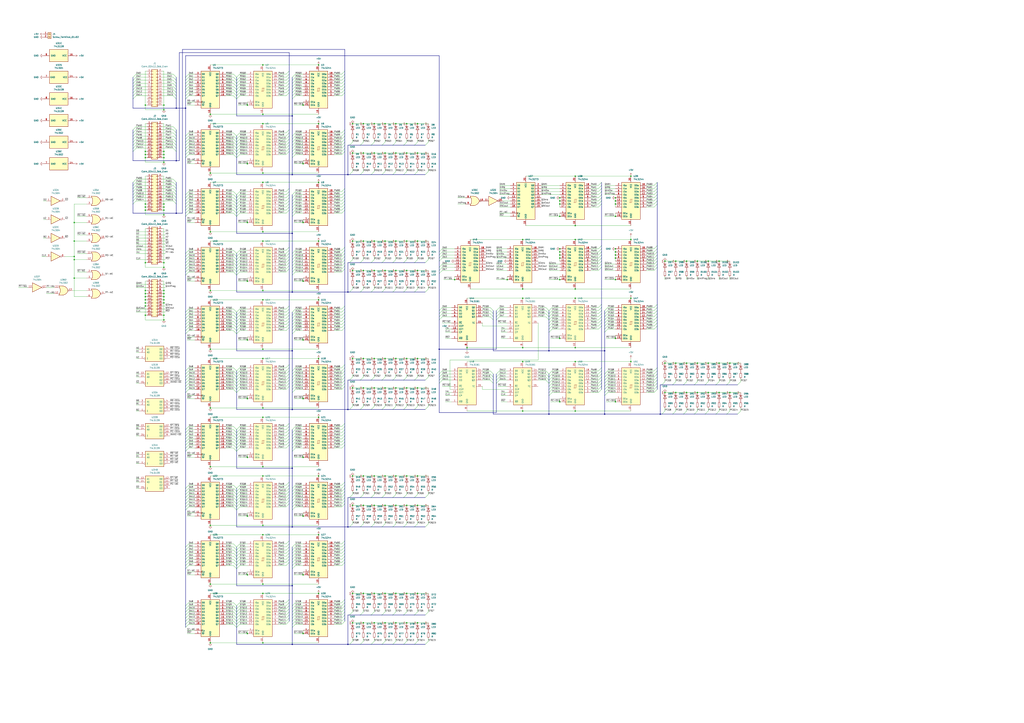
<source format=kicad_sch>
(kicad_sch (version 20211123) (generator eeschema)
  (paper "A1")
  (junction (at 134.62 241.3))
  (junction (at 172.72 142.24))
  (junction (at 496.57 288.29))
  (junction (at 60.96 210.82))
  (junction (at 429.26 196.85))
  (junction (at 325.12 487.68))
  (junction (at 316.23 415.29))
  (junction (at 248.92 375.92))
  (junction (at 342.9 294.64))
  (junction (at 542.29 340.36))
  (junction (at 581.66 214.63))
  (junction (at 134.62 219.71))
  (junction (at 289.56 511.81))
  (junction (at 325.12 415.29))
  (junction (at 134.62 167.64))
  (junction (at 172.72 528.32))
  (junction (at 240.03 288.29))
  (junction (at 248.92 520.7))
  (junction (at 240.03 336.55))
  (junction (at 248.92 134.62))
  (junction (at 134.62 170.18))
  (junction (at 459.74 330.2))
  (junction (at 285.75 433.07))
  (junction (at 325.12 318.77))
  (junction (at 119.38 124.46))
  (junction (at 298.45 125.73))
  (junction (at 119.38 215.9))
  (junction (at 119.38 238.76))
  (junction (at 572.77 322.58))
  (junction (at 289.56 222.25))
  (junction (at 563.88 322.58))
  (junction (at 342.9 318.77))
  (junction (at 554.99 298.45))
  (junction (at 450.85 288.29))
  (junction (at 261.62 439.42))
  (junction (at 342.9 198.12))
  (junction (at 134.62 129.54))
  (junction (at 342.9 511.81))
  (junction (at 134.62 176.53))
  (junction (at 215.9 487.68))
  (junction (at 546.1 214.63))
  (junction (at 119.38 248.92))
  (junction (at 134.62 243.84))
  (junction (at 496.57 340.36))
  (junction (at 172.72 93.98))
  (junction (at 289.56 125.73))
  (junction (at 289.56 487.68))
  (junction (at 119.38 243.84))
  (junction (at 307.34 125.73))
  (junction (at 316.23 318.77))
  (junction (at 546.1 298.45))
  (junction (at 289.56 294.64))
  (junction (at 215.9 342.9))
  (junction (at 546.1 322.58))
  (junction (at 261.62 53.34))
  (junction (at 203.2 327.66))
  (junction (at 248.92 424.18))
  (junction (at 240.03 481.33))
  (junction (at 298.45 318.77))
  (junction (at 119.38 86.36))
  (junction (at 134.62 127))
  (junction (at 505.46 209.55))
  (junction (at 505.46 167.64))
  (junction (at 325.12 511.81))
  (junction (at 134.62 172.72))
  (junction (at 172.72 190.5))
  (junction (at 134.62 215.9))
  (junction (at 429.26 237.49))
  (junction (at 215.9 383.54))
  (junction (at 342.9 222.25))
  (junction (at 459.74 278.13))
  (junction (at 472.44 196.85))
  (junction (at 325.12 101.6))
  (junction (at 60.96 213.36))
  (junction (at 429.26 337.82))
  (junction (at 215.9 93.98))
  (junction (at 505.46 165.1))
  (junction (at 416.56 229.87))
  (junction (at 248.92 327.66))
  (junction (at 316.23 487.68))
  (junction (at 261.62 198.12))
  (junction (at 119.38 241.3))
  (junction (at 298.45 415.29))
  (junction (at 261.62 294.64))
  (junction (at 203.2 134.62))
  (junction (at 261.62 101.6))
  (junction (at 134.62 133.35))
  (junction (at 307.34 101.6))
  (junction (at 518.16 245.11))
  (junction (at 334.01 222.25))
  (junction (at 203.2 182.88))
  (junction (at 459.74 162.56))
  (junction (at 554.99 214.63))
  (junction (at 472.44 237.49))
  (junction (at 298.45 487.68))
  (junction (at 215.9 149.86))
  (junction (at 144.78 175.26))
  (junction (at 325.12 125.73))
  (junction (at 342.9 391.16))
  (junction (at 342.9 125.73))
  (junction (at 134.62 238.76))
  (junction (at 215.9 431.8))
  (junction (at 325.12 198.12))
  (junction (at 459.74 204.47))
  (junction (at 203.2 472.44))
  (junction (at 215.9 391.16))
  (junction (at 203.2 86.36))
  (junction (at 203.2 424.18))
  (junction (at 518.16 196.85))
  (junction (at 599.44 322.58))
  (junction (at 261.62 149.86))
  (junction (at 472.44 285.75))
  (junction (at 505.46 177.8))
  (junction (at 261.62 246.38))
  (junction (at 459.74 209.55))
  (junction (at 289.56 318.77))
  (junction (at 334.01 294.64))
  (junction (at 134.62 248.92))
  (junction (at 119.38 127))
  (junction (at 134.62 124.46))
  (junction (at 316.23 391.16))
  (junction (at 429.26 285.75))
  (junction (at 505.46 330.2))
  (junction (at 334.01 487.68))
  (junction (at 119.38 246.38))
  (junction (at 215.9 238.76))
  (junction (at 215.9 142.24))
  (junction (at 334.01 415.29))
  (junction (at 307.34 391.16))
  (junction (at 240.03 191.77))
  (junction (at 215.9 190.5))
  (junction (at 307.34 487.68))
  (junction (at 134.62 246.38))
  (junction (at 505.46 212.09))
  (junction (at 215.9 101.6))
  (junction (at 240.03 143.51))
  (junction (at 134.62 90.17))
  (junction (at 289.56 198.12))
  (junction (at 248.92 231.14))
  (junction (at 554.99 322.58))
  (junction (at 298.45 101.6))
  (junction (at 472.44 337.82))
  (junction (at 307.34 318.77))
  (junction (at 334.01 198.12))
  (junction (at 248.92 86.36))
  (junction (at 152.4 88.9))
  (junction (at 289.56 391.16))
  (junction (at 325.12 222.25))
  (junction (at 518.16 297.18))
  (junction (at 134.62 259.08))
  (junction (at 459.74 165.1))
  (junction (at 342.9 487.68))
  (junction (at 563.88 214.63))
  (junction (at 325.12 294.64))
  (junction (at 240.03 95.25))
  (junction (at 215.9 198.12))
  (junction (at 289.56 415.29))
  (junction (at 316.23 222.25))
  (junction (at 285.75 336.55))
  (junction (at 215.9 480.06))
  (junction (at 215.9 439.42))
  (junction (at 203.2 231.14))
  (junction (at 590.55 298.45))
  (junction (at 203.2 520.7))
  (junction (at 572.77 214.63))
  (junction (at 334.01 511.81))
  (junction (at 581.66 298.45))
  (junction (at 459.74 167.64))
  (junction (at 298.45 294.64))
  (junction (at 590.55 322.58))
  (junction (at 505.46 162.56))
  (junction (at 334.01 125.73))
  (junction (at 172.72 480.06))
  (junction (at 316.23 294.64))
  (junction (at 172.72 335.28))
  (junction (at 316.23 511.81))
  (junction (at 285.75 143.51))
  (junction (at 316.23 198.12))
  (junction (at 298.45 391.16))
  (junction (at 172.72 238.76))
  (junction (at 590.55 214.63))
  (junction (at 316.23 101.6))
  (junction (at 505.46 204.47))
  (junction (at 60.96 198.12))
  (junction (at 360.68 287.02))
  (junction (at 373.38 229.87))
  (junction (at 172.72 383.54))
  (junction (at 518.16 144.78))
  (junction (at 248.92 472.44))
  (junction (at 261.62 487.68))
  (junction (at 307.34 294.64))
  (junction (at 60.96 182.88))
  (junction (at 119.38 129.54))
  (junction (at 60.96 228.6))
  (junction (at 342.9 415.29))
  (junction (at 285.75 529.59))
  (junction (at 144.78 132.08))
  (junction (at 203.2 279.4))
  (junction (at 134.62 86.36))
  (junction (at 298.45 198.12))
  (junction (at 472.44 245.11))
  (junction (at 172.72 431.8))
  (junction (at 599.44 298.45))
  (junction (at 261.62 342.9))
  (junction (at 472.44 185.42))
  (junction (at 429.26 245.11))
  (junction (at 240.03 240.03))
  (junction (at 119.38 172.72))
  (junction (at 325.12 391.16))
  (junction (at 429.26 297.18))
  (junction (at 450.85 340.36))
  (junction (at 572.77 298.45))
  (junction (at 289.56 101.6))
  (junction (at 215.9 294.64))
  (junction (at 215.9 287.02))
  (junction (at 203.2 375.92))
  (junction (at 119.38 259.08))
  (junction (at 342.9 101.6))
  (junction (at 459.74 207.01))
  (junction (at 505.46 207.01))
  (junction (at 505.46 229.87))
  (junction (at 307.34 511.81))
  (junction (at 563.88 298.45))
  (junction (at 134.62 262.89))
  (junction (at 240.03 433.07))
  (junction (at 459.74 177.8))
  (junction (at 298.45 511.81))
  (junction (at 215.9 246.38))
  (junction (at 334.01 101.6))
  (junction (at 459.74 229.87))
  (junction (at 307.34 198.12))
  (junction (at 248.92 279.4))
  (junction (at 383.54 285.75))
  (junction (at 119.38 251.46))
  (junction (at 285.75 240.03))
  (junction (at 261.62 391.16))
  (junction (at 334.01 318.77))
  (junction (at 316.23 125.73))
  (junction (at 240.03 384.81))
  (junction (at 334.01 391.16))
  (junction (at 119.38 167.64))
  (junction (at 472.44 297.18))
  (junction (at 298.45 222.25))
  (junction (at 215.9 335.28))
  (junction (at 459.74 212.09))
  (junction (at 215.9 53.34))
  (junction (at 581.66 322.58))
  (junction (at 240.03 529.59))
  (junction (at 505.46 278.13))
  (junction (at 472.44 144.78))
  (junction (at 307.34 222.25))
  (junction (at 172.72 287.02))
  (junction (at 248.92 182.88))
  (junction (at 307.34 415.29))
  (junction (at 215.9 528.32))
  (junction (at 144.78 88.9))
  (junction (at 119.38 170.18))
  (bus_entry (at 280.67 116.84) (size 2.54 -2.54))
  (bus_entry (at 234.95 502.92) (size 2.54 -2.54))
  (bus_entry (at 191.77 350.52) (size 2.54 2.54))
  (bus_entry (at 196.85 302.26) (size -2.54 2.54))
  (bus_entry (at 154.94 408.94) (size -2.54 2.54))
  (bus_entry (at 280.67 63.5) (size 2.54 -2.54))
  (bus_entry (at 154.94 160.02) (size -2.54 2.54))
  (bus_entry (at 280.67 401.32) (size 2.54 -2.54))
  (bus_entry (at 196.85 266.7) (size -2.54 2.54))
  (bus_entry (at 154.94 121.92) (size -2.54 2.54))
  (bus_entry (at 499.11 267.97) (size -2.54 2.54))
  (bus_entry (at 537.21 255.27) (size 2.54 -2.54))
  (bus_entry (at 154.94 60.96) (size -2.54 2.54))
  (bus_entry (at 242.57 406.4) (size -2.54 2.54))
  (bus_entry (at 191.77 497.84) (size 2.54 2.54))
  (bus_entry (at 242.57 457.2) (size -2.54 2.54))
  (bus_entry (at 242.57 462.28) (size -2.54 2.54))
  (bus_entry (at 242.57 464.82) (size -2.54 2.54))
  (bus_entry (at 242.57 449.58) (size -2.54 2.54))
  (bus_entry (at 242.57 459.74) (size -2.54 2.54))
  (bus_entry (at 242.57 447.04) (size -2.54 2.54))
  (bus_entry (at 242.57 454.66) (size -2.54 2.54))
  (bus_entry (at 242.57 452.12) (size -2.54 2.54))
  (bus_entry (at 242.57 63.5) (size -2.54 2.54))
  (bus_entry (at 234.95 269.24) (size 2.54 -2.54))
  (bus_entry (at 242.57 304.8) (size -2.54 2.54))
  (bus_entry (at 316.23 213.36) (size -2.54 2.54))
  (bus_entry (at 152.4 177.8) (size 2.54 -2.54))
  (bus_entry (at 234.95 205.74) (size 2.54 -2.54))
  (bus_entry (at 196.85 162.56) (size -2.54 2.54))
  (bus_entry (at 191.77 121.92) (size 2.54 2.54))
  (bus_entry (at 234.95 513.08) (size 2.54 -2.54))
  (bus_entry (at 342.9 430.53) (size -2.54 2.54))
  (bus_entry (at 608.33 337.82) (size -2.54 2.54))
  (bus_entry (at 154.94 495.3) (size -2.54 2.54))
  (bus_entry (at 154.94 307.34) (size -2.54 2.54))
  (bus_entry (at 242.57 411.48) (size -2.54 2.54))
  (bus_entry (at 242.57 223.52) (size -2.54 2.54))
  (bus_entry (at 154.94 406.4) (size -2.54 2.54))
  (bus_entry (at 351.79 116.84) (size -2.54 2.54))
  (bus_entry (at 111.76 149.86) (size -2.54 2.54))
  (bus_entry (at 196.85 175.26) (size -2.54 2.54))
  (bus_entry (at 196.85 205.74) (size -2.54 2.54))
  (bus_entry (at 307.34 237.49) (size -2.54 2.54))
  (bus_entry (at 334.01 430.53) (size -2.54 2.54))
  (bus_entry (at 242.57 309.88) (size -2.54 2.54))
  (bus_entry (at 234.95 271.78) (size 2.54 -2.54))
  (bus_entry (at 280.67 353.06) (size 2.54 -2.54))
  (bus_entry (at 307.34 309.88) (size -2.54 2.54))
  (bus_entry (at 280.67 215.9) (size 2.54 -2.54))
  (bus_entry (at 537.21 262.89) (size 2.54 -2.54))
  (bus_entry (at 191.77 157.48) (size 2.54 2.54))
  (bus_entry (at 334.01 237.49) (size -2.54 2.54))
  (bus_entry (at 280.67 172.72) (size 2.54 -2.54))
  (bus_entry (at 295.91 408.94) (size 2.54 -2.54))
  (bus_entry (at 280.67 414.02) (size 2.54 -2.54))
  (bus_entry (at 196.85 497.84) (size -2.54 2.54))
  (bus_entry (at 491.49 257.81) (size 2.54 -2.54))
  (bus_entry (at 363.22 260.35) (size -2.54 2.54))
  (bus_entry (at 280.67 111.76) (size 2.54 -2.54))
  (bus_entry (at 307.34 140.97) (size -2.54 2.54))
  (bus_entry (at 242.57 205.74) (size -2.54 2.54))
  (bus_entry (at 307.34 116.84) (size -2.54 2.54))
  (bus_entry (at 280.67 416.56) (size 2.54 -2.54))
  (bus_entry (at 191.77 127) (size 2.54 2.54))
  (bus_entry (at 491.49 160.02) (size 2.54 -2.54))
  (bus_entry (at 196.85 500.38) (size -2.54 2.54))
  (bus_entry (at 196.85 309.88) (size -2.54 2.54))
  (bus_entry (at 325.12 334.01) (size -2.54 2.54))
  (bus_entry (at 537.21 207.01) (size 2.54 -2.54))
  (bus_entry (at 142.24 73.66) (size 2.54 2.54))
  (bus_entry (at 280.67 462.28) (size 2.54 -2.54))
  (bus_entry (at 242.57 414.02) (size -2.54 2.54))
  (bus_entry (at 191.77 320.04) (size 2.54 2.54))
  (bus_entry (at 191.77 307.34) (size 2.54 2.54))
  (bus_entry (at 491.49 304.8) (size 2.54 -2.54))
  (bus_entry (at 191.77 500.38) (size 2.54 2.54))
  (bus_entry (at 242.57 127) (size -2.54 2.54))
  (bus_entry (at 191.77 365.76) (size 2.54 2.54))
  (bus_entry (at 234.95 500.38) (size 2.54 -2.54))
  (bus_entry (at 552.45 316.23) (size 2.54 -2.54))
  (bus_entry (at 154.94 309.88) (size -2.54 2.54))
  (bus_entry (at 234.95 68.58) (size 2.54 -2.54))
  (bus_entry (at 154.94 302.26) (size -2.54 2.54))
  (bus_entry (at 111.76 104.14) (size -2.54 2.54))
  (bus_entry (at 280.67 121.92) (size 2.54 -2.54))
  (bus_entry (at 111.76 63.5) (size -2.54 2.54))
  (bus_entry (at 280.67 406.4) (size 2.54 -2.54))
  (bus_entry (at 234.95 495.3) (size 2.54 -2.54))
  (bus_entry (at 191.77 210.82) (size 2.54 2.54))
  (bus_entry (at 499.11 317.5) (size -2.54 2.54))
  (bus_entry (at 410.21 255.27) (size -2.54 2.54))
  (bus_entry (at 307.34 213.36) (size -2.54 2.54))
  (bus_entry (at 242.57 416.56) (size -2.54 2.54))
  (bus_entry (at 234.95 320.04) (size 2.54 -2.54))
  (bus_entry (at 410.21 252.73) (size -2.54 2.54))
  (bus_entry (at 154.94 210.82) (size -2.54 2.54))
  (bus_entry (at 572.77 313.69) (size -2.54 2.54))
  (bus_entry (at 191.77 256.54) (size 2.54 2.54))
  (bus_entry (at 242.57 160.02) (size -2.54 2.54))
  (bus_entry (at 142.24 68.58) (size 2.54 2.54))
  (bus_entry (at 295.91 119.38) (size 2.54 -2.54))
  (bus_entry (at 334.01 140.97) (size -2.54 2.54))
  (bus_entry (at 563.88 337.82) (size -2.54 2.54))
  (bus_entry (at 499.11 252.73) (size -2.54 2.54))
  (bus_entry (at 453.39 314.96) (size -2.54 2.54))
  (bus_entry (at 142.24 154.94) (size 2.54 2.54))
  (bus_entry (at 316.23 527.05) (size -2.54 2.54))
  (bus_entry (at 280.67 449.58) (size 2.54 -2.54))
  (bus_entry (at 196.85 502.92) (size -2.54 2.54))
  (bus_entry (at 325.12 527.05) (size -2.54 2.54))
  (bus_entry (at 109.22 167.64) (size 2.54 -2.54))
  (bus_entry (at 196.85 304.8) (size -2.54 2.54))
  (bus_entry (at 191.77 408.94) (size 2.54 2.54))
  (bus_entry (at 196.85 508) (size -2.54 2.54))
  (bus_entry (at 280.67 261.62) (size 2.54 -2.54))
  (bus_entry (at 154.94 162.56) (size -2.54 2.54))
  (bus_entry (at 280.67 508) (size 2.54 -2.54))
  (bus_entry (at 234.95 60.96) (size 2.54 -2.54))
  (bus_entry (at 351.79 406.4) (size -2.54 2.54))
  (bus_entry (at 154.94 256.54) (size -2.54 2.54))
  (bus_entry (at 154.94 414.02) (size -2.54 2.54))
  (bus_entry (at 191.77 353.06) (size 2.54 2.54))
  (bus_entry (at 499.11 262.89) (size -2.54 2.54))
  (bus_entry (at 537.21 312.42) (size 2.54 -2.54))
  (bus_entry (at 537.21 152.4) (size 2.54 -2.54))
  (bus_entry (at 363.22 304.8) (size -2.54 2.54))
  (bus_entry (at 191.77 309.88) (size 2.54 2.54))
  (bus_entry (at 191.77 508) (size 2.54 2.54))
  (bus_entry (at 144.78 81.28) (size -2.54 -2.54))
  (bus_entry (at 402.59 260.35) (size 2.54 2.54))
  (bus_entry (at 402.59 257.81) (size 2.54 2.54))
  (bus_entry (at 402.59 255.27) (size 2.54 2.54))
  (bus_entry (at 191.77 358.14) (size 2.54 2.54))
  (bus_entry (at 191.77 406.4) (size 2.54 2.54))
  (bus_entry (at 142.24 109.22) (size 2.54 2.54))
  (bus_entry (at 242.57 264.16) (size -2.54 2.54))
  (bus_entry (at 280.67 403.86) (size 2.54 -2.54))
  (bus_entry (at 316.23 430.53) (size -2.54 2.54))
  (bus_entry (at 448.31 260.35) (size 2.54 2.54))
  (bus_entry (at 448.31 252.73) (size 2.54 2.54))
  (bus_entry (at 448.31 255.27) (size 2.54 2.54))
  (bus_entry (at 448.31 257.81) (size 2.54 2.54))
  (bus_entry (at 196.85 218.44) (size -2.54 2.54))
  (bus_entry (at 242.57 71.12) (size -2.54 2.54))
  (bus_entry (at 537.21 320.04) (size 2.54 -2.54))
  (bus_entry (at 154.94 66.04) (size -2.54 2.54))
  (bus_entry (at 111.76 71.12) (size -2.54 2.54))
  (bus_entry (at 191.77 111.76) (size 2.54 2.54))
  (bus_entry (at 142.24 76.2) (size 2.54 2.54))
  (bus_entry (at 111.76 152.4) (size -2.54 2.54))
  (bus_entry (at 280.67 459.74) (size 2.54 -2.54))
  (bus_entry (at 234.95 302.26) (size 2.54 -2.54))
  (bus_entry (at 234.95 307.34) (size 2.54 -2.54))
  (bus_entry (at 234.95 510.54) (size 2.54 -2.54))
  (bus_entry (at 191.77 355.6) (size 2.54 2.54))
  (bus_entry (at 280.67 218.44) (size 2.54 -2.54))
  (bus_entry (at 191.77 78.74) (size 2.54 2.54))
  (bus_entry (at 196.85 157.48) (size -2.54 2.54))
  (bus_entry (at 342.9 213.36) (size -2.54 2.54))
  (bus_entry (at 154.94 355.6) (size -2.54 2.54))
  (bus_entry (at 154.94 208.28) (size -2.54 2.54))
  (bus_entry (at 537.21 304.8) (size 2.54 -2.54))
  (bus_entry (at 410.21 257.81) (size -2.54 2.54))
  (bus_entry (at 363.22 257.81) (size -2.54 2.54))
  (bus_entry (at 196.85 73.66) (size -2.54 2.54))
  (bus_entry (at 234.95 116.84) (size 2.54 -2.54))
  (bus_entry (at 295.91 215.9) (size 2.54 -2.54))
  (bus_entry (at 154.94 317.5) (size -2.54 2.54))
  (bus_entry (at 242.57 513.08) (size -2.54 2.54))
  (bus_entry (at 154.94 167.64) (size -2.54 2.54))
  (bus_entry (at 280.67 447.04) (size 2.54 -2.54))
  (bus_entry (at 242.57 403.86) (size -2.54 2.54))
  (bus_entry (at 280.67 358.14) (size 2.54 -2.54))
  (bus_entry (at 154.94 264.16) (size -2.54 2.54))
  (bus_entry (at 234.95 408.94) (size 2.54 -2.54))
  (bus_entry (at 234.95 111.76) (size 2.54 -2.54))
  (bus_entry (at 191.77 401.32) (size 2.54 2.54))
  (bus_entry (at 287.02 529.59) (size 2.54 -2.54))
  (bus_entry (at 280.67 256.54) (size 2.54 -2.54))
  (bus_entry (at 342.9 116.84) (size -2.54 2.54))
  (bus_entry (at 242.57 358.14) (size -2.54 2.54))
  (bus_entry (at 191.77 63.5) (size 2.54 2.54))
  (bus_entry (at 191.77 254) (size 2.54 2.54))
  (bus_entry (at 154.94 71.12) (size -2.54 2.54))
  (bus_entry (at 196.85 307.34) (size -2.54 2.54))
  (bus_entry (at 191.77 302.26) (size 2.54 2.54))
  (bus_entry (at 537.21 317.5) (size 2.54 -2.54))
  (bus_entry (at 154.94 116.84) (size -2.54 2.54))
  (bus_entry (at 537.21 219.71) (size 2.54 -2.54))
  (bus_entry (at 499.11 309.88) (size -2.54 2.54))
  (bus_entry (at 142.24 111.76) (size 2.54 2.54))
  (bus_entry (at 280.67 264.16) (size 2.54 -2.54))
  (bus_entry (at 234.95 353.06) (size 2.54 -2.54))
  (bus_entry (at 196.85 271.78) (size -2.54 2.54))
  (bus_entry (at 453.39 320.04) (size -2.54 2.54))
  (bus_entry (at 491.49 167.64) (size 2.54 -2.54))
  (bus_entry (at 152.4 515.62) (size 2.54 -2.54))
  (bus_entry (at 242.57 302.26) (size -2.54 2.54))
  (bus_entry (at 191.77 223.52) (size 2.54 2.54))
  (bus_entry (at 342.9 334.01) (size -2.54 2.54))
  (bus_entry (at 242.57 269.24) (size -2.54 2.54))
  (bus_entry (at 111.76 162.56) (size -2.54 2.54))
  (bus_entry (at 453.39 257.81) (size -2.54 2.54))
  (bus_entry (at 491.49 265.43) (size 2.54 -2.54))
  (bus_entry (at 144.78 167.64) (size -2.54 -2.54))
  (bus_entry (at 363.22 209.55) (size -2.54 2.54))
  (bus_entry (at 242.57 360.68) (size -2.54 2.54))
  (bus_entry (at 234.95 254) (size 2.54 -2.54))
  (bus_entry (at 234.95 210.82) (size 2.54 -2.54))
  (bus_entry (at 234.95 358.14) (size 2.54 -2.54))
  (bus_entry (at 196.85 414.02) (size -2.54 2.54))
  (bus_entry (at 196.85 264.16) (size -2.54 2.54))
  (bus_entry (at 363.22 219.71) (size -2.54 2.54))
  (bus_entry (at 280.67 160.02) (size 2.54 -2.54))
  (bus_entry (at 152.4 370.84) (size 2.54 -2.54))
  (bus_entry (at 280.67 205.74) (size 2.54 -2.54))
  (bus_entry (at 154.94 261.62) (size -2.54 2.54))
  (bus_entry (at 191.77 76.2) (size 2.54 2.54))
  (bus_entry (at 196.85 408.94) (size -2.54 2.54))
  (bus_entry (at 234.95 314.96) (size 2.54 -2.54))
  (bus_entry (at 351.79 237.49) (size -2.54 2.54))
  (bus_entry (at 196.85 111.76) (size -2.54 2.54))
  (bus_entry (at 491.49 260.35) (size 2.54 -2.54))
  (bus_entry (at 325.12 309.88) (size -2.54 2.54))
  (bus_entry (at 307.34 334.01) (size -2.54 2.54))
  (bus_entry (at 191.77 312.42) (size 2.54 2.54))
  (bus_entry (at 499.11 260.35) (size -2.54 2.54))
  (bus_entry (at 191.77 462.28) (size 2.54 2.54))
  (bus_entry (at 196.85 462.28) (size -2.54 2.54))
  (bus_entry (at 191.77 459.74) (size 2.54 2.54))
  (bus_entry (at 191.77 457.2) (size 2.54 2.54))
  (bus_entry (at 191.77 454.66) (size 2.54 2.54))
  (bus_entry (at 191.77 452.12) (size 2.54 2.54))
  (bus_entry (at 191.77 449.58) (size 2.54 2.54))
  (bus_entry (at 191.77 447.04) (size 2.54 2.54))
  (bus_entry (at 196.85 464.82) (size -2.54 2.54))
  (bus_entry (at 191.77 464.82) (size 2.54 2.54))
  (bus_entry (at 234.95 365.76) (size 2.54 -2.54))
  (bus_entry (at 191.77 317.5) (size 2.54 2.54))
  (bus_entry (at 360.68 224.79) (size 2.54 -2.54))
  (bus_entry (at 142.24 106.68) (size 2.54 2.54))
  (bus_entry (at 154.94 365.76) (size -2.54 2.54))
  (bus_entry (at 111.76 66.04) (size -2.54 2.54))
  (bus_entry (at 154.94 350.52) (size -2.54 2.54))
  (bus_entry (at 242.57 398.78) (size -2.54 2.54))
  (bus_entry (at 537.21 265.43) (size 2.54 -2.54))
  (bus_entry (at 234.95 162.56) (size 2.54 -2.54))
  (bus_entry (at 280.67 411.48) (size 2.54 -2.54))
  (bus_entry (at 242.57 68.58) (size -2.54 2.54))
  (bus_entry (at 453.39 307.34) (size -2.54 2.54))
  (bus_entry (at 191.77 264.16) (size 2.54 2.54))
  (bus_entry (at 234.95 220.98) (size 2.54 -2.54))
  (bus_entry (at 234.95 218.44) (size 2.54 -2.54))
  (bus_entry (at 287.02 433.07) (size 2.54 -2.54))
  (bus_entry (at 111.76 68.58) (size -2.54 2.54))
  (bus_entry (at 111.76 157.48) (size -2.54 2.54))
  (bus_entry (at 191.77 271.78) (size 2.54 2.54))
  (bus_entry (at 410.21 260.35) (size -2.54 2.54))
  (bus_entry (at 316.23 334.01) (size -2.54 2.54))
  (bus_entry (at 363.22 252.73) (size -2.54 2.54))
  (bus_entry (at 537.21 214.63) (size 2.54 -2.54))
  (bus_entry (at 280.67 165.1) (size 2.54 -2.54))
  (bus_entry (at 234.95 121.92) (size 2.54 -2.54))
  (bus_entry (at 242.57 76.2) (size -2.54 2.54))
  (bus_entry (at 242.57 312.42) (size -2.54 2.54))
  (bus_entry (at 142.24 119.38) (size 2.54 2.54))
  (bus_entry (at 196.85 398.78) (size -2.54 2.54))
  (bus_entry (at 342.9 527.05) (size -2.54 2.54))
  (bus_entry (at 287.02 408.94) (size 2.54 -2.54))
  (bus_entry (at 234.95 261.62) (size 2.54 -2.54))
  (bus_entry (at 196.85 403.86) (size -2.54 2.54))
  (bus_entry (at 234.95 416.56) (size 2.54 -2.54))
  (bus_entry (at 325.12 406.4) (size -2.54 2.54))
  (bus_entry (at 234.95 459.74) (size 2.54 -2.54))
  (bus_entry (at 154.94 500.38) (size -2.54 2.54))
  (bus_entry (at 295.91 143.51) (size 2.54 -2.54))
  (bus_entry (at 142.24 116.84) (size 2.54 2.54))
  (bus_entry (at 142.24 160.02) (size 2.54 2.54))
  (bus_entry (at 196.85 71.12) (size -2.54 2.54))
  (bus_entry (at 242.57 350.52) (size -2.54 2.54))
  (bus_entry (at 154.94 172.72) (size -2.54 2.54))
  (bus_entry (at 196.85 317.5) (size -2.54 2.54))
  (bus_entry (at 325.12 213.36) (size -2.54 2.54))
  (bus_entry (at 196.85 114.3) (size -2.54 2.54))
  (bus_entry (at 491.49 152.4) (size 2.54 -2.54))
  (bus_entry (at 111.76 119.38) (size -2.54 2.54))
  (bus_entry (at 111.76 154.94) (size -2.54 2.54))
  (bus_entry (at 342.9 140.97) (size -2.54 2.54))
  (bus_entry (at 491.49 165.1) (size 2.54 -2.54))
  (bus_entry (at 351.79 140.97) (size -2.54 2.54))
  (bus_entry (at 242.57 497.84) (size -2.54 2.54))
  (bus_entry (at 111.76 116.84) (size -2.54 2.54))
  (bus_entry (at 196.85 365.76) (size -2.54 2.54))
  (bus_entry (at 196.85 124.46) (size -2.54 2.54))
  (bus_entry (at 402.59 312.42) (size 2.54 2.54))
  (bus_entry (at 448.31 307.34) (size 2.54 2.54))
  (bus_entry (at 448.31 304.8) (size 2.54 2.54))
  (bus_entry (at 448.31 309.88) (size 2.54 2.54))
  (bus_entry (at 448.31 312.42) (size 2.54 2.54))
  (bus_entry (at 402.59 307.34) (size 2.54 2.54))
  (bus_entry (at 402.59 304.8) (size 2.54 2.54))
  (bus_entry (at 402.59 309.88) (size 2.54 2.54))
  (bus_entry (at 154.94 109.22) (size -2.54 2.54))
  (bus_entry (at 325.12 237.49) (size -2.54 2.54))
  (bus_entry (at 491.49 217.17) (size 2.54 -2.54))
  (bus_entry (at 287.02 143.51) (size 2.54 -2.54))
  (bus_entry (at 234.95 256.54) (size 2.54 -2.54))
  (bus_entry (at 295.91 312.42) (size 2.54 -2.54))
  (bus_entry (at 234.95 462.28) (size 2.54 -2.54))
  (bus_entry (at 154.94 502.92) (size -2.54 2.54))
  (bus_entry (at 234.95 505.46) (size 2.54 -2.54))
  (bus_entry (at 334.01 309.88) (size -2.54 2.54))
  (bus_entry (at 142.24 60.96) (size 2.54 2.54))
  (bus_entry (at 491.49 320.04) (size 2.54 -2.54))
  (bus_entry (at 280.67 66.04) (size 2.54 -2.54))
  (bus_entry (at 234.95 403.86) (size 2.54 -2.54))
  (bus_entry (at 191.77 304.8) (size 2.54 2.54))
  (bus_entry (at 280.67 162.56) (size 2.54 -2.54))
  (bus_entry (at 191.77 71.12) (size 2.54 2.54))
  (bus_entry (at 234.95 119.38) (size 2.54 -2.54))
  (bus_entry (at 191.77 208.28) (size 2.54 2.54))
  (bus_entry (at 342.9 309.88) (size -2.54 2.54))
  (bus_entry (at 196.85 165.1) (size -2.54 2.54))
  (bus_entry (at 144.78 124.46) (size -2.54 -2.54))
  (bus_entry (at 543.56 316.23) (size 2.54 -2.54))
  (bus_entry (at 242.57 167.64) (size -2.54 2.54))
  (bus_entry (at 491.49 219.71) (size 2.54 -2.54))
  (bus_entry (at 154.94 157.48) (size -2.54 2.54))
  (bus_entry (at 334.01 213.36) (size -2.54 2.54))
  (bus_entry (at 280.67 76.2) (size 2.54 -2.54))
  (bus_entry (at 242.57 271.78) (size -2.54 2.54))
  (bus_entry (at 599.44 337.82) (size -2.54 2.54))
  (bus_entry (at 154.94 114.3) (size -2.54 2.54))
  (bus_entry (at 191.77 502.92) (size 2.54 2.54))
  (bus_entry (at 491.49 154.94) (size 2.54 -2.54))
  (bus_entry (at 280.67 452.12) (size 2.54 -2.54))
  (bus_entry (at 351.79 309.88) (size -2.54 2.54))
  (bus_entry (at 154.94 170.18) (size -2.54 2.54))
  (bus_entry (at 453.39 267.97) (size -2.54 2.54))
  (bus_entry (at 491.49 170.18) (size 2.54 -2.54))
  (bus_entry (at 499.11 322.58) (size -2.54 2.54))
  (bus_entry (at 280.67 208.28) (size 2.54 -2.54))
  (bus_entry (at 280.67 350.52) (size 2.54 -2.54))
  (bus_entry (at 280.67 312.42) (size 2.54 -2.54))
  (bus_entry (at 537.21 162.56) (size 2.54 -2.54))
  (bus_entry (at 196.85 254) (size -2.54 2.54))
  (bus_entry (at 453.39 255.27) (size -2.54 2.54))
  (bus_entry (at 154.94 215.9) (size -2.54 2.54))
  (bus_entry (at 280.67 398.78) (size 2.54 -2.54))
  (bus_entry (at 590.55 337.82) (size -2.54 2.54))
  (bus_entry (at 242.57 121.92) (size -2.54 2.54))
  (bus_entry (at 295.91 433.07) (size 2.54 -2.54))
  (bus_entry (at 280.67 213.36) (size 2.54 -2.54))
  (bus_entry (at 196.85 213.36) (size -2.54 2.54))
  (bus_entry (at 537.21 322.58) (size 2.54 -2.54))
  (bus_entry (at 351.79 213.36) (size -2.54 2.54))
  (bus_entry (at 491.49 262.89) (size 2.54 -2.54))
  (bus_entry (at 111.76 111.76) (size -2.54 2.54))
  (bus_entry (at 196.85 127) (size -2.54 2.54))
  (bus_entry (at 234.95 447.04) (size 2.54 -2.54))
  (bus_entry (at 234.95 76.2) (size 2.54 -2.54))
  (bus_entry (at 537.21 212.09) (size 2.54 -2.54))
  (bus_entry (at 154.94 312.42) (size -2.54 2.54))
  (bus_entry (at 453.39 252.73) (size -2.54 2.54))
  (bus_entry (at 242.57 78.74) (size -2.54 2.54))
  (bus_entry (at 154.94 269.24) (size -2.54 2.54))
  (bus_entry (at 191.77 510.54) (size 2.54 2.54))
  (bus_entry (at 351.79 527.05) (size -2.54 2.54))
  (bus_entry (at 154.94 124.46) (size -2.54 2.54))
  (bus_entry (at 242.57 208.28) (size -2.54 2.54))
  (bus_entry (at 234.95 215.9) (size 2.54 -2.54))
  (bus_entry (at 191.77 162.56) (size 2.54 2.54))
  (bus_entry (at 142.24 114.3) (size 2.54 2.54))
  (bus_entry (at 491.49 214.63) (size 2.54 -2.54))
  (bus_entry (at 242.57 114.3) (size -2.54 2.54))
  (bus_entry (at 242.57 215.9) (size -2.54 2.54))
  (bus_entry (at 280.67 368.3) (size 2.54 -2.54))
  (bus_entry (at 242.57 175.26) (size -2.54 2.54))
  (bus_entry (at 581.66 337.82) (size -2.54 2.54))
  (bus_entry (at 191.77 68.58) (size 2.54 2.54))
  (bus_entry (at 491.49 270.51) (size 2.54 -2.54))
  (bus_entry (at 234.95 172.72) (size 2.54 -2.54))
  (bus_entry (at 234.95 317.5) (size 2.54 -2.54))
  (bus_entry (at 111.76 109.22) (size -2.54 2.54))
  (bus_entry (at 154.94 119.38) (size -2.54 2.54))
  (bus_entry (at 499.11 255.27) (size -2.54 2.54))
  (bus_entry (at 234.95 66.04) (size 2.54 -2.54))
  (bus_entry (at 491.49 162.56) (size 2.54 -2.54))
  (bus_entry (at 191.77 269.24) (size 2.54 2.54))
  (bus_entry (at 152.4 322.58) (size 2.54 -2.54))
  (bus_entry (at 242.57 157.48) (size -2.54 2.54))
  (bus_entry (at 234.95 398.78) (size 2.54 -2.54))
  (bus_entry (at 280.67 320.04) (size 2.54 -2.54))
  (bus_entry (at 280.67 363.22) (size 2.54 -2.54))
  (bus_entry (at 154.94 403.86) (size -2.54 2.54))
  (bus_entry (at 363.22 255.27) (size -2.54 2.54))
  (bus_entry (at 287.02 312.42) (size 2.54 -2.54))
  (bus_entry (at 280.67 114.3) (size 2.54 -2.54))
  (bus_entry (at 280.67 502.92) (size 2.54 -2.54))
  (bus_entry (at 196.85 353.06) (size -2.54 2.54))
  (bus_entry (at 242.57 408.94) (size -2.54 2.54))
  (bus_entry (at 111.76 76.2) (size -2.54 2.54))
  (bus_entry (at 325.12 140.97) (size -2.54 2.54))
  (bus_entry (at 196.85 256.54) (size -2.54 2.54))
  (bus_entry (at 491.49 207.01) (size 2.54 -2.54))
  (bus_entry (at 242.57 401.32) (size -2.54 2.54))
  (bus_entry (at 191.77 170.18) (size 2.54 2.54))
  (bus_entry (at 152.4 81.28) (size 2.54 -2.54))
  (bus_entry (at 142.24 147.32) (size 2.54 2.54))
  (bus_entry (at 491.49 222.25) (size 2.54 -2.54))
  (bus_entry (at 234.95 167.64) (size 2.54 -2.54))
  (bus_entry (at 152.4 129.54) (size 2.54 -2.54))
  (bus_entry (at 234.95 312.42) (size 2.54 -2.54))
  (bus_entry (at 280.67 259.08) (size 2.54 -2.54))
  (bus_entry (at 581.66 313.69) (size -2.54 2.54))
  (bus_entry (at 242.57 500.38) (size -2.54 2.54))
  (bus_entry (at 537.21 167.64) (size 2.54 -2.54))
  (bus_entry (at 196.85 314.96) (size -2.54 2.54))
  (bus_entry (at 196.85 363.22) (size -2.54 2.54))
  (bus_entry (at 491.49 314.96) (size 2.54 -2.54))
  (bus_entry (at 280.67 510.54) (size 2.54 -2.54))
  (bus_entry (at 295.91 240.03) (size 2.54 -2.54))
  (bus_entry (at 280.67 170.18) (size 2.54 -2.54))
  (bus_entry (at 410.21 307.34) (size -2.54 2.54))
  (bus_entry (at 191.77 124.46) (size 2.54 2.54))
  (bus_entry (at 334.01 116.84) (size -2.54 2.54))
  (bus_entry (at 191.77 261.62) (size 2.54 2.54))
  (bus_entry (at 234.95 452.12) (size 2.54 -2.54))
  (bus_entry (at 191.77 160.02) (size 2.54 2.54))
  (bus_entry (at 111.76 160.02) (size -2.54 2.54))
  (bus_entry (at 280.67 269.24) (size 2.54 -2.54))
  (bus_entry (at 196.85 215.9) (size -2.54 2.54))
  (bus_entry (at 287.02 215.9) (size 2.54 -2.54))
  (bus_entry (at 234.95 208.28) (size 2.54 -2.54))
  (bus_entry (at 196.85 401.32) (size -2.54 2.54))
  (bus_entry (at 234.95 411.48) (size 2.54 -2.54))
  (bus_entry (at 491.49 309.88) (size 2.54 -2.54))
  (bus_entry (at 242.57 124.46) (size -2.54 2.54))
  (bus_entry (at 234.95 127) (size 2.54 -2.54))
  (bus_entry (at 537.21 309.88) (size 2.54 -2.54))
  (bus_entry (at 196.85 121.92) (size -2.54 2.54))
  (bus_entry (at 453.39 304.8) (size -2.54 2.54))
  (bus_entry (at 242.57 220.98) (size -2.54 2.54))
  (bus_entry (at 402.59 252.73) (size 2.54 2.54))
  (bus_entry (at 154.94 218.44) (size -2.54 2.54))
  (bus_entry (at 242.57 320.04) (size -2.54 2.54))
  (bus_entry (at 334.01 334.01) (size -2.54 2.54))
  (bus_entry (at 154.94 73.66) (size -2.54 2.54))
  (bus_entry (at 191.77 360.68) (size 2.54 2.54))
  (bus_entry (at 552.45 340.36) (size 2.54 -2.54))
  (bus_entry (at 242.57 317.5) (size -2.54 2.54))
  (bus_entry (at 453.39 260.35) (size -2.54 2.54))
  (bus_entry (at 599.44 313.69) (size -2.54 2.54))
  (bus_entry (at 191.77 220.98) (size 2.54 2.54))
  (bus_entry (at 499.11 312.42) (size -2.54 2.54))
  (bus_entry (at 111.76 60.96) (size -2.54 2.54))
  (bus_entry (at 196.85 513.08) (size -2.54 2.54))
  (bus_entry (at 453.39 262.89) (size -2.54 2.54))
  (bus_entry (at 280.67 127) (size 2.54 -2.54))
  (bus_entry (at 242.57 172.72) (size -2.54 2.54))
  (bus_entry (at 191.77 73.66) (size 2.54 2.54))
  (bus_entry (at 154.94 353.06) (size -2.54 2.54))
  (bus_entry (at 191.77 416.56) (size 2.54 2.54))
  (bus_entry (at 191.77 411.48) (size 2.54 2.54))
  (bus_entry (at 499.11 265.43) (size -2.54 2.54))
  (bus_entry (at 325.12 116.84) (size -2.54 2.54))
  (bus_entry (at 154.94 220.98) (size -2.54 2.54))
  (bus_entry (at 191.77 414.02) (size 2.54 2.54))
  (bus_entry (at 491.49 317.5) (size 2.54 -2.54))
  (bus_entry (at 154.94 205.74) (size -2.54 2.54))
  (bus_entry (at 191.77 167.64) (size 2.54 2.54))
  (bus_entry (at 280.67 266.7) (size 2.54 -2.54))
  (bus_entry (at 537.21 257.81) (size 2.54 -2.54))
  (bus_entry (at 307.34 430.53) (size -2.54 2.54))
  (bus_entry (at 242.57 259.08) (size -2.54 2.54))
  (bus_entry (at 280.67 109.22) (size 2.54 -2.54))
  (bus_entry (at 234.95 170.18) (size 2.54 -2.54))
  (bus_entry (at 407.67 314.96) (size 2.54 -2.54))
  (bus_entry (at 154.94 254) (size -2.54 2.54))
  (bus_entry (at 234.95 157.48) (size 2.54 -2.54))
  (bus_entry (at 453.39 270.51) (size -2.54 2.54))
  (bus_entry (at 363.22 312.42) (size -2.54 2.54))
  (bus_entry (at 191.77 314.96) (size 2.54 2.54))
  (bus_entry (at 280.67 223.52) (size 2.54 -2.54))
  (bus_entry (at 334.01 406.4) (size -2.54 2.54))
  (bus_entry (at 191.77 368.3) (size 2.54 2.54))
  (bus_entry (at 608.33 313.69) (size -2.54 2.54))
  (bus_entry (at 142.24 71.12) (size 2.54 2.54))
  (bus_entry (at 316.23 406.4) (size -2.54 2.54))
  (bus_entry (at 234.95 508) (size 2.54 -2.54))
  (bus_entry (at 196.85 109.22) (size -2.54 2.54))
  (bus_entry (at 196.85 459.74) (size -2.54 2.54))
  (bus_entry (at 196.85 457.2) (size -2.54 2.54))
  (bus_entry (at 196.85 454.66) (size -2.54 2.54))
  (bus_entry (at 196.85 447.04) (size -2.54 2.54))
  (bus_entry (at 196.85 449.58) (size -2.54 2.54))
  (bus_entry (at 196.85 452.12) (size -2.54 2.54))
  (bus_entry (at 280.67 254) (size 2.54 -2.54))
  (bus_entry (at 191.77 266.7) (size 2.54 2.54))
  (bus_entry (at 196.85 355.6) (size -2.54 2.54))
  (bus_entry (at 154.94 510.54) (size -2.54 2.54))
  (bus_entry (at 537.21 217.17) (size 2.54 -2.54))
  (bus_entry (at 242.57 111.76) (size -2.54 2.54))
  (bus_entry (at 154.94 63.5) (size -2.54 2.54))
  (bus_entry (at 154.94 358.14) (size -2.54 2.54))
  (bus_entry (at 280.67 365.76) (size 2.54 -2.54))
  (bus_entry (at 242.57 314.96) (size -2.54 2.54))
  (bus_entry (at 234.95 264.16) (size 2.54 -2.54))
  (bus_entry (at 280.67 309.88) (size 2.54 -2.54))
  (bus_entry (at 234.95 223.52) (size 2.54 -2.54))
  (bus_entry (at 363.22 217.17) (size -2.54 2.54))
  (bus_entry (at 152.4 419.1) (size 2.54 -2.54))
  (bus_entry (at 191.77 403.86) (size 2.54 2.54))
  (bus_entry (at 280.67 302.26) (size 2.54 -2.54))
  (bus_entry (at 537.21 307.34) (size 2.54 -2.54))
  (bus_entry (at 590.55 313.69) (size -2.54 2.54))
  (bus_entry (at 234.95 63.5) (size 2.54 -2.54))
  (bus_entry (at 196.85 406.4) (size -2.54 2.54))
  (bus_entry (at 191.77 114.3) (size 2.54 2.54))
  (bus_entry (at 537.21 222.25) (size 2.54 -2.54))
  (bus_entry (at 287.02 240.03) (size 2.54 -2.54))
  (bus_entry (at 242.57 109.22) (size -2.54 2.54))
  (bus_entry (at 234.95 355.6) (size 2.54 -2.54))
  (bus_entry (at 280.67 360.68) (size 2.54 -2.54))
  (bus_entry (at 491.49 267.97) (size 2.54 -2.54))
  (bus_entry (at 280.67 78.74) (size 2.54 -2.54))
  (bus_entry (at 242.57 213.36) (size -2.54 2.54))
  (bus_entry (at 234.95 457.2) (size 2.54 -2.54))
  (bus_entry (at 242.57 119.38) (size -2.54 2.54))
  (bus_entry (at 363.22 204.47) (size -2.54 2.54))
  (bus_entry (at 154.94 508) (size -2.54 2.54))
  (bus_entry (at 410.21 309.88) (size -2.54 2.54))
  (bus_entry (at 234.95 73.66) (size 2.54 -2.54))
  (bus_entry (at 196.85 208.28) (size -2.54 2.54))
  (bus_entry (at 287.02 119.38) (size 2.54 -2.54))
  (bus_entry (at 537.21 165.1) (size 2.54 -2.54))
  (bus_entry (at 234.95 165.1) (size 2.54 -2.54))
  (bus_entry (at 280.67 454.66) (size 2.54 -2.54))
  (bus_entry (at 196.85 505.46) (size -2.54 2.54))
  (bus_entry (at 242.57 162.56) (size -2.54 2.54))
  (bus_entry (at 234.95 213.36) (size 2.54 -2.54))
  (bus_entry (at 196.85 261.62) (size -2.54 2.54))
  (bus_entry (at 242.57 363.22) (size -2.54 2.54))
  (bus_entry (at 191.77 119.38) (size 2.54 2.54))
  (bus_entry (at 537.21 252.73) (size 2.54 -2.54))
  (bus_entry (at 537.21 157.48) (size 2.54 -2.54))
  (bus_entry (at 234.95 109.22) (size 2.54 -2.54))
  (bus_entry (at 142.24 149.86) (size 2.54 2.54))
  (bus_entry (at 242.57 502.92) (size -2.54 2.54))
  (bus_entry (at 196.85 116.84) (size -2.54 2.54))
  (bus_entry (at 154.94 401.32) (size -2.54 2.54))
  (bus_entry (at 142.24 66.04) (size 2.54 2.54))
  (bus_entry (at 191.77 60.96) (size 2.54 2.54))
  (bus_entry (at 280.67 513.08) (size 2.54 -2.54))
  (bus_entry (at 154.94 505.46) (size -2.54 2.54))
  (bus_entry (at 280.67 157.48) (size 2.54 -2.54))
  (bus_entry (at 295.91 529.59) (size 2.54 -2.54))
  (bus_entry (at 234.95 414.02) (size 2.54 -2.54))
  (bus_entry (at 234.95 350.52) (size 2.54 -2.54))
  (bus_entry (at 234.95 78.74) (size 2.54 -2.54))
  (bus_entry (at 196.85 320.04) (size -2.54 2.54))
  (bus_entry (at 142.24 63.5) (size 2.54 2.54))
  (bus_entry (at 499.11 257.81) (size -2.54 2.54))
  (bus_entry (at 234.95 71.12) (size 2.54 -2.54))
  (bus_entry (at 142.24 104.14) (size 2.54 2.54))
  (bus_entry (at 196.85 60.96) (size -2.54 2.54))
  (bus_entry (at 196.85 78.74) (size -2.54 2.54))
  (bus_entry (at 242.57 365.76) (size -2.54 2.54))
  (bus_entry (at 111.76 106.68) (size -2.54 2.54))
  (bus_entry (at 242.57 73.66) (size -2.54 2.54))
  (bus_entry (at 242.57 170.18) (size -2.54 2.54))
  (bus_entry (at 196.85 510.54) (size -2.54 2.54))
  (bus_entry (at 316.23 309.88) (size -2.54 2.54))
  (bus_entry (at 196.85 160.02) (size -2.54 2.54))
  (bus_entry (at 280.67 497.84) (size 2.54 -2.54))
  (bus_entry (at 242.57 165.1) (size -2.54 2.54))
  (bus_entry (at 234.95 368.3) (size 2.54 -2.54))
  (bus_entry (at 537.21 204.47) (size 2.54 -2.54))
  (bus_entry (at 154.94 411.48) (size -2.54 2.54))
  (bus_entry (at 196.85 269.24) (size -2.54 2.54))
  (bus_entry (at 453.39 317.5) (size -2.54 2.54))
  (bus_entry (at 280.67 314.96) (size 2.54 -2.54))
  (bus_entry (at 234.95 406.4) (size 2.54 -2.54))
  (bus_entry (at 196.85 360.68) (size -2.54 2.54))
  (bus_entry (at 351.79 334.01) (size -2.54 2.54))
  (bus_entry (at 491.49 209.55) (size 2.54 -2.54))
  (bus_entry (at 363.22 207.01) (size -2.54 2.54))
  (bus_entry (at 242.57 505.46) (size -2.54 2.54))
  (bus_entry (at 563.88 313.69) (size -2.54 2.54))
  (bus_entry (at 307.34 406.4) (size -2.54 2.54))
  (bus_entry (at 242.57 266.7) (size -2.54 2.54))
  (bus_entry (at 491.49 312.42) (size 2.54 -2.54))
  (bus_entry (at 410.21 304.8) (size -2.54 2.54))
  (bus_entry (at 280.67 167.64) (size 2.54 -2.54))
  (bus_entry (at 191.77 513.08) (size 2.54 2.54))
  (bus_entry (at 154.94 68.58) (size -2.54 2.54))
  (bus_entry (at 191.77 116.84) (size 2.54 2.54))
  (bus_entry (at 537.21 209.55) (size 2.54 -2.54))
  (bus_entry (at 234.95 124.46) (size 2.54 -2.54))
  (bus_entry (at 491.49 252.73) (size 2.54 -2.54))
  (bus_entry (at 109.22 81.28) (size 2.54 -2.54))
  (bus_entry (at 196.85 76.2) (size -2.54 2.54))
  (bus_entry (at 152.4 274.32) (size 2.54 -2.54))
  (bus_entry (at 280.67 119.38) (size 2.54 -2.54))
  (bus_entry (at 280.67 175.26) (size 2.54 -2.54))
  (bus_entry (at 154.94 304.8) (size -2.54 2.54))
  (bus_entry (at 154.94 497.84) (size -2.54 2.54))
  (bus_entry (at 196.85 259.08) (size -2.54 2.54))
  (bus_entry (at 234.95 454.66) (size 2.54 -2.54))
  (bus_entry (at 191.77 175.26) (size 2.54 2.54))
  (bus_entry (at 453.39 309.88) (size -2.54 2.54))
  (bus_entry (at 191.77 172.72) (size 2.54 2.54))
  (bus_entry (at 295.91 336.55) (size 2.54 -2.54))
  (bus_entry (at 280.67 408.94) (size 2.54 -2.54))
  (bus_entry (at 154.94 314.96) (size -2.54 2.54))
  (bus_entry (at 196.85 66.04) (size -2.54 2.54))
  (bus_entry (at 196.85 368.3) (size -2.54 2.54))
  (bus_entry (at 191.77 259.08) (size 2.54 2.54))
  (bus_entry (at 196.85 68.58) (size -2.54 2.54))
  (bus_entry (at 191.77 218.44) (size 2.54 2.54))
  (bus_entry (at 111.76 114.3) (size -2.54 2.54))
  (bus_entry (at 280.67 71.12) (size 2.54 -2.54))
  (bus_entry (at 280.67 220.98) (size 2.54 -2.54))
  (bus_entry (at 142.24 162.56) (size 2.54 2.54))
  (bus_entry (at 280.67 495.3) (size 2.54 -2.54))
  (bus_entry (at 537.21 160.02) (size 2.54 -2.54))
  (bus_entry (at 234.95 304.8) (size 2.54 -2.54))
  (bus_entry (at 191.77 505.46) (size 2.54 2.54))
  (bus_entry (at 280.67 73.66) (size 2.54 -2.54))
  (bus_entry (at 537.21 267.97) (size 2.54 -2.54))
  (bus_entry (at 537.21 154.94) (size 2.54 -2.54))
  (bus_entry (at 499.11 314.96) (size -2.54 2.54))
  (bus_entry (at 491.49 157.48) (size 2.54 -2.54))
  (bus_entry (at 142.24 152.4) (size 2.54 2.54))
  (bus_entry (at 234.95 160.02) (size 2.54 -2.54))
  (bus_entry (at 363.22 307.34) (size -2.54 2.54))
  (bus_entry (at 280.67 60.96) (size 2.54 -2.54))
  (bus_entry (at 242.57 508) (size -2.54 2.54))
  (bus_entry (at 242.57 210.82) (size -2.54 2.54))
  (bus_entry (at 196.85 170.18) (size -2.54 2.54))
  (bus_entry (at 196.85 63.5) (size -2.54 2.54))
  (bus_entry (at 196.85 172.72) (size -2.54 2.54))
  (bus_entry (at 453.39 265.43) (size -2.54 2.54))
  (bus_entry (at 499.11 320.04) (size -2.54 2.54))
  (bus_entry (at 491.49 204.47) (size 2.54 -2.54))
  (bus_entry (at 154.94 360.68) (size -2.54 2.54))
  (bus_entry (at 453.39 312.42) (size -2.54 2.54))
  (bus_entry (at 234.95 363.22) (size 2.54 -2.54))
  (bus_entry (at 191.77 398.78) (size 2.54 2.54))
  (bus_entry (at 191.77 205.74) (size 2.54 2.54))
  (bus_entry (at 316.23 116.84) (size -2.54 2.54))
  (bus_entry (at 191.77 165.1) (size 2.54 2.54))
  (bus_entry (at 196.85 411.48) (size -2.54 2.54))
  (bus_entry (at 154.94 213.36) (size -2.54 2.54))
  (bus_entry (at 499.11 307.34) (size -2.54 2.54))
  (bus_entry (at 499.11 270.51) (size -2.54 2.54))
  (bus_entry (at 154.94 76.2) (size -2.54 2.54))
  (bus_entry (at 109.22 124.46) (size 2.54 -2.54))
  (bus_entry (at 280.67 500.38) (size 2.54 -2.54))
  (bus_entry (at 316.23 140.97) (size -2.54 2.54))
  (bus_entry (at 234.95 401.32) (size 2.54 -2.54))
  (bus_entry (at 491.49 307.34) (size 2.54 -2.54))
  (bus_entry (at 191.77 363.22) (size 2.54 2.54))
  (bus_entry (at 543.56 340.36) (size 2.54 -2.54))
  (bus_entry (at 234.95 497.84) (size 2.54 -2.54))
  (bus_entry (at 280.67 355.6) (size 2.54 -2.54))
  (bus_entry (at 242.57 256.54) (size -2.54 2.54))
  (bus_entry (at 242.57 495.3) (size -2.54 2.54))
  (bus_entry (at 499.11 304.8) (size -2.54 2.54))
  (bus_entry (at 280.67 317.5) (size 2.54 -2.54))
  (bus_entry (at 363.22 309.88) (size -2.54 2.54))
  (bus_entry (at 234.95 464.82) (size 2.54 -2.54))
  (bus_entry (at 234.95 175.26) (size 2.54 -2.54))
  (bus_entry (at 537.21 170.18) (size 2.54 -2.54))
  (bus_entry (at 234.95 114.3) (size 2.54 -2.54))
  (bus_entry (at 316.23 237.49) (size -2.54 2.54))
  (bus_entry (at 280.67 68.58) (size 2.54 -2.54))
  (bus_entry (at 242.57 307.34) (size -2.54 2.54))
  (bus_entry (at 280.67 124.46) (size 2.54 -2.54))
  (bus_entry (at 287.02 336.55) (size 2.54 -2.54))
  (bus_entry (at 234.95 259.08) (size 2.54 -2.54))
  (bus_entry (at 242.57 116.84) (size -2.54 2.54))
  (bus_entry (at 242.57 218.44) (size -2.54 2.54))
  (bus_entry (at 491.49 255.27) (size 2.54 -2.54))
  (bus_entry (at 280.67 271.78) (size 2.54 -2.54))
  (bus_entry (at 280.67 307.34) (size 2.54 -2.54))
  (bus_entry (at 242.57 254) (size -2.54 2.54))
  (bus_entry (at 142.24 157.48) (size 2.54 2.54))
  (bus_entry (at 453.39 322.58) (size -2.54 2.54))
  (bus_entry (at 196.85 119.38) (size -2.54 2.54))
  (bus_entry (at 280.67 464.82) (size 2.54 -2.54))
  (bus_entry (at 154.94 457.2) (size -2.54 2.54))
  (bus_entry (at 154.94 459.74) (size -2.54 2.54))
  (bus_entry (at 154.94 447.04) (size -2.54 2.54))
  (bus_entry (at 154.94 462.28) (size -2.54 2.54))
  (bus_entry (at 152.4 467.36) (size 2.54 -2.54))
  (bus_entry (at 154.94 454.66) (size -2.54 2.54))
  (bus_entry (at 154.94 449.58) (size -2.54 2.54))
  (bus_entry (at 154.94 452.12) (size -2.54 2.54))
  (bus_entry (at 154.94 266.7) (size -2.54 2.54))
  (bus_entry (at 154.94 165.1) (size -2.54 2.54))
  (bus_entry (at 242.57 368.3) (size -2.54 2.54))
  (bus_entry (at 154.94 259.08) (size -2.54 2.54))
  (bus_entry (at 280.67 304.8) (size 2.54 -2.54))
  (bus_entry (at 242.57 66.04) (size -2.54 2.54))
  (bus_entry (at 196.85 358.14) (size -2.54 2.54))
  (bus_entry (at 307.34 527.05) (size -2.54 2.54))
  (bus_entry (at 242.57 510.54) (size -2.54 2.54))
  (bus_entry (at 191.77 66.04) (size 2.54 2.54))
  (bus_entry (at 280.67 457.2) (size 2.54 -2.54))
  (bus_entry (at 111.76 147.32) (size -2.54 2.54))
  (bus_entry (at 280.67 210.82) (size 2.54 -2.54))
  (bus_entry (at 196.85 416.56) (size -2.54 2.54))
  (bus_entry (at 287.02 505.46) (size 2.54 -2.54))
  (bus_entry (at 351.79 502.92) (size -2.54 2.54))
  (bus_entry (at 342.9 502.92) (size -2.54 2.54))
  (bus_entry (at 334.01 502.92) (size -2.54 2.54))
  (bus_entry (at 316.23 502.92) (size -2.54 2.54))
  (bus_entry (at 307.34 502.92) (size -2.54 2.54))
  (bus_entry (at 325.12 502.92) (size -2.54 2.54))
  (bus_entry (at 295.91 505.46) (size 2.54 -2.54))
  (bus_entry (at 154.94 111.76) (size -2.54 2.54))
  (bus_entry (at 154.94 398.78) (size -2.54 2.54))
  (bus_entry (at 491.49 322.58) (size 2.54 -2.54))
  (bus_entry (at 537.21 260.35) (size 2.54 -2.54))
  (bus_entry (at 242.57 60.96) (size -2.54 2.54))
  (bus_entry (at 196.85 350.52) (size -2.54 2.54))
  (bus_entry (at 196.85 210.82) (size -2.54 2.54))
  (bus_entry (at 191.77 495.3) (size 2.54 2.54))
  (bus_entry (at 154.94 363.22) (size -2.54 2.54))
  (bus_entry (at 351.79 430.53) (size -2.54 2.54))
  (bus_entry (at 242.57 261.62) (size -2.54 2.54))
  (bus_entry (at 342.9 406.4) (size -2.54 2.54))
  (bus_entry (at 196.85 312.42) (size -2.54 2.54))
  (bus_entry (at 234.95 360.68) (size 2.54 -2.54))
  (bus_entry (at 234.95 266.7) (size 2.54 -2.54))
  (bus_entry (at 196.85 223.52) (size -2.54 2.54))
  (bus_entry (at 572.77 337.82) (size -2.54 2.54))
  (bus_entry (at 234.95 309.88) (size 2.54 -2.54))
  (bus_entry (at 537.21 314.96) (size 2.54 -2.54))
  (bus_entry (at 491.49 212.09) (size 2.54 -2.54))
  (bus_entry (at 196.85 220.98) (size -2.54 2.54))
  (bus_entry (at 242.57 355.6) (size -2.54 2.54))
  (bus_entry (at 152.4 226.06) (size 2.54 -2.54))
  (bus_entry (at 537.21 270.51) (size 2.54 -2.54))
  (bus_entry (at 191.77 213.36) (size 2.54 2.54))
  (bus_entry (at 242.57 353.06) (size -2.54 2.54))
  (bus_entry (at 334.01 527.05) (size -2.54 2.54))
  (bus_entry (at 325.12 430.53) (size -2.54 2.54))
  (bus_entry (at 191.77 109.22) (size 2.54 2.54))
  (bus_entry (at 191.77 215.9) (size 2.54 2.54))
  (bus_entry (at 196.85 167.64) (size -2.54 2.54))
  (bus_entry (at 234.95 449.58) (size 2.54 -2.54))
  (bus_entry (at 363.22 212.09) (size -2.54 2.54))
  (bus_entry (at 111.76 73.66) (size -2.54 2.54))
  (bus_entry (at 280.67 505.46) (size 2.54 -2.54))
  (bus_entry (at 196.85 495.3) (size -2.54 2.54))
  (bus_entry (at 342.9 237.49) (size -2.54 2.54))
  (wire (pts (xy 453.39 257.81) (xy 459.74 257.81)))
  (wire (pts (xy 307.34 500.38) (xy 307.34 502.92)))
  (wire (pts (xy 452.12 278.13) (xy 459.74 278.13)))
  (bus (pts (xy 237.49 210.82) (xy 237.49 213.36)))
  (bus (pts (xy 240.03 172.72) (xy 240.03 175.26)))
  (wire (pts (xy 134.62 238.76) (xy 134.62 241.3)))
  (wire (pts (xy 472.44 285.75) (xy 518.16 285.75)))
  (wire (pts (xy 334.01 415.29) (xy 342.9 415.29)))
  (wire (pts (xy 364.49 229.87) (xy 373.38 229.87)))
  (wire (pts (xy 196.85 68.58) (xy 203.2 68.58)))
  (wire (pts (xy 581.66 298.45) (xy 590.55 298.45)))
  (wire (pts (xy 119.38 124.46) (xy 120.65 124.46)))
  (wire (pts (xy 111.76 147.32) (xy 120.65 147.32)))
  (wire (pts (xy 154.94 510.54) (xy 160.02 510.54)))
  (wire (pts (xy 185.42 121.92) (xy 191.77 121.92)))
  (bus (pts (xy 152.4 370.84) (xy 152.4 401.32)))
  (wire (pts (xy 325.12 138.43) (xy 325.12 140.97)))
  (bus (pts (xy 304.8 312.42) (xy 295.91 312.42)))
  (wire (pts (xy 154.94 464.82) (xy 160.02 464.82)))
  (bus (pts (xy 237.49 312.42) (xy 237.49 314.96)))
  (bus (pts (xy 340.36 505.46) (xy 331.47 505.46)))
  (wire (pts (xy 35.56 195.58) (xy 38.1 195.58)))
  (wire (pts (xy 546.1 335.28) (xy 546.1 337.82)))
  (bus (pts (xy 152.4 63.5) (xy 152.4 66.04)))
  (wire (pts (xy 530.86 167.64) (xy 537.21 167.64)))
  (wire (pts (xy 228.6 119.38) (xy 234.95 119.38)))
  (bus (pts (xy 152.4 459.74) (xy 152.4 462.28)))
  (wire (pts (xy 185.42 505.46) (xy 191.77 505.46)))
  (bus (pts (xy 194.31 111.76) (xy 194.31 114.3)))
  (bus (pts (xy 194.31 500.38) (xy 194.31 502.92)))
  (bus (pts (xy 283.21 365.76) (xy 283.21 396.24)))
  (wire (pts (xy 334.01 331.47) (xy 334.01 334.01)))
  (wire (pts (xy 274.32 414.02) (xy 280.67 414.02)))
  (wire (pts (xy 60.96 243.84) (xy 71.12 243.84)))
  (wire (pts (xy 111.76 71.12) (xy 120.65 71.12)))
  (bus (pts (xy 109.22 116.84) (xy 109.22 119.38)))
  (bus (pts (xy 194.31 220.98) (xy 194.31 223.52)))
  (bus (pts (xy 240.03 210.82) (xy 240.03 213.36)))
  (bus (pts (xy 283.21 317.5) (xy 283.21 347.98)))
  (bus (pts (xy 240.03 269.24) (xy 240.03 271.78)))
  (bus (pts (xy 283.21 444.5) (xy 283.21 447.04)))
  (wire (pts (xy 196.85 510.54) (xy 203.2 510.54)))
  (wire (pts (xy 274.32 500.38) (xy 280.67 500.38)))
  (wire (pts (xy 215.9 198.12) (xy 261.62 198.12)))
  (wire (pts (xy 185.42 116.84) (xy 191.77 116.84)))
  (wire (pts (xy 274.32 307.34) (xy 280.67 307.34)))
  (wire (pts (xy 154.94 68.58) (xy 160.02 68.58)))
  (wire (pts (xy 172.72 101.6) (xy 215.9 101.6)))
  (bus (pts (xy 194.31 355.6) (xy 194.31 358.14)))
  (wire (pts (xy 119.38 167.64) (xy 119.38 144.78)))
  (wire (pts (xy 274.32 114.3) (xy 280.67 114.3)))
  (wire (pts (xy 530.86 304.8) (xy 537.21 304.8)))
  (wire (pts (xy 111.76 203.2) (xy 120.65 203.2)))
  (bus (pts (xy 494.03 250.19) (xy 494.03 252.73)))
  (wire (pts (xy 153.67 86.36) (xy 160.02 86.36)))
  (bus (pts (xy 322.58 529.59) (xy 313.69 529.59)))
  (wire (pts (xy 111.76 116.84) (xy 120.65 116.84)))
  (bus (pts (xy 496.57 320.04) (xy 496.57 322.58)))
  (wire (pts (xy 111.76 63.5) (xy 120.65 63.5)))
  (wire (pts (xy 154.94 109.22) (xy 160.02 109.22)))
  (bus (pts (xy 149.86 175.26) (xy 149.86 40.64)))
  (wire (pts (xy 505.46 212.09) (xy 505.46 214.63)))
  (wire (pts (xy 373.38 227.33) (xy 373.38 229.87)))
  (wire (pts (xy 334.01 198.12) (xy 342.9 198.12)))
  (wire (pts (xy 154.94 114.3) (xy 160.02 114.3)))
  (wire (pts (xy 142.24 154.94) (xy 133.35 154.94)))
  (wire (pts (xy 242.57 127) (xy 248.92 127)))
  (wire (pts (xy 485.14 222.25) (xy 491.49 222.25)))
  (wire (pts (xy 185.42 76.2) (xy 191.77 76.2)))
  (bus (pts (xy 285.75 312.42) (xy 285.75 336.55)))
  (wire (pts (xy 342.9 101.6) (xy 351.79 101.6)))
  (wire (pts (xy 459.74 167.64) (xy 459.74 170.18)))
  (wire (pts (xy 581.66 335.28) (xy 581.66 337.82)))
  (wire (pts (xy 119.38 172.72) (xy 119.38 170.18)))
  (wire (pts (xy 459.74 165.1) (xy 459.74 167.64)))
  (wire (pts (xy 472.44 144.78) (xy 518.16 144.78)))
  (wire (pts (xy 196.85 271.78) (xy 203.2 271.78)))
  (wire (pts (xy 196.85 157.48) (xy 203.2 157.48)))
  (wire (pts (xy 119.38 238.76) (xy 119.38 241.3)))
  (wire (pts (xy 505.46 227.33) (xy 505.46 229.87)))
  (bus (pts (xy 494.03 255.27) (xy 494.03 257.81)))
  (wire (pts (xy 133.35 124.46) (xy 134.62 124.46)))
  (wire (pts (xy 274.32 449.58) (xy 280.67 449.58)))
  (wire (pts (xy 298.45 331.47) (xy 298.45 334.01)))
  (wire (pts (xy 185.42 449.58) (xy 191.77 449.58)))
  (bus (pts (xy 194.31 240.03) (xy 240.03 240.03)))
  (wire (pts (xy 530.86 219.71) (xy 537.21 219.71)))
  (wire (pts (xy 496.57 217.17) (xy 505.46 217.17)))
  (bus (pts (xy 240.03 274.32) (xy 240.03 288.29)))
  (wire (pts (xy 530.86 309.88) (xy 537.21 309.88)))
  (wire (pts (xy 196.85 172.72) (xy 203.2 172.72)))
  (wire (pts (xy 274.32 452.12) (xy 280.67 452.12)))
  (bus (pts (xy 237.49 43.18) (xy 237.49 58.42)))
  (wire (pts (xy 274.32 360.68) (xy 280.67 360.68)))
  (wire (pts (xy 228.6 304.8) (xy 234.95 304.8)))
  (bus (pts (xy 494.03 309.88) (xy 494.03 312.42)))
  (wire (pts (xy 185.42 256.54) (xy 191.77 256.54)))
  (wire (pts (xy 111.76 309.88) (xy 114.3 309.88)))
  (wire (pts (xy 134.62 167.64) (xy 134.62 170.18)))
  (wire (pts (xy 274.32 416.56) (xy 280.67 416.56)))
  (bus (pts (xy 152.4 271.78) (xy 152.4 274.32)))
  (wire (pts (xy 274.32 363.22) (xy 280.67 363.22)))
  (wire (pts (xy 228.6 353.06) (xy 234.95 353.06)))
  (bus (pts (xy 240.03 271.78) (xy 240.03 274.32)))
  (wire (pts (xy 307.34 403.86) (xy 307.34 406.4)))
  (wire (pts (xy 453.39 314.96) (xy 459.74 314.96)))
  (bus (pts (xy 240.03 143.51) (xy 285.75 143.51)))
  (wire (pts (xy 307.34 114.3) (xy 307.34 116.84)))
  (wire (pts (xy 298.45 524.51) (xy 298.45 527.05)))
  (wire (pts (xy 485.14 304.8) (xy 491.49 304.8)))
  (wire (pts (xy 410.21 154.94) (xy 419.1 154.94)))
  (wire (pts (xy 485.14 320.04) (xy 491.49 320.04)))
  (bus (pts (xy 109.22 132.08) (xy 144.78 132.08)))
  (wire (pts (xy 185.42 261.62) (xy 191.77 261.62)))
  (bus (pts (xy 295.91 505.46) (xy 287.02 505.46)))
  (wire (pts (xy 111.76 154.94) (xy 120.65 154.94)))
  (bus (pts (xy 240.03 71.12) (xy 240.03 73.66)))
  (wire (pts (xy 316.23 307.34) (xy 316.23 309.88)))
  (bus (pts (xy 237.49 60.96) (xy 237.49 63.5)))
  (wire (pts (xy 274.32 210.82) (xy 280.67 210.82)))
  (bus (pts (xy 194.31 71.12) (xy 194.31 73.66)))
  (wire (pts (xy 133.35 198.12) (xy 135.89 198.12)))
  (wire (pts (xy 241.3 134.62) (xy 248.92 134.62)))
  (wire (pts (xy 185.42 266.7) (xy 191.77 266.7)))
  (wire (pts (xy 111.76 254) (xy 120.65 254)))
  (bus (pts (xy 539.75 314.96) (xy 539.75 317.5)))
  (bus (pts (xy 194.31 505.46) (xy 194.31 508)))
  (wire (pts (xy 242.57 78.74) (xy 248.92 78.74)))
  (wire (pts (xy 154.94 269.24) (xy 160.02 269.24)))
  (bus (pts (xy 194.31 143.51) (xy 240.03 143.51)))
  (bus (pts (xy 450.85 262.89) (xy 450.85 265.43)))
  (wire (pts (xy 441.96 312.42) (xy 448.31 312.42)))
  (wire (pts (xy 363.22 317.5) (xy 370.84 317.5)))
  (bus (pts (xy 109.22 106.68) (xy 109.22 109.22)))
  (bus (pts (xy 152.4 73.66) (xy 152.4 76.2)))
  (bus (pts (xy 152.4 452.12) (xy 152.4 454.66)))
  (bus (pts (xy 237.49 457.2) (xy 237.49 459.74)))
  (bus (pts (xy 331.47 529.59) (xy 322.58 529.59)))
  (wire (pts (xy 342.9 403.86) (xy 342.9 406.4)))
  (bus (pts (xy 360.68 312.42) (xy 360.68 314.96)))
  (bus (pts (xy 405.13 288.29) (xy 450.85 288.29)))
  (wire (pts (xy 228.6 208.28) (xy 234.95 208.28)))
  (bus (pts (xy 494.03 157.48) (xy 494.03 160.02)))
  (wire (pts (xy 242.57 510.54) (xy 248.92 510.54)))
  (wire (pts (xy 142.24 162.56) (xy 133.35 162.56)))
  (wire (pts (xy 154.94 355.6) (xy 160.02 355.6)))
  (bus (pts (xy 109.22 73.66) (xy 109.22 76.2)))
  (wire (pts (xy 499.11 304.8) (xy 505.46 304.8)))
  (bus (pts (xy 494.03 204.47) (xy 494.03 207.01)))
  (bus (pts (xy 313.69 529.59) (xy 304.8 529.59)))
  (wire (pts (xy 154.94 119.38) (xy 160.02 119.38)))
  (wire (pts (xy 410.21 252.73) (xy 416.56 252.73)))
  (wire (pts (xy 154.94 457.2) (xy 160.02 457.2)))
  (wire (pts (xy 298.45 318.77) (xy 307.34 318.77)))
  (wire (pts (xy 289.56 391.16) (xy 298.45 391.16)))
  (bus (pts (xy 496.57 314.96) (xy 496.57 317.5)))
  (bus (pts (xy 240.03 322.58) (xy 240.03 336.55)))
  (wire (pts (xy 142.24 165.1) (xy 133.35 165.1)))
  (wire (pts (xy 228.6 205.74) (xy 234.95 205.74)))
  (bus (pts (xy 240.03 191.77) (xy 240.03 208.28)))
  (wire (pts (xy 407.67 222.25) (xy 416.56 222.25)))
  (wire (pts (xy 185.42 312.42) (xy 191.77 312.42)))
  (wire (pts (xy 530.86 214.63) (xy 537.21 214.63)))
  (bus (pts (xy 283.21 66.04) (xy 283.21 68.58)))
  (wire (pts (xy 185.42 401.32) (xy 191.77 401.32)))
  (bus (pts (xy 283.21 269.24) (xy 283.21 299.72)))
  (wire (pts (xy 375.92 162.56) (xy 382.27 162.56)))
  (wire (pts (xy 119.38 86.36) (xy 120.65 86.36)))
  (wire (pts (xy 185.42 119.38) (xy 191.77 119.38)))
  (wire (pts (xy 111.76 162.56) (xy 120.65 162.56)))
  (bus (pts (xy 237.49 116.84) (xy 237.49 119.38)))
  (wire (pts (xy 196.85 403.86) (xy 203.2 403.86)))
  (wire (pts (xy 134.62 231.14) (xy 134.62 238.76)))
  (wire (pts (xy 203.2 180.34) (xy 203.2 182.88)))
  (wire (pts (xy 196.85 462.28) (xy 203.2 462.28)))
  (wire (pts (xy 153.67 231.14) (xy 160.02 231.14)))
  (wire (pts (xy 298.45 487.68) (xy 307.34 487.68)))
  (wire (pts (xy 386.08 237.49) (xy 429.26 237.49)))
  (wire (pts (xy 334.01 403.86) (xy 334.01 406.4)))
  (wire (pts (xy 450.85 217.17) (xy 459.74 217.17)))
  (wire (pts (xy 242.57 121.92) (xy 248.92 121.92)))
  (wire (pts (xy 429.26 237.49) (xy 472.44 237.49)))
  (bus (pts (xy 194.31 304.8) (xy 194.31 307.34)))
  (wire (pts (xy 119.38 241.3) (xy 120.65 241.3)))
  (bus (pts (xy 283.21 215.9) (xy 283.21 218.44)))
  (wire (pts (xy 546.1 322.58) (xy 554.99 322.58)))
  (wire (pts (xy 242.57 119.38) (xy 248.92 119.38)))
  (bus (pts (xy 152.4 419.1) (xy 152.4 449.58)))
  (bus (pts (xy 194.31 510.54) (xy 194.31 513.08)))
  (bus (pts (xy 349.25 119.38) (xy 340.36 119.38)))
  (wire (pts (xy 298.45 101.6) (xy 307.34 101.6)))
  (wire (pts (xy 363.22 212.09) (xy 373.38 212.09)))
  (wire (pts (xy 530.86 317.5) (xy 537.21 317.5)))
  (bus (pts (xy 360.68 309.88) (xy 360.68 312.42)))
  (bus (pts (xy 539.75 317.5) (xy 539.75 320.04)))
  (wire (pts (xy 196.85 449.58) (xy 203.2 449.58)))
  (wire (pts (xy 215.9 190.5) (xy 261.62 190.5)))
  (wire (pts (xy 185.42 368.3) (xy 191.77 368.3)))
  (bus (pts (xy 237.49 203.2) (xy 237.49 205.74)))
  (bus (pts (xy 283.21 452.12) (xy 283.21 454.66)))
  (wire (pts (xy 196.85 411.48) (xy 203.2 411.48)))
  (wire (pts (xy 248.92 325.12) (xy 248.92 327.66)))
  (wire (pts (xy 154.94 170.18) (xy 160.02 170.18)))
  (wire (pts (xy 228.6 259.08) (xy 234.95 259.08)))
  (bus (pts (xy 295.91 433.07) (xy 287.02 433.07)))
  (bus (pts (xy 313.69 336.55) (xy 304.8 336.55)))
  (wire (pts (xy 185.42 497.84) (xy 191.77 497.84)))
  (wire (pts (xy 298.45 403.86) (xy 298.45 406.4)))
  (wire (pts (xy 119.38 101.6) (xy 120.65 101.6)))
  (bus (pts (xy 152.4 121.92) (xy 152.4 124.46)))
  (bus (pts (xy 144.78 116.84) (xy 144.78 119.38)))
  (bus (pts (xy 109.22 111.76) (xy 109.22 114.3)))
  (bus (pts (xy 109.22 109.22) (xy 109.22 111.76)))
  (bus (pts (xy 109.22 124.46) (xy 109.22 132.08)))
  (wire (pts (xy 133.35 254) (xy 135.89 254)))
  (bus (pts (xy 240.03 124.46) (xy 240.03 127)))
  (wire (pts (xy 242.57 76.2) (xy 248.92 76.2)))
  (wire (pts (xy 133.35 205.74) (xy 135.89 205.74)))
  (wire (pts (xy 407.67 229.87) (xy 416.56 229.87)))
  (wire (pts (xy 410.21 307.34) (xy 416.56 307.34)))
  (bus (pts (xy 405.13 340.36) (xy 450.85 340.36)))
  (wire (pts (xy 365.76 322.58) (xy 370.84 322.58)))
  (bus (pts (xy 194.31 363.22) (xy 194.31 365.76)))
  (wire (pts (xy 325.12 487.68) (xy 334.01 487.68)))
  (bus (pts (xy 539.75 262.89) (xy 539.75 265.43)))
  (wire (pts (xy 172.72 142.24) (xy 215.9 142.24)))
  (wire (pts (xy 274.32 447.04) (xy 280.67 447.04)))
  (wire (pts (xy 351.79 427.99) (xy 351.79 430.53)))
  (bus (pts (xy 152.4 312.42) (xy 152.4 314.96)))
  (bus (pts (xy 283.21 314.96) (xy 283.21 317.5)))
  (wire (pts (xy 134.62 129.54) (xy 134.62 133.35)))
  (wire (pts (xy 485.14 160.02) (xy 491.49 160.02)))
  (wire (pts (xy 316.23 101.6) (xy 325.12 101.6)))
  (wire (pts (xy 154.94 264.16) (xy 160.02 264.16)))
  (wire (pts (xy 228.6 408.94) (xy 234.95 408.94)))
  (wire (pts (xy 241.3 520.7) (xy 248.92 520.7)))
  (wire (pts (xy 185.42 502.92) (xy 191.77 502.92)))
  (bus (pts (xy 496.57 267.97) (xy 496.57 270.51)))
  (wire (pts (xy 34.29 210.82) (xy 38.1 210.82)))
  (bus (pts (xy 194.31 414.02) (xy 194.31 416.56)))
  (bus (pts (xy 152.4 508) (xy 152.4 510.54)))
  (wire (pts (xy 119.38 170.18) (xy 120.65 170.18)))
  (wire (pts (xy 154.94 307.34) (xy 160.02 307.34)))
  (wire (pts (xy 185.42 355.6) (xy 191.77 355.6)))
  (bus (pts (xy 237.49 256.54) (xy 237.49 259.08)))
  (wire (pts (xy 215.9 294.64) (xy 261.62 294.64)))
  (bus (pts (xy 313.69 143.51) (xy 304.8 143.51)))
  (wire (pts (xy 485.14 314.96) (xy 491.49 314.96)))
  (bus (pts (xy 283.21 304.8) (xy 283.21 307.34)))
  (wire (pts (xy 485.14 265.43) (xy 491.49 265.43)))
  (bus (pts (xy 194.31 162.56) (xy 194.31 165.1)))
  (bus (pts (xy 152.4 464.82) (xy 152.4 467.36)))
  (wire (pts (xy 228.6 368.3) (xy 234.95 368.3)))
  (wire (pts (xy 444.5 152.4) (xy 459.74 152.4)))
  (bus (pts (xy 340.36 433.07) (xy 331.47 433.07)))
  (wire (pts (xy 274.32 505.46) (xy 280.67 505.46)))
  (wire (pts (xy 195.58 279.4) (xy 203.2 279.4)))
  (bus (pts (xy 109.22 121.92) (xy 109.22 124.46)))
  (wire (pts (xy 485.14 252.73) (xy 491.49 252.73)))
  (bus (pts (xy 240.03 467.36) (xy 240.03 481.33)))
  (bus (pts (xy 542.29 340.36) (xy 543.56 340.36)))
  (wire (pts (xy 274.32 218.44) (xy 280.67 218.44)))
  (wire (pts (xy 119.38 127) (xy 120.65 127)))
  (wire (pts (xy 153.67 424.18) (xy 160.02 424.18)))
  (wire (pts (xy 215.9 487.68) (xy 261.62 487.68)))
  (wire (pts (xy 185.42 414.02) (xy 191.77 414.02)))
  (bus (pts (xy 542.29 316.23) (xy 543.56 316.23)))
  (wire (pts (xy 554.99 311.15) (xy 554.99 313.69)))
  (wire (pts (xy 307.34 391.16) (xy 316.23 391.16)))
  (bus (pts (xy 283.21 254) (xy 283.21 256.54)))
  (bus (pts (xy 494.03 149.86) (xy 494.03 152.4)))
  (wire (pts (xy 133.35 251.46) (xy 135.89 251.46)))
  (wire (pts (xy 185.42 210.82) (xy 191.77 210.82)))
  (wire (pts (xy 196.85 406.4) (xy 203.2 406.4)))
  (wire (pts (xy 203.2 518.16) (xy 203.2 520.7)))
  (wire (pts (xy 196.85 454.66) (xy 203.2 454.66)))
  (wire (pts (xy 325.12 403.86) (xy 325.12 406.4)))
  (wire (pts (xy 185.42 175.26) (xy 191.77 175.26)))
  (wire (pts (xy 431.8 144.78) (xy 472.44 144.78)))
  (wire (pts (xy 196.85 218.44) (xy 203.2 218.44)))
  (wire (pts (xy 363.22 207.01) (xy 373.38 207.01)))
  (wire (pts (xy 505.46 327.66) (xy 505.46 330.2)))
  (wire (pts (xy 111.76 121.92) (xy 120.65 121.92)))
  (wire (pts (xy 196.85 304.8) (xy 203.2 304.8)))
  (wire (pts (xy 242.57 502.92) (xy 248.92 502.92)))
  (bus (pts (xy 240.03 73.66) (xy 240.03 76.2)))
  (bus (pts (xy 407.67 260.35) (xy 407.67 262.89)))
  (bus (pts (xy 331.47 215.9) (xy 322.58 215.9)))
  (wire (pts (xy 590.55 322.58) (xy 599.44 322.58)))
  (wire (pts (xy 499.11 267.97) (xy 505.46 267.97)))
  (bus (pts (xy 194.31 384.81) (xy 194.31 370.84)))
  (wire (pts (xy 119.38 219.71) (xy 134.62 219.71)))
  (wire (pts (xy 274.32 309.88) (xy 280.67 309.88)))
  (bus (pts (xy 496.57 288.29) (xy 496.57 307.34)))
  (bus (pts (xy 144.78 106.68) (xy 144.78 109.22)))
  (bus (pts (xy 283.21 210.82) (xy 283.21 213.36)))
  (wire (pts (xy 119.38 129.54) (xy 120.65 129.54)))
  (wire (pts (xy 111.76 401.32) (xy 114.3 401.32)))
  (wire (pts (xy 453.39 312.42) (xy 459.74 312.42)))
  (bus (pts (xy 237.49 172.72) (xy 237.49 203.2)))
  (wire (pts (xy 530.86 314.96) (xy 537.21 314.96)))
  (wire (pts (xy 316.23 318.77) (xy 325.12 318.77)))
  (bus (pts (xy 144.78 154.94) (xy 144.78 157.48)))
  (bus (pts (xy 283.21 495.3) (xy 283.21 497.84)))
  (bus (pts (xy 322.58 215.9) (xy 313.69 215.9)))
  (wire (pts (xy 154.94 314.96) (xy 160.02 314.96)))
  (wire (pts (xy 351.79 403.86) (xy 351.79 406.4)))
  (wire (pts (xy 274.32 213.36) (xy 280.67 213.36)))
  (bus (pts (xy 360.68 255.27) (xy 360.68 257.81)))
  (bus (pts (xy 152.4 127) (xy 152.4 129.54)))
  (wire (pts (xy 485.14 162.56) (xy 491.49 162.56)))
  (wire (pts (xy 154.94 127) (xy 160.02 127)))
  (bus (pts (xy 152.4 304.8) (xy 152.4 307.34)))
  (bus (pts (xy 240.03 384.81) (xy 240.03 401.32)))
  (wire (pts (xy 242.57 454.66) (xy 248.92 454.66)))
  (wire (pts (xy 485.14 267.97) (xy 491.49 267.97)))
  (bus (pts (xy 109.22 157.48) (xy 109.22 160.02)))
  (wire (pts (xy 505.46 207.01) (xy 505.46 209.55)))
  (bus (pts (xy 237.49 304.8) (xy 237.49 307.34)))
  (wire (pts (xy 242.57 256.54) (xy 248.92 256.54)))
  (wire (pts (xy 153.67 228.6) (xy 160.02 228.6)))
  (wire (pts (xy 274.32 398.78) (xy 280.67 398.78)))
  (bus (pts (xy 194.31 119.38) (xy 194.31 121.92)))
  (wire (pts (xy 429.26 285.75) (xy 472.44 285.75)))
  (bus (pts (xy 194.31 256.54) (xy 194.31 259.08)))
  (wire (pts (xy 142.24 147.32) (xy 133.35 147.32)))
  (wire (pts (xy 119.38 238.76) (xy 120.65 238.76)))
  (bus (pts (xy 144.78 73.66) (xy 144.78 76.2)))
  (bus (pts (xy 360.68 219.71) (xy 360.68 222.25)))
  (wire (pts (xy 530.86 222.25) (xy 537.21 222.25)))
  (bus (pts (xy 109.22 165.1) (xy 109.22 167.64)))
  (bus (pts (xy 152.4 167.64) (xy 152.4 170.18)))
  (wire (pts (xy 203.2 469.9) (xy 203.2 472.44)))
  (wire (pts (xy 351.79 210.82) (xy 351.79 213.36)))
  (wire (pts (xy 185.42 457.2) (xy 191.77 457.2)))
  (bus (pts (xy 496.57 265.43) (xy 496.57 267.97)))
  (wire (pts (xy 518.16 196.85) (xy 518.16 194.31)))
  (wire (pts (xy 228.6 302.26) (xy 234.95 302.26)))
  (bus (pts (xy 561.34 340.36) (xy 552.45 340.36)))
  (wire (pts (xy 154.94 312.42) (xy 160.02 312.42)))
  (wire (pts (xy 111.76 294.64) (xy 114.3 294.64)))
  (wire (pts (xy 351.79 114.3) (xy 351.79 116.84)))
  (wire (pts (xy 228.6 505.46) (xy 234.95 505.46)))
  (bus (pts (xy 496.57 262.89) (xy 496.57 265.43)))
  (wire (pts (xy 363.22 219.71) (xy 373.38 219.71)))
  (wire (pts (xy 298.45 114.3) (xy 298.45 116.84)))
  (wire (pts (xy 530.86 212.09) (xy 537.21 212.09)))
  (bus (pts (xy 194.31 271.78) (xy 194.31 274.32)))
  (bus (pts (xy 194.31 259.08) (xy 194.31 261.62)))
  (bus (pts (xy 450.85 273.05) (xy 450.85 288.29)))
  (bus (pts (xy 237.49 396.24) (xy 237.49 398.78)))
  (wire (pts (xy 407.67 209.55) (xy 416.56 209.55)))
  (wire (pts (xy 242.57 223.52) (xy 248.92 223.52)))
  (wire (pts (xy 407.67 207.01) (xy 416.56 207.01)))
  (bus (pts (xy 405.13 257.81) (xy 405.13 260.35)))
  (bus (pts (xy 152.4 309.88) (xy 152.4 312.42)))
  (wire (pts (xy 563.88 322.58) (xy 572.77 322.58)))
  (bus (pts (xy 194.31 160.02) (xy 194.31 162.56)))
  (wire (pts (xy 142.24 104.14) (xy 133.35 104.14)))
  (bus (pts (xy 152.4 314.96) (xy 152.4 317.5)))
  (wire (pts (xy 307.34 125.73) (xy 316.23 125.73)))
  (bus (pts (xy 322.58 433.07) (xy 313.69 433.07)))
  (wire (pts (xy 325.12 198.12) (xy 334.01 198.12)))
  (wire (pts (xy 441.96 260.35) (xy 448.31 260.35)))
  (bus (pts (xy 285.75 215.9) (xy 287.02 215.9)))
  (wire (pts (xy 111.76 396.24) (xy 114.3 396.24)))
  (wire (pts (xy 134.62 144.78) (xy 134.62 167.64)))
  (wire (pts (xy 485.14 322.58) (xy 491.49 322.58)))
  (wire (pts (xy 153.67 375.92) (xy 160.02 375.92)))
  (wire (pts (xy 441.96 307.34) (xy 448.31 307.34)))
  (wire (pts (xy 142.24 66.04) (xy 133.35 66.04)))
  (wire (pts (xy 111.76 373.38) (xy 114.3 373.38)))
  (wire (pts (xy 316.23 500.38) (xy 316.23 502.92)))
  (wire (pts (xy 274.32 256.54) (xy 280.67 256.54)))
  (wire (pts (xy 228.6 210.82) (xy 234.95 210.82)))
  (wire (pts (xy 274.32 73.66) (xy 280.67 73.66)))
  (wire (pts (xy 185.42 307.34) (xy 191.77 307.34)))
  (wire (pts (xy 35.56 180.34) (xy 38.1 180.34)))
  (bus (pts (xy 313.69 215.9) (xy 304.8 215.9)))
  (bus (pts (xy 194.31 170.18) (xy 194.31 172.72)))
  (wire (pts (xy 142.24 157.48) (xy 133.35 157.48)))
  (bus (pts (xy 240.03 419.1) (xy 240.03 433.07)))
  (wire (pts (xy 133.35 129.54) (xy 134.62 129.54)))
  (wire (pts (xy 142.24 160.02) (xy 133.35 160.02)))
  (wire (pts (xy 274.32 403.86) (xy 280.67 403.86)))
  (wire (pts (xy 396.24 260.35) (xy 402.59 260.35)))
  (bus (pts (xy 237.49 109.22) (xy 237.49 111.76)))
  (bus (pts (xy 539.75 152.4) (xy 539.75 154.94)))
  (wire (pts (xy 154.94 116.84) (xy 160.02 116.84)))
  (wire (pts (xy 196.85 401.32) (xy 203.2 401.32)))
  (bus (pts (xy 194.31 481.33) (xy 194.31 467.36)))
  (wire (pts (xy 316.23 391.16) (xy 325.12 391.16)))
  (wire (pts (xy 154.94 165.1) (xy 160.02 165.1)))
  (wire (pts (xy 134.62 246.38) (xy 134.62 248.92)))
  (wire (pts (xy 185.42 160.02) (xy 191.77 160.02)))
  (wire (pts (xy 196.85 127) (xy 203.2 127)))
  (bus (pts (xy 450.85 270.51) (xy 450.85 273.05)))
  (wire (pts (xy 242.57 353.06) (xy 248.92 353.06)))
  (bus (pts (xy 240.03 370.84) (xy 240.03 384.81)))
  (wire (pts (xy 196.85 464.82) (xy 203.2 464.82)))
  (bus (pts (xy 194.31 454.66) (xy 194.31 457.2)))
  (wire (pts (xy 365.76 278.13) (xy 370.84 278.13)))
  (wire (pts (xy 153.67 182.88) (xy 160.02 182.88)))
  (wire (pts (xy 185.42 162.56) (xy 191.77 162.56)))
  (wire (pts (xy 196.85 500.38) (xy 203.2 500.38)))
  (wire (pts (xy 133.35 167.64) (xy 134.62 167.64)))
  (wire (pts (xy 154.94 462.28) (xy 160.02 462.28)))
  (bus (pts (xy 349.25 336.55) (xy 340.36 336.55)))
  (wire (pts (xy 530.86 217.17) (xy 537.21 217.17)))
  (bus (pts (xy 237.49 398.78) (xy 237.49 401.32)))
  (wire (pts (xy 289.56 318.77) (xy 298.45 318.77)))
  (wire (pts (xy 142.24 60.96) (xy 133.35 60.96)))
  (wire (pts (xy 196.85 210.82) (xy 203.2 210.82)))
  (bus (pts (xy 283.21 121.92) (xy 283.21 124.46)))
  (bus (pts (xy 194.31 416.56) (xy 194.31 419.1)))
  (wire (pts (xy 133.35 233.68) (xy 135.89 233.68)))
  (wire (pts (xy 485.14 219.71) (xy 491.49 219.71)))
  (wire (pts (xy 505.46 204.47) (xy 505.46 207.01)))
  (bus (pts (xy 194.31 497.84) (xy 194.31 500.38)))
  (wire (pts (xy 111.76 195.58) (xy 120.65 195.58)))
  (wire (pts (xy 242.57 449.58) (xy 248.92 449.58)))
  (wire (pts (xy 111.76 381) (xy 114.3 381)))
  (wire (pts (xy 316.23 114.3) (xy 316.23 116.84)))
  (bus (pts (xy 283.21 266.7) (xy 283.21 269.24)))
  (wire (pts (xy 274.32 368.3) (xy 280.67 368.3)))
  (wire (pts (xy 119.38 129.54) (xy 119.38 127)))
  (wire (pts (xy 242.57 63.5) (xy 248.92 63.5)))
  (wire (pts (xy 119.38 58.42) (xy 120.65 58.42)))
  (wire (pts (xy 274.32 317.5) (xy 280.67 317.5)))
  (wire (pts (xy 274.32 406.4) (xy 280.67 406.4)))
  (bus (pts (xy 194.31 411.48) (xy 194.31 414.02)))
  (wire (pts (xy 133.35 170.18) (xy 134.62 170.18)))
  (bus (pts (xy 240.03 162.56) (xy 240.03 165.1)))
  (wire (pts (xy 111.76 68.58) (xy 120.65 68.58)))
  (wire (pts (xy 228.6 66.04) (xy 234.95 66.04)))
  (bus (pts (xy 405.13 260.35) (xy 405.13 262.89)))
  (bus (pts (xy 240.03 63.5) (xy 240.03 66.04)))
  (wire (pts (xy 274.32 464.82) (xy 280.67 464.82)))
  (bus (pts (xy 496.57 307.34) (xy 496.57 309.88)))
  (wire (pts (xy 453.39 309.88) (xy 459.74 309.88)))
  (wire (pts (xy 154.94 406.4) (xy 160.02 406.4)))
  (wire (pts (xy 241.3 424.18) (xy 248.92 424.18)))
  (bus (pts (xy 194.31 116.84) (xy 194.31 119.38)))
  (wire (pts (xy 396.24 257.81) (xy 402.59 257.81)))
  (bus (pts (xy 240.03 459.74) (xy 240.03 462.28)))
  (bus (pts (xy 194.31 191.77) (xy 194.31 177.8)))
  (wire (pts (xy 111.76 66.04) (xy 120.65 66.04)))
  (bus (pts (xy 349.25 143.51) (xy 340.36 143.51)))
  (wire (pts (xy 119.38 144.78) (xy 120.65 144.78)))
  (bus (pts (xy 539.75 219.71) (xy 539.75 250.19)))
  (wire (pts (xy 196.85 111.76) (xy 203.2 111.76)))
  (wire (pts (xy 185.42 71.12) (xy 191.77 71.12)))
  (bus (pts (xy 237.49 58.42) (xy 237.49 60.96)))
  (wire (pts (xy 119.38 248.92) (xy 119.38 251.46)))
  (bus (pts (xy 237.49 114.3) (xy 237.49 116.84)))
  (wire (pts (xy 242.57 508) (xy 248.92 508)))
  (bus (pts (xy 295.91 240.03) (xy 287.02 240.03)))
  (bus (pts (xy 109.22 160.02) (xy 109.22 162.56)))
  (wire (pts (xy 608.33 335.28) (xy 608.33 337.82)))
  (bus (pts (xy 349.25 240.03) (xy 340.36 240.03)))
  (wire (pts (xy 215.9 149.86) (xy 261.62 149.86)))
  (wire (pts (xy 485.14 170.18) (xy 491.49 170.18)))
  (wire (pts (xy 289.56 487.68) (xy 298.45 487.68)))
  (wire (pts (xy 111.76 314.96) (xy 114.3 314.96)))
  (wire (pts (xy 242.57 495.3) (xy 248.92 495.3)))
  (wire (pts (xy 228.6 510.54) (xy 234.95 510.54)))
  (wire (pts (xy 242.57 167.64) (xy 248.92 167.64)))
  (wire (pts (xy 441.96 257.81) (xy 448.31 257.81)))
  (bus (pts (xy 539.75 162.56) (xy 539.75 165.1)))
  (bus (pts (xy 152.4 162.56) (xy 152.4 165.1)))
  (wire (pts (xy 298.45 222.25) (xy 307.34 222.25)))
  (bus (pts (xy 539.75 312.42) (xy 539.75 314.96)))
  (bus (pts (xy 496.57 260.35) (xy 496.57 262.89)))
  (bus (pts (xy 152.4 114.3) (xy 152.4 116.84)))
  (bus (pts (xy 237.49 261.62) (xy 237.49 264.16)))
  (wire (pts (xy 572.77 227.33) (xy 572.77 229.87)))
  (wire (pts (xy 485.14 207.01) (xy 491.49 207.01)))
  (wire (pts (xy 185.42 63.5) (xy 191.77 63.5)))
  (wire (pts (xy 185.42 165.1) (xy 191.77 165.1)))
  (bus (pts (xy 331.47 143.51) (xy 322.58 143.51)))
  (bus (pts (xy 144.78 152.4) (xy 144.78 154.94)))
  (wire (pts (xy 242.57 406.4) (xy 248.92 406.4)))
  (bus (pts (xy 407.67 307.34) (xy 407.67 309.88)))
  (wire (pts (xy 111.76 193.04) (xy 120.65 193.04)))
  (bus (pts (xy 283.21 68.58) (xy 283.21 71.12)))
  (wire (pts (xy 154.94 447.04) (xy 160.02 447.04)))
  (wire (pts (xy 215.9 383.54) (xy 261.62 383.54)))
  (wire (pts (xy 499.11 307.34) (xy 505.46 307.34)))
  (wire (pts (xy 228.6 162.56) (xy 234.95 162.56)))
  (bus (pts (xy 240.03 259.08) (xy 240.03 261.62)))
  (bus (pts (xy 283.21 220.98) (xy 283.21 251.46)))
  (bus (pts (xy 152.4 317.5) (xy 152.4 320.04)))
  (wire (pts (xy 185.42 213.36) (xy 191.77 213.36)))
  (wire (pts (xy 111.76 78.74) (xy 120.65 78.74)))
  (wire (pts (xy 351.79 524.51) (xy 351.79 527.05)))
  (bus (pts (xy 240.03 355.6) (xy 240.03 358.14)))
  (bus (pts (xy 283.21 259.08) (xy 283.21 261.62)))
  (bus (pts (xy 322.58 505.46) (xy 313.69 505.46)))
  (bus (pts (xy 494.03 154.94) (xy 494.03 157.48)))
  (wire (pts (xy 196.85 368.3) (xy 203.2 368.3)))
  (bus (pts (xy 240.03 353.06) (xy 240.03 355.6)))
  (wire (pts (xy 185.42 314.96) (xy 191.77 314.96)))
  (bus (pts (xy 152.4 175.26) (xy 152.4 177.8)))
  (wire (pts (xy 530.86 262.89) (xy 537.21 262.89)))
  (wire (pts (xy 485.14 317.5) (xy 491.49 317.5)))
  (bus (pts (xy 144.78 157.48) (xy 144.78 160.02)))
  (wire (pts (xy 316.23 138.43) (xy 316.23 140.97)))
  (bus (pts (xy 539.75 209.55) (xy 539.75 212.09)))
  (wire (pts (xy 228.6 73.66) (xy 234.95 73.66)))
  (wire (pts (xy 342.9 210.82) (xy 342.9 213.36)))
  (wire (pts (xy 325.12 427.99) (xy 325.12 430.53)))
  (bus (pts (xy 340.36 143.51) (xy 331.47 143.51)))
  (bus (pts (xy 237.49 365.76) (xy 237.49 396.24)))
  (bus (pts (xy 194.31 269.24) (xy 194.31 271.78)))
  (wire (pts (xy 228.6 307.34) (xy 234.95 307.34)))
  (wire (pts (xy 195.58 520.7) (xy 203.2 520.7)))
  (wire (pts (xy 248.92 83.82) (xy 248.92 86.36)))
  (wire (pts (xy 134.62 248.92) (xy 134.62 259.08)))
  (bus (pts (xy 605.79 316.23) (xy 596.9 316.23)))
  (wire (pts (xy 215.9 53.34) (xy 261.62 53.34)))
  (wire (pts (xy 496.57 219.71) (xy 505.46 219.71)))
  (bus (pts (xy 539.75 304.8) (xy 539.75 307.34)))
  (bus (pts (xy 237.49 106.68) (xy 237.49 109.22)))
  (bus (pts (xy 407.67 339.09) (xy 360.68 339.09)))
  (bus (pts (xy 331.47 119.38) (xy 322.58 119.38)))
  (wire (pts (xy 485.14 214.63) (xy 491.49 214.63)))
  (wire (pts (xy 15.24 236.22) (xy 22.86 236.22)))
  (wire (pts (xy 274.32 269.24) (xy 280.67 269.24)))
  (wire (pts (xy 203.2 373.38) (xy 203.2 375.92)))
  (bus (pts (xy 240.03 454.66) (xy 240.03 457.2)))
  (bus (pts (xy 360.68 45.72) (xy 360.68 207.01)))
  (wire (pts (xy 119.38 243.84) (xy 119.38 246.38)))
  (wire (pts (xy 215.9 335.28) (xy 261.62 335.28)))
  (bus (pts (xy 152.4 81.28) (xy 152.4 88.9)))
  (wire (pts (xy 228.6 175.26) (xy 234.95 175.26)))
  (wire (pts (xy 383.54 285.75) (xy 429.26 285.75)))
  (bus (pts (xy 152.4 116.84) (xy 152.4 119.38)))
  (wire (pts (xy 307.34 210.82) (xy 307.34 213.36)))
  (wire (pts (xy 316.23 511.81) (xy 325.12 511.81)))
  (wire (pts (xy 185.42 500.38) (xy 191.77 500.38)))
  (bus (pts (xy 552.45 340.36) (xy 543.56 340.36)))
  (wire (pts (xy 228.6 116.84) (xy 234.95 116.84)))
  (wire (pts (xy 499.11 312.42) (xy 505.46 312.42)))
  (bus (pts (xy 407.67 312.42) (xy 407.67 314.96)))
  (wire (pts (xy 325.12 391.16) (xy 334.01 391.16)))
  (wire (pts (xy 450.85 177.8) (xy 459.74 177.8)))
  (wire (pts (xy 228.6 223.52) (xy 234.95 223.52)))
  (wire (pts (xy 530.86 204.47) (xy 537.21 204.47)))
  (wire (pts (xy 196.85 312.42) (xy 203.2 312.42)))
  (wire (pts (xy 242.57 464.82) (xy 248.92 464.82)))
  (wire (pts (xy 411.48 273.05) (xy 416.56 273.05)))
  (bus (pts (xy 360.68 307.34) (xy 360.68 309.88)))
  (bus (pts (xy 304.8 215.9) (xy 295.91 215.9)))
  (wire (pts (xy 396.24 312.42) (xy 402.59 312.42)))
  (bus (pts (xy 237.49 408.94) (xy 237.49 411.48)))
  (bus (pts (xy 349.25 433.07) (xy 340.36 433.07)))
  (bus (pts (xy 237.49 71.12) (xy 237.49 73.66)))
  (bus (pts (xy 240.03 127) (xy 240.03 129.54)))
  (bus (pts (xy 194.31 529.59) (xy 240.03 529.59)))
  (bus (pts (xy 237.49 66.04) (xy 237.49 68.58)))
  (wire (pts (xy 334.01 500.38) (xy 334.01 502.92)))
  (bus (pts (xy 237.49 403.86) (xy 237.49 406.4)))
  (wire (pts (xy 119.38 259.08) (xy 120.65 259.08)))
  (bus (pts (xy 152.4 261.62) (xy 152.4 264.16)))
  (wire (pts (xy 563.88 311.15) (xy 563.88 313.69)))
  (wire (pts (xy 248.92 180.34) (xy 248.92 182.88)))
  (wire (pts (xy 134.62 172.72) (xy 134.62 176.53)))
  (bus (pts (xy 360.68 287.02) (xy 360.68 307.34)))
  (bus (pts (xy 237.49 218.44) (xy 237.49 220.98)))
  (bus (pts (xy 240.03 317.5) (xy 240.03 320.04)))
  (wire (pts (xy 172.72 149.86) (xy 215.9 149.86)))
  (wire (pts (xy 196.85 452.12) (xy 203.2 452.12)))
  (bus (pts (xy 144.78 88.9) (xy 144.78 81.28)))
  (bus (pts (xy 152.4 502.92) (xy 152.4 505.46)))
  (wire (pts (xy 154.94 162.56) (xy 160.02 162.56)))
  (bus (pts (xy 450.85 314.96) (xy 450.85 317.5)))
  (bus (pts (xy 152.4 226.06) (xy 152.4 256.54)))
  (wire (pts (xy 172.72 342.9) (xy 215.9 342.9)))
  (wire (pts (xy 111.76 375.92) (xy 114.3 375.92)))
  (wire (pts (xy 185.42 223.52) (xy 191.77 223.52)))
  (bus (pts (xy 240.03 160.02) (xy 240.03 162.56)))
  (bus (pts (xy 237.49 167.64) (xy 237.49 170.18)))
  (bus (pts (xy 283.21 203.2) (xy 283.21 205.74)))
  (wire (pts (xy 274.32 208.28) (xy 280.67 208.28)))
  (wire (pts (xy 111.76 287.02) (xy 114.3 287.02)))
  (bus (pts (xy 237.49 162.56) (xy 237.49 165.1)))
  (wire (pts (xy 307.34 101.6) (xy 316.23 101.6)))
  (wire (pts (xy 154.94 304.8) (xy 160.02 304.8)))
  (wire (pts (xy 396.24 317.5) (xy 396.24 320.04)))
  (bus (pts (xy 494.03 262.89) (xy 494.03 265.43)))
  (bus (pts (xy 237.49 447.04) (xy 237.49 449.58)))
  (bus (pts (xy 194.31 312.42) (xy 194.31 314.96)))
  (bus (pts (xy 283.21 307.34) (xy 283.21 309.88)))
  (wire (pts (xy 396.24 304.8) (xy 402.59 304.8)))
  (wire (pts (xy 499.11 320.04) (xy 505.46 320.04)))
  (wire (pts (xy 530.86 252.73) (xy 537.21 252.73)))
  (bus (pts (xy 194.31 210.82) (xy 194.31 213.36)))
  (bus (pts (xy 331.47 312.42) (xy 322.58 312.42)))
  (wire (pts (xy 472.44 185.42) (xy 518.16 185.42)))
  (wire (pts (xy 316.23 487.68) (xy 325.12 487.68)))
  (wire (pts (xy 38.1 241.3) (xy 44.45 241.3)))
  (bus (pts (xy 240.03 81.28) (xy 240.03 95.25)))
  (wire (pts (xy 396.24 252.73) (xy 402.59 252.73)))
  (bus (pts (xy 313.69 408.94) (xy 304.8 408.94)))
  (bus (pts (xy 237.49 302.26) (xy 237.49 304.8)))
  (bus (pts (xy 152.4 165.1) (xy 152.4 167.64)))
  (bus (pts (xy 360.68 222.25) (xy 360.68 224.79)))
  (bus (pts (xy 152.4 457.2) (xy 152.4 459.74)))
  (bus (pts (xy 194.31 261.62) (xy 194.31 264.16)))
  (bus (pts (xy 588.01 340.36) (xy 579.12 340.36)))
  (wire (pts (xy 274.32 119.38) (xy 280.67 119.38)))
  (wire (pts (xy 119.38 231.14) (xy 120.65 231.14)))
  (wire (pts (xy 334.01 234.95) (xy 334.01 237.49)))
  (bus (pts (xy 144.78 63.5) (xy 144.78 66.04)))
  (wire (pts (xy 499.11 317.5) (xy 505.46 317.5)))
  (wire (pts (xy 142.24 73.66) (xy 133.35 73.66)))
  (bus (pts (xy 152.4 449.58) (xy 152.4 452.12)))
  (wire (pts (xy 242.57 162.56) (xy 248.92 162.56)))
  (wire (pts (xy 530.86 209.55) (xy 537.21 209.55)))
  (wire (pts (xy 133.35 58.42) (xy 134.62 58.42)))
  (bus (pts (xy 194.31 124.46) (xy 194.31 127)))
  (wire (pts (xy 119.38 86.36) (xy 119.38 90.17)))
  (wire (pts (xy 154.94 208.28) (xy 160.02 208.28)))
  (wire (pts (xy 459.74 209.55) (xy 459.74 212.09)))
  (wire (pts (xy 133.35 208.28) (xy 135.89 208.28)))
  (wire (pts (xy 154.94 157.48) (xy 160.02 157.48)))
  (wire (pts (xy 119.38 86.36) (xy 119.38 58.42)))
  (wire (pts (xy 248.92 132.08) (xy 248.92 134.62)))
  (wire (pts (xy 196.85 116.84) (xy 203.2 116.84)))
  (wire (pts (xy 35.56 165.1) (xy 38.1 165.1)))
  (wire (pts (xy 289.56 331.47) (xy 289.56 334.01)))
  (wire (pts (xy 407.67 217.17) (xy 416.56 217.17)))
  (bus (pts (xy 152.4 218.44) (xy 152.4 220.98)))
  (wire (pts (xy 342.9 307.34) (xy 342.9 309.88)))
  (wire (pts (xy 185.42 254) (xy 191.77 254)))
  (wire (pts (xy 111.76 330.2) (xy 114.3 330.2)))
  (wire (pts (xy 185.42 167.64) (xy 191.77 167.64)))
  (wire (pts (xy 185.42 495.3) (xy 191.77 495.3)))
  (wire (pts (xy 60.96 228.6) (xy 60.96 243.84)))
  (wire (pts (xy 228.6 447.04) (xy 234.95 447.04)))
  (wire (pts (xy 505.46 165.1) (xy 505.46 167.64)))
  (wire (pts (xy 274.32 497.84) (xy 280.67 497.84)))
  (bus (pts (xy 237.49 449.58) (xy 237.49 452.12)))
  (wire (pts (xy 307.34 294.64) (xy 316.23 294.64)))
  (wire (pts (xy 185.42 513.08) (xy 191.77 513.08)))
  (wire (pts (xy 196.85 63.5) (xy 203.2 63.5)))
  (wire (pts (xy 242.57 497.84) (xy 248.92 497.84)))
  (wire (pts (xy 154.94 218.44) (xy 160.02 218.44)))
  (bus (pts (xy 240.03 502.92) (xy 240.03 505.46)))
  (wire (pts (xy 242.57 165.1) (xy 248.92 165.1)))
  (wire (pts (xy 441.96 265.43) (xy 441.96 295.91)))
  (bus (pts (xy 340.36 312.42) (xy 331.47 312.42)))
  (wire (pts (xy 154.94 401.32) (xy 160.02 401.32)))
  (bus (pts (xy 194.31 384.81) (xy 240.03 384.81)))
  (wire (pts (xy 196.85 358.14) (xy 203.2 358.14)))
  (wire (pts (xy 196.85 121.92) (xy 203.2 121.92)))
  (bus (pts (xy 109.22 78.74) (xy 109.22 81.28)))
  (wire (pts (xy 242.57 416.56) (xy 248.92 416.56)))
  (wire (pts (xy 228.6 497.84) (xy 234.95 497.84)))
  (bus (pts (xy 240.03 114.3) (xy 240.03 116.84)))
  (wire (pts (xy 274.32 157.48) (xy 280.67 157.48)))
  (wire (pts (xy 530.86 257.81) (xy 537.21 257.81)))
  (wire (pts (xy 172.72 238.76) (xy 215.9 238.76)))
  (wire (pts (xy 242.57 172.72) (xy 248.92 172.72)))
  (wire (pts (xy 195.58 231.14) (xy 203.2 231.14)))
  (bus (pts (xy 152.4 454.66) (xy 152.4 457.2)))
  (wire (pts (xy 228.6 170.18) (xy 234.95 170.18)))
  (wire (pts (xy 133.35 190.5) (xy 135.89 190.5)))
  (bus (pts (xy 283.21 398.78) (xy 283.21 401.32)))
  (bus (pts (xy 360.68 224.79) (xy 360.68 255.27)))
  (wire (pts (xy 289.56 524.51) (xy 289.56 527.05)))
  (wire (pts (xy 228.6 401.32) (xy 234.95 401.32)))
  (wire (pts (xy 274.32 60.96) (xy 280.67 60.96)))
  (wire (pts (xy 172.72 294.64) (xy 215.9 294.64)))
  (bus (pts (xy 152.4 269.24) (xy 152.4 271.78)))
  (bus (pts (xy 295.91 215.9) (xy 287.02 215.9)))
  (bus (pts (xy 283.21 119.38) (xy 283.21 121.92)))
  (wire (pts (xy 408.94 265.43) (xy 416.56 265.43)))
  (wire (pts (xy 363.22 307.34) (xy 370.84 307.34)))
  (wire (pts (xy 363.22 204.47) (xy 373.38 204.47)))
  (bus (pts (xy 295.91 143.51) (xy 287.02 143.51)))
  (wire (pts (xy 185.42 170.18) (xy 191.77 170.18)))
  (wire (pts (xy 154.94 111.76) (xy 160.02 111.76)))
  (bus (pts (xy 144.78 160.02) (xy 144.78 162.56)))
  (wire (pts (xy 154.94 254) (xy 160.02 254)))
  (bus (pts (xy 237.49 251.46) (xy 237.49 254)))
  (bus (pts (xy 144.78 78.74) (xy 144.78 81.28)))
  (wire (pts (xy 111.76 350.52) (xy 114.3 350.52)))
  (wire (pts (xy 351.79 138.43) (xy 351.79 140.97)))
  (bus (pts (xy 340.36 119.38) (xy 331.47 119.38)))
  (bus (pts (xy 285.75 119.38) (xy 287.02 119.38)))
  (bus (pts (xy 285.75 529.59) (xy 285.75 505.46)))
  (wire (pts (xy 289.56 403.86) (xy 289.56 406.4)))
  (bus (pts (xy 496.57 340.36) (xy 542.29 340.36)))
  (wire (pts (xy 185.42 172.72) (xy 191.77 172.72)))
  (wire (pts (xy 185.42 403.86) (xy 191.77 403.86)))
  (bus (pts (xy 152.4 360.68) (xy 152.4 363.22)))
  (bus (pts (xy 144.78 66.04) (xy 144.78 68.58)))
  (wire (pts (xy 581.66 322.58) (xy 590.55 322.58)))
  (bus (pts (xy 109.22 76.2) (xy 109.22 78.74)))
  (wire (pts (xy 410.21 160.02) (xy 419.1 160.02)))
  (wire (pts (xy 111.76 76.2) (xy 120.65 76.2)))
  (wire (pts (xy 274.32 170.18) (xy 280.67 170.18)))
  (wire (pts (xy 316.23 210.82) (xy 316.23 213.36)))
  (wire (pts (xy 274.32 63.5) (xy 280.67 63.5)))
  (wire (pts (xy 228.6 271.78) (xy 234.95 271.78)))
  (bus (pts (xy 605.79 340.36) (xy 596.9 340.36)))
  (bus (pts (xy 152.4 320.04) (xy 152.4 322.58)))
  (bus (pts (xy 450.85 312.42) (xy 450.85 314.96)))
  (wire (pts (xy 196.85 254) (xy 203.2 254)))
  (wire (pts (xy 441.96 309.88) (xy 448.31 309.88)))
  (bus (pts (xy 194.31 63.5) (xy 194.31 66.04)))
  (wire (pts (xy 228.6 411.48) (xy 234.95 411.48)))
  (wire (pts (xy 133.35 259.08) (xy 134.62 259.08)))
  (wire (pts (xy 142.24 152.4) (xy 133.35 152.4)))
  (wire (pts (xy 334.01 487.68) (xy 342.9 487.68)))
  (wire (pts (xy 242.57 261.62) (xy 248.92 261.62)))
  (bus (pts (xy 494.03 307.34) (xy 494.03 309.88)))
  (wire (pts (xy 241.3 375.92) (xy 248.92 375.92)))
  (bus (pts (xy 313.69 119.38) (xy 304.8 119.38)))
  (wire (pts (xy 154.94 256.54) (xy 160.02 256.54)))
  (wire (pts (xy 195.58 86.36) (xy 203.2 86.36)))
  (wire (pts (xy 111.76 236.22) (xy 120.65 236.22)))
  (wire (pts (xy 248.92 469.9) (xy 248.92 472.44)))
  (wire (pts (xy 242.57 500.38) (xy 248.92 500.38)))
  (wire (pts (xy 133.35 193.04) (xy 135.89 193.04)))
  (wire (pts (xy 185.42 452.12) (xy 191.77 452.12)))
  (wire (pts (xy 242.57 116.84) (xy 248.92 116.84)))
  (bus (pts (xy 144.78 175.26) (xy 149.86 175.26)))
  (wire (pts (xy 274.32 121.92) (xy 280.67 121.92)))
  (bus (pts (xy 285.75 215.9) (xy 285.75 240.03)))
  (bus (pts (xy 494.03 152.4) (xy 494.03 154.94)))
  (bus (pts (xy 152.4 266.7) (xy 152.4 269.24)))
  (bus (pts (xy 552.45 316.23) (xy 543.56 316.23)))
  (wire (pts (xy 154.94 205.74) (xy 160.02 205.74)))
  (bus (pts (xy 194.31 191.77) (xy 240.03 191.77)))
  (bus (pts (xy 237.49 495.3) (xy 237.49 497.84)))
  (bus (pts (xy 152.4 307.34) (xy 152.4 309.88)))
  (wire (pts (xy 274.32 264.16) (xy 280.67 264.16)))
  (wire (pts (xy 154.94 414.02) (xy 160.02 414.02)))
  (wire (pts (xy 203.2 228.6) (xy 203.2 231.14)))
  (wire (pts (xy 196.85 215.9) (xy 203.2 215.9)))
  (wire (pts (xy 154.94 266.7) (xy 160.02 266.7)))
  (wire (pts (xy 60.96 210.82) (xy 60.96 213.36)))
  (wire (pts (xy 134.62 243.84) (xy 134.62 246.38)))
  (wire (pts (xy 185.42 114.3) (xy 191.77 114.3)))
  (wire (pts (xy 411.48 325.12) (xy 416.56 325.12)))
  (bus (pts (xy 237.49 160.02) (xy 237.49 162.56)))
  (bus (pts (xy 152.4 215.9) (xy 152.4 218.44)))
  (wire (pts (xy 228.6 350.52) (xy 234.95 350.52)))
  (bus (pts (xy 152.4 505.46) (xy 152.4 508)))
  (bus (pts (xy 152.4 63.5) (xy 152.4 45.72)))
  (wire (pts (xy 228.6 398.78) (xy 234.95 398.78)))
  (bus (pts (xy 152.4 264.16) (xy 152.4 266.7)))
  (bus (pts (xy 283.21 154.94) (xy 283.21 157.48)))
  (bus (pts (xy 283.21 111.76) (xy 283.21 114.3)))
  (wire (pts (xy 172.72 528.32) (xy 215.9 528.32)))
  (bus (pts (xy 194.31 336.55) (xy 240.03 336.55)))
  (bus (pts (xy 152.4 119.38) (xy 152.4 121.92)))
  (bus (pts (xy 144.78 71.12) (xy 144.78 73.66)))
  (wire (pts (xy 485.14 157.48) (xy 491.49 157.48)))
  (bus (pts (xy 494.03 260.35) (xy 494.03 262.89)))
  (wire (pts (xy 133.35 231.14) (xy 134.62 231.14)))
  (wire (pts (xy 119.38 251.46) (xy 120.65 251.46)))
  (wire (pts (xy 289.56 511.81) (xy 298.45 511.81)))
  (wire (pts (xy 196.85 513.08) (xy 203.2 513.08)))
  (bus (pts (xy 194.31 288.29) (xy 240.03 288.29)))
  (bus (pts (xy 450.85 255.27) (xy 450.85 257.81)))
  (wire (pts (xy 289.56 415.29) (xy 298.45 415.29)))
  (wire (pts (xy 185.42 353.06) (xy 191.77 353.06)))
  (wire (pts (xy 63.5 223.52) (xy 71.12 223.52)))
  (wire (pts (xy 172.72 93.98) (xy 215.9 93.98)))
  (bus (pts (xy 109.22 152.4) (xy 109.22 154.94)))
  (wire (pts (xy 111.76 233.68) (xy 120.65 233.68)))
  (wire (pts (xy 459.74 204.47) (xy 459.74 207.01)))
  (wire (pts (xy 196.85 109.22) (xy 203.2 109.22)))
  (wire (pts (xy 154.94 398.78) (xy 160.02 398.78)))
  (wire (pts (xy 410.21 255.27) (xy 416.56 255.27)))
  (wire (pts (xy 325.12 511.81) (xy 334.01 511.81)))
  (wire (pts (xy 459.74 227.33) (xy 459.74 229.87)))
  (wire (pts (xy 242.57 213.36) (xy 248.92 213.36)))
  (wire (pts (xy 505.46 175.26) (xy 505.46 177.8)))
  (bus (pts (xy 149.86 40.64) (xy 283.21 40.64)))
  (bus (pts (xy 304.8 119.38) (xy 295.91 119.38)))
  (wire (pts (xy 242.57 114.3) (xy 248.92 114.3)))
  (wire (pts (xy 599.44 311.15) (xy 599.44 313.69)))
  (bus (pts (xy 450.85 317.5) (xy 450.85 320.04)))
  (bus (pts (xy 283.21 459.74) (xy 283.21 462.28)))
  (bus (pts (xy 539.75 267.97) (xy 539.75 302.26)))
  (wire (pts (xy 242.57 408.94) (xy 248.92 408.94)))
  (bus (pts (xy 240.03 513.08) (xy 240.03 515.62)))
  (wire (pts (xy 342.9 114.3) (xy 342.9 116.84)))
  (bus (pts (xy 283.21 449.58) (xy 283.21 452.12)))
  (wire (pts (xy 185.42 454.66) (xy 191.77 454.66)))
  (bus (pts (xy 496.57 317.5) (xy 496.57 320.04)))
  (bus (pts (xy 450.85 288.29) (xy 496.57 288.29)))
  (wire (pts (xy 196.85 408.94) (xy 203.2 408.94)))
  (wire (pts (xy 185.42 459.74) (xy 191.77 459.74)))
  (bus (pts (xy 194.31 68.58) (xy 194.31 71.12)))
  (bus (pts (xy 539.75 302.26) (xy 539.75 304.8)))
  (wire (pts (xy 248.92 373.38) (xy 248.92 375.92)))
  (bus (pts (xy 240.03 68.58) (xy 240.03 71.12)))
  (wire (pts (xy 241.3 182.88) (xy 248.92 182.88)))
  (wire (pts (xy 289.56 222.25) (xy 298.45 222.25)))
  (bus (pts (xy 194.31 457.2) (xy 194.31 459.74)))
  (wire (pts (xy 242.57 205.74) (xy 248.92 205.74)))
  (wire (pts (xy 196.85 114.3) (xy 203.2 114.3)))
  (bus (pts (xy 109.22 81.28) (xy 109.22 88.9)))
  (bus (pts (xy 237.49 124.46) (xy 237.49 154.94)))
  (wire (pts (xy 228.6 269.24) (xy 234.95 269.24)))
  (bus (pts (xy 496.57 312.42) (xy 496.57 314.96)))
  (bus (pts (xy 237.49 411.48) (xy 237.49 414.02)))
  (wire (pts (xy 459.74 162.56) (xy 459.74 165.1)))
  (bus (pts (xy 496.57 273.05) (xy 496.57 288.29)))
  (bus (pts (xy 579.12 340.36) (xy 570.23 340.36)))
  (bus (pts (xy 152.4 208.28) (xy 152.4 210.82)))
  (wire (pts (xy 274.32 350.52) (xy 280.67 350.52)))
  (wire (pts (xy 154.94 124.46) (xy 160.02 124.46)))
  (bus (pts (xy 240.03 510.54) (xy 240.03 513.08)))
  (bus (pts (xy 194.31 462.28) (xy 194.31 464.82)))
  (bus (pts (xy 494.03 302.26) (xy 494.03 304.8)))
  (wire (pts (xy 316.23 331.47) (xy 316.23 334.01)))
  (wire (pts (xy 142.24 109.22) (xy 133.35 109.22)))
  (wire (pts (xy 274.32 401.32) (xy 280.67 401.32)))
  (wire (pts (xy 298.45 210.82) (xy 298.45 213.36)))
  (bus (pts (xy 240.03 433.07) (xy 285.75 433.07)))
  (bus (pts (xy 194.31 515.62) (xy 194.31 529.59)))
  (wire (pts (xy 386.08 196.85) (xy 429.26 196.85)))
  (bus (pts (xy 283.21 360.68) (xy 283.21 363.22)))
  (wire (pts (xy 241.3 231.14) (xy 248.92 231.14)))
  (wire (pts (xy 307.34 222.25) (xy 316.23 222.25)))
  (wire (pts (xy 530.86 160.02) (xy 537.21 160.02)))
  (wire (pts (xy 185.42 320.04) (xy 191.77 320.04)))
  (wire (pts (xy 242.57 109.22) (xy 248.92 109.22)))
  (wire (pts (xy 342.9 138.43) (xy 342.9 140.97)))
  (wire (pts (xy 196.85 497.84) (xy 203.2 497.84)))
  (bus (pts (xy 240.03 264.16) (xy 240.03 266.7)))
  (bus (pts (xy 240.03 266.7) (xy 240.03 269.24)))
  (wire (pts (xy 274.32 358.14) (xy 280.67 358.14)))
  (bus (pts (xy 240.03 261.62) (xy 240.03 264.16)))
  (wire (pts (xy 307.34 427.99) (xy 307.34 430.53)))
  (bus (pts (xy 542.29 316.23) (xy 542.29 340.36)))
  (bus (pts (xy 539.75 255.27) (xy 539.75 257.81)))
  (bus (pts (xy 144.78 111.76) (xy 144.78 114.3)))
  (wire (pts (xy 563.88 335.28) (xy 563.88 337.82)))
  (bus (pts (xy 494.03 265.43) (xy 494.03 267.97)))
  (wire (pts (xy 153.67 325.12) (xy 160.02 325.12)))
  (wire (pts (xy 450.85 222.25) (xy 459.74 222.25)))
  (bus (pts (xy 194.31 459.74) (xy 194.31 462.28)))
  (wire (pts (xy 228.6 513.08) (xy 234.95 513.08)))
  (wire (pts (xy 429.26 337.82) (xy 472.44 337.82)))
  (bus (pts (xy 283.21 213.36) (xy 283.21 215.9)))
  (wire (pts (xy 185.42 365.76) (xy 191.77 365.76)))
  (wire (pts (xy 119.38 127) (xy 119.38 124.46)))
  (bus (pts (xy 237.49 299.72) (xy 237.49 302.26)))
  (bus (pts (xy 349.25 312.42) (xy 340.36 312.42)))
  (wire (pts (xy 196.85 60.96) (xy 203.2 60.96)))
  (wire (pts (xy 242.57 309.88) (xy 248.92 309.88)))
  (wire (pts (xy 242.57 208.28) (xy 248.92 208.28)))
  (wire (pts (xy 410.21 170.18) (xy 419.1 170.18)))
  (wire (pts (xy 215.9 93.98) (xy 261.62 93.98)))
  (wire (pts (xy 363.22 255.27) (xy 370.84 255.27)))
  (bus (pts (xy 588.01 316.23) (xy 579.12 316.23)))
  (wire (pts (xy 172.72 383.54) (xy 215.9 383.54)))
  (wire (pts (xy 242.57 350.52) (xy 248.92 350.52)))
  (bus (pts (xy 237.49 157.48) (xy 237.49 160.02)))
  (wire (pts (xy 453.39 260.35) (xy 459.74 260.35)))
  (bus (pts (xy 283.21 309.88) (xy 283.21 312.42)))
  (wire (pts (xy 215.9 142.24) (xy 261.62 142.24)))
  (wire (pts (xy 334.01 307.34) (xy 334.01 309.88)))
  (bus (pts (xy 360.68 212.09) (xy 360.68 214.63)))
  (wire (pts (xy 119.38 241.3) (xy 119.38 243.84)))
  (bus (pts (xy 240.03 320.04) (xy 240.03 322.58)))
  (bus (pts (xy 240.03 497.84) (xy 240.03 500.38)))
  (wire (pts (xy 485.14 312.42) (xy 491.49 312.42)))
  (wire (pts (xy 530.86 312.42) (xy 537.21 312.42)))
  (wire (pts (xy 154.94 223.52) (xy 160.02 223.52)))
  (bus (pts (xy 240.03 414.02) (xy 240.03 416.56)))
  (bus (pts (xy 285.75 408.94) (xy 287.02 408.94)))
  (wire (pts (xy 133.35 101.6) (xy 134.62 101.6)))
  (wire (pts (xy 185.42 398.78) (xy 191.77 398.78)))
  (wire (pts (xy 228.6 165.1) (xy 234.95 165.1)))
  (bus (pts (xy 152.4 223.52) (xy 152.4 226.06)))
  (wire (pts (xy 396.24 309.88) (xy 402.59 309.88)))
  (wire (pts (xy 185.42 66.04) (xy 191.77 66.04)))
  (wire (pts (xy 496.57 157.48) (xy 505.46 157.48)))
  (wire (pts (xy 298.45 138.43) (xy 298.45 140.97)))
  (wire (pts (xy 53.34 210.82) (xy 60.96 210.82)))
  (wire (pts (xy 142.24 116.84) (xy 133.35 116.84)))
  (wire (pts (xy 530.86 207.01) (xy 537.21 207.01)))
  (wire (pts (xy 407.67 219.71) (xy 416.56 219.71)))
  (wire (pts (xy 119.38 176.53) (xy 134.62 176.53)))
  (bus (pts (xy 494.03 267.97) (xy 494.03 302.26)))
  (bus (pts (xy 240.03 403.86) (xy 240.03 406.4)))
  (wire (pts (xy 228.6 114.3) (xy 234.95 114.3)))
  (wire (pts (xy 572.77 298.45) (xy 581.66 298.45)))
  (wire (pts (xy 242.57 302.26) (xy 248.92 302.26)))
  (bus (pts (xy 237.49 121.92) (xy 237.49 124.46)))
  (bus (pts (xy 285.75 143.51) (xy 287.02 143.51)))
  (wire (pts (xy 412.75 165.1) (xy 419.1 165.1)))
  (bus (pts (xy 109.22 175.26) (xy 144.78 175.26)))
  (wire (pts (xy 530.86 307.34) (xy 537.21 307.34)))
  (bus (pts (xy 283.21 396.24) (xy 283.21 398.78)))
  (bus (pts (xy 283.21 208.28) (xy 283.21 210.82)))
  (wire (pts (xy 111.76 60.96) (xy 120.65 60.96)))
  (bus (pts (xy 237.49 220.98) (xy 237.49 251.46)))
  (wire (pts (xy 153.67 469.9) (xy 160.02 469.9)))
  (wire (pts (xy 242.57 73.66) (xy 248.92 73.66)))
  (wire (pts (xy 154.94 271.78) (xy 160.02 271.78)))
  (wire (pts (xy 410.21 312.42) (xy 416.56 312.42)))
  (wire (pts (xy 241.3 472.44) (xy 248.92 472.44)))
  (wire (pts (xy 453.39 262.89) (xy 459.74 262.89)))
  (wire (pts (xy 274.32 302.26) (xy 280.67 302.26)))
  (wire (pts (xy 154.94 408.94) (xy 160.02 408.94)))
  (bus (pts (xy 194.31 266.7) (xy 194.31 269.24)))
  (wire (pts (xy 298.45 415.29) (xy 307.34 415.29)))
  (wire (pts (xy 274.32 365.76) (xy 280.67 365.76)))
  (bus (pts (xy 237.49 350.52) (xy 237.49 353.06)))
  (wire (pts (xy 485.14 260.35) (xy 491.49 260.35)))
  (wire (pts (xy 363.22 304.8) (xy 370.84 304.8)))
  (bus (pts (xy 331.47 408.94) (xy 322.58 408.94)))
  (wire (pts (xy 453.39 304.8) (xy 459.74 304.8)))
  (bus (pts (xy 295.91 312.42) (xy 287.02 312.42)))
  (wire (pts (xy 530.86 157.48) (xy 537.21 157.48)))
  (bus (pts (xy 240.03 78.74) (xy 240.03 81.28)))
  (wire (pts (xy 195.58 375.92) (xy 203.2 375.92)))
  (wire (pts (xy 196.85 208.28) (xy 203.2 208.28)))
  (wire (pts (xy 505.46 209.55) (xy 505.46 212.09)))
  (wire (pts (xy 274.32 266.7) (xy 280.67 266.7)))
  (bus (pts (xy 152.4 220.98) (xy 152.4 223.52)))
  (wire (pts (xy 554.99 214.63) (xy 563.88 214.63)))
  (wire (pts (xy 274.32 175.26) (xy 280.67 175.26)))
  (bus (pts (xy 152.4 259.08) (xy 152.4 261.62)))
  (bus (pts (xy 152.4 76.2) (xy 152.4 78.74)))
  (wire (pts (xy 499.11 314.96) (xy 505.46 314.96)))
  (wire (pts (xy 119.38 133.35) (xy 134.62 133.35)))
  (wire (pts (xy 185.42 350.52) (xy 191.77 350.52)))
  (wire (pts (xy 325.12 318.77) (xy 334.01 318.77)))
  (bus (pts (xy 109.22 119.38) (xy 109.22 121.92)))
  (bus (pts (xy 240.03 406.4) (xy 240.03 408.94)))
  (wire (pts (xy 289.56 210.82) (xy 289.56 213.36)))
  (wire (pts (xy 325.12 125.73) (xy 334.01 125.73)))
  (wire (pts (xy 334.01 222.25) (xy 342.9 222.25)))
  (bus (pts (xy 285.75 505.46) (xy 287.02 505.46)))
  (wire (pts (xy 111.76 190.5) (xy 120.65 190.5)))
  (wire (pts (xy 342.9 500.38) (xy 342.9 502.92)))
  (wire (pts (xy 242.57 264.16) (xy 248.92 264.16)))
  (bus (pts (xy 152.4 513.08) (xy 152.4 515.62)))
  (wire (pts (xy 153.67 472.44) (xy 160.02 472.44)))
  (bus (pts (xy 152.4 170.18) (xy 152.4 172.72)))
  (bus (pts (xy 539.75 149.86) (xy 539.75 152.4)))
  (wire (pts (xy 228.6 406.4) (xy 234.95 406.4)))
  (wire (pts (xy 154.94 160.02) (xy 160.02 160.02)))
  (wire (pts (xy 154.94 175.26) (xy 160.02 175.26)))
  (bus (pts (xy 109.22 68.58) (xy 109.22 71.12)))
  (wire (pts (xy 111.76 332.74) (xy 114.3 332.74)))
  (bus (pts (xy 237.49 505.46) (xy 237.49 508)))
  (wire (pts (xy 59.69 238.76) (xy 71.12 238.76)))
  (bus (pts (xy 237.49 454.66) (xy 237.49 457.2)))
  (bus (pts (xy 283.21 205.74) (xy 283.21 208.28)))
  (bus (pts (xy 240.03 165.1) (xy 240.03 167.64)))
  (bus (pts (xy 283.21 73.66) (xy 283.21 76.2)))
  (bus (pts (xy 237.49 492.76) (xy 237.49 495.3)))
  (wire (pts (xy 228.6 416.56) (xy 234.95 416.56)))
  (bus (pts (xy 152.4 45.72) (xy 360.68 45.72)))
  (wire (pts (xy 274.32 78.74) (xy 280.67 78.74)))
  (wire (pts (xy 172.72 391.16) (xy 215.9 391.16)))
  (wire (pts (xy 274.32 320.04) (xy 280.67 320.04)))
  (wire (pts (xy 342.9 318.77) (xy 351.79 318.77)))
  (wire (pts (xy 196.85 363.22) (xy 203.2 363.22)))
  (bus (pts (xy 494.03 217.17) (xy 494.03 219.71)))
  (bus (pts (xy 561.34 316.23) (xy 552.45 316.23)))
  (bus (pts (xy 237.49 154.94) (xy 237.49 157.48)))
  (wire (pts (xy 228.6 317.5) (xy 234.95 317.5)))
  (bus (pts (xy 194.31 309.88) (xy 194.31 312.42)))
  (bus (pts (xy 194.31 307.34) (xy 194.31 309.88)))
  (wire (pts (xy 530.86 162.56) (xy 537.21 162.56)))
  (wire (pts (xy 363.22 260.35) (xy 370.84 260.35)))
  (wire (pts (xy 196.85 320.04) (xy 203.2 320.04)))
  (wire (pts (xy 298.45 427.99) (xy 298.45 430.53)))
  (bus (pts (xy 194.31 433.07) (xy 240.03 433.07)))
  (wire (pts (xy 242.57 360.68) (xy 248.92 360.68)))
  (bus (pts (xy 283.21 302.26) (xy 283.21 304.8)))
  (wire (pts (xy 590.55 298.45) (xy 599.44 298.45)))
  (wire (pts (xy 185.42 127) (xy 191.77 127)))
  (bus (pts (xy 194.31 508) (xy 194.31 510.54)))
  (wire (pts (xy 60.96 198.12) (xy 60.96 210.82)))
  (bus (pts (xy 450.85 309.88) (xy 450.85 312.42)))
  (bus (pts (xy 152.4 416.56) (xy 152.4 419.1)))
  (wire (pts (xy 590.55 227.33) (xy 590.55 229.87)))
  (bus (pts (xy 152.4 365.76) (xy 152.4 368.3)))
  (bus (pts (xy 570.23 316.23) (xy 561.34 316.23)))
  (bus (pts (xy 283.21 312.42) (xy 283.21 314.96)))
  (bus (pts (xy 240.03 170.18) (xy 240.03 172.72)))
  (wire (pts (xy 530.86 154.94) (xy 537.21 154.94)))
  (bus (pts (xy 287.02 433.07) (xy 285.75 433.07)))
  (wire (pts (xy 298.45 125.73) (xy 307.34 125.73)))
  (wire (pts (xy 228.6 358.14) (xy 234.95 358.14)))
  (wire (pts (xy 154.94 259.08) (xy 160.02 259.08)))
  (wire (pts (xy 307.34 307.34) (xy 307.34 309.88)))
  (wire (pts (xy 154.94 66.04) (xy 160.02 66.04)))
  (wire (pts (xy 298.45 307.34) (xy 298.45 309.88)))
  (wire (pts (xy 497.84 278.13) (xy 505.46 278.13)))
  (wire (pts (xy 496.57 229.87) (xy 505.46 229.87)))
  (bus (pts (xy 237.49 205.74) (xy 237.49 208.28)))
  (bus (pts (xy 283.21 299.72) (xy 283.21 302.26)))
  (wire (pts (xy 289.56 307.34) (xy 289.56 309.88)))
  (wire (pts (xy 185.42 264.16) (xy 191.77 264.16)))
  (bus (pts (xy 240.03 208.28) (xy 240.03 210.82)))
  (wire (pts (xy 590.55 214.63) (xy 599.44 214.63)))
  (wire (pts (xy 196.85 350.52) (xy 203.2 350.52)))
  (wire (pts (xy 274.32 457.2) (xy 280.67 457.2)))
  (wire (pts (xy 228.6 215.9) (xy 234.95 215.9)))
  (bus (pts (xy 194.31 208.28) (xy 194.31 210.82)))
  (bus (pts (xy 405.13 309.88) (xy 405.13 312.42)))
  (bus (pts (xy 496.57 325.12) (xy 496.57 340.36)))
  (wire (pts (xy 228.6 459.74) (xy 234.95 459.74)))
  (wire (pts (xy 581.66 227.33) (xy 581.66 229.87)))
  (wire (pts (xy 608.33 311.15) (xy 608.33 313.69)))
  (wire (pts (xy 228.6 78.74) (xy 234.95 78.74)))
  (wire (pts (xy 196.85 170.18) (xy 203.2 170.18)))
  (bus (pts (xy 322.58 143.51) (xy 313.69 143.51)))
  (bus (pts (xy 237.49 358.14) (xy 237.49 360.68)))
  (wire (pts (xy 154.94 358.14) (xy 160.02 358.14)))
  (wire (pts (xy 154.94 497.84) (xy 160.02 497.84)))
  (wire (pts (xy 185.42 157.48) (xy 191.77 157.48)))
  (wire (pts (xy 274.32 408.94) (xy 280.67 408.94)))
  (wire (pts (xy 242.57 71.12) (xy 248.92 71.12)))
  (wire (pts (xy 196.85 505.46) (xy 203.2 505.46)))
  (bus (pts (xy 152.4 363.22) (xy 152.4 365.76)))
  (wire (pts (xy 289.56 125.73) (xy 298.45 125.73)))
  (bus (pts (xy 283.21 160.02) (xy 283.21 162.56)))
  (wire (pts (xy 316.23 222.25) (xy 325.12 222.25)))
  (bus (pts (xy 304.8 336.55) (xy 295.91 336.55)))
  (bus (pts (xy 283.21 358.14) (xy 283.21 360.68)))
  (wire (pts (xy 274.32 411.48) (xy 280.67 411.48)))
  (wire (pts (xy 154.94 73.66) (xy 160.02 73.66)))
  (bus (pts (xy 152.4 401.32) (xy 152.4 403.86)))
  (wire (pts (xy 554.99 322.58) (xy 563.88 322.58)))
  (wire (pts (xy 242.57 459.74) (xy 248.92 459.74)))
  (bus (pts (xy 539.75 260.35) (xy 539.75 262.89)))
  (bus (pts (xy 283.21 167.64) (xy 283.21 170.18)))
  (bus (pts (xy 109.22 66.04) (xy 109.22 68.58)))
  (wire (pts (xy 185.42 111.76) (xy 191.77 111.76)))
  (wire (pts (xy 196.85 302.26) (xy 203.2 302.26)))
  (wire (pts (xy 325.12 500.38) (xy 325.12 502.92)))
  (bus (pts (xy 240.03 358.14) (xy 240.03 360.68)))
  (wire (pts (xy 363.22 209.55) (xy 373.38 209.55)))
  (wire (pts (xy 274.32 162.56) (xy 280.67 162.56)))
  (wire (pts (xy 153.67 180.34) (xy 160.02 180.34)))
  (bus (pts (xy 240.03 312.42) (xy 240.03 314.96)))
  (wire (pts (xy 429.26 245.11) (xy 472.44 245.11)))
  (wire (pts (xy 274.32 76.2) (xy 280.67 76.2)))
  (wire (pts (xy 228.6 508) (xy 234.95 508)))
  (wire (pts (xy 289.56 294.64) (xy 298.45 294.64)))
  (wire (pts (xy 119.38 170.18) (xy 119.38 167.64)))
  (wire (pts (xy 196.85 213.36) (xy 203.2 213.36)))
  (wire (pts (xy 203.2 421.64) (xy 203.2 424.18)))
  (wire (pts (xy 298.45 511.81) (xy 307.34 511.81)))
  (bus (pts (xy 539.75 252.73) (xy 539.75 255.27)))
  (bus (pts (xy 237.49 307.34) (xy 237.49 309.88)))
  (bus (pts (xy 147.32 43.18) (xy 237.49 43.18)))
  (bus (pts (xy 109.22 154.94) (xy 109.22 157.48)))
  (wire (pts (xy 363.22 265.43) (xy 370.84 265.43)))
  (bus (pts (xy 237.49 406.4) (xy 237.49 408.94)))
  (wire (pts (xy 154.94 320.04) (xy 160.02 320.04)))
  (bus (pts (xy 283.21 165.1) (xy 283.21 167.64)))
  (bus (pts (xy 237.49 309.88) (xy 237.49 312.42)))
  (wire (pts (xy 242.57 266.7) (xy 248.92 266.7)))
  (wire (pts (xy 196.85 309.88) (xy 203.2 309.88)))
  (bus (pts (xy 237.49 254) (xy 237.49 256.54)))
  (bus (pts (xy 237.49 119.38) (xy 237.49 121.92)))
  (bus (pts (xy 285.75 119.38) (xy 285.75 143.51)))
  (bus (pts (xy 283.21 454.66) (xy 283.21 457.2)))
  (wire (pts (xy 298.45 234.95) (xy 298.45 237.49)))
  (wire (pts (xy 248.92 276.86) (xy 248.92 279.4)))
  (wire (pts (xy 274.32 215.9) (xy 280.67 215.9)))
  (wire (pts (xy 342.9 198.12) (xy 351.79 198.12)))
  (bus (pts (xy 237.49 317.5) (xy 237.49 347.98)))
  (wire (pts (xy 154.94 71.12) (xy 160.02 71.12)))
  (wire (pts (xy 242.57 304.8) (xy 248.92 304.8)))
  (bus (pts (xy 539.75 204.47) (xy 539.75 207.01)))
  (bus (pts (xy 450.85 265.43) (xy 450.85 267.97)))
  (wire (pts (xy 196.85 502.92) (xy 203.2 502.92)))
  (wire (pts (xy 298.45 198.12) (xy 307.34 198.12)))
  (wire (pts (xy 242.57 269.24) (xy 248.92 269.24)))
  (wire (pts (xy 196.85 160.02) (xy 203.2 160.02)))
  (bus (pts (xy 194.31 127) (xy 194.31 129.54)))
  (wire (pts (xy 111.76 106.68) (xy 120.65 106.68)))
  (wire (pts (xy 111.76 289.56) (xy 114.3 289.56)))
  (wire (pts (xy 111.76 157.48) (xy 120.65 157.48)))
  (bus (pts (xy 283.21 124.46) (xy 283.21 154.94)))
  (bus (pts (xy 313.69 433.07) (xy 304.8 433.07)))
  (bus (pts (xy 237.49 363.22) (xy 237.49 365.76)))
  (bus (pts (xy 144.78 149.86) (xy 144.78 152.4)))
  (wire (pts (xy 365.76 273.05) (xy 370.84 273.05)))
  (bus (pts (xy 240.03 213.36) (xy 240.03 215.9)))
  (wire (pts (xy 298.45 391.16) (xy 307.34 391.16)))
  (wire (pts (xy 111.76 353.06) (xy 114.3 353.06)))
  (wire (pts (xy 411.48 330.2) (xy 416.56 330.2)))
  (wire (pts (xy 383.54 285.75) (xy 383.54 288.29)))
  (wire (pts (xy 134.62 58.42) (xy 134.62 86.36)))
  (wire (pts (xy 111.76 256.54) (xy 120.65 256.54)))
  (wire (pts (xy 334.01 294.64) (xy 342.9 294.64)))
  (bus (pts (xy 539.75 257.81) (xy 539.75 260.35)))
  (bus (pts (xy 240.03 416.56) (xy 240.03 419.1)))
  (wire (pts (xy 325.12 524.51) (xy 325.12 527.05)))
  (wire (pts (xy 351.79 307.34) (xy 351.79 309.88)))
  (wire (pts (xy 134.62 170.18) (xy 134.62 172.72)))
  (wire (pts (xy 242.57 160.02) (xy 248.92 160.02)))
  (bus (pts (xy 240.03 336.55) (xy 285.75 336.55)))
  (wire (pts (xy 383.54 297.18) (xy 429.26 297.18)))
  (wire (pts (xy 242.57 505.46) (xy 248.92 505.46)))
  (bus (pts (xy 194.31 320.04) (xy 194.31 322.58)))
  (wire (pts (xy 444.5 157.48) (xy 459.74 157.48)))
  (wire (pts (xy 396.24 255.27) (xy 402.59 255.27)))
  (wire (pts (xy 363.22 309.88) (xy 370.84 309.88)))
  (bus (pts (xy 494.03 209.55) (xy 494.03 212.09)))
  (wire (pts (xy 133.35 144.78) (xy 134.62 144.78)))
  (wire (pts (xy 410.21 152.4) (xy 419.1 152.4)))
  (wire (pts (xy 63.5 208.28) (xy 71.12 208.28)))
  (wire (pts (xy 242.57 447.04) (xy 248.92 447.04)))
  (wire (pts (xy 185.42 205.74) (xy 191.77 205.74)))
  (bus (pts (xy 539.75 167.64) (xy 539.75 201.93)))
  (wire (pts (xy 154.94 513.08) (xy 160.02 513.08)))
  (wire (pts (xy 119.38 262.89) (xy 134.62 262.89)))
  (bus (pts (xy 450.85 325.12) (xy 450.85 340.36)))
  (wire (pts (xy 154.94 411.48) (xy 160.02 411.48)))
  (bus (pts (xy 539.75 157.48) (xy 539.75 160.02)))
  (wire (pts (xy 154.94 317.5) (xy 160.02 317.5)))
  (wire (pts (xy 242.57 317.5) (xy 248.92 317.5)))
  (wire (pts (xy 441.96 304.8) (xy 448.31 304.8)))
  (wire (pts (xy 342.9 427.99) (xy 342.9 430.53)))
  (wire (pts (xy 228.6 464.82) (xy 234.95 464.82)))
  (bus (pts (xy 240.03 240.03) (xy 285.75 240.03)))
  (wire (pts (xy 497.84 330.2) (xy 505.46 330.2)))
  (wire (pts (xy 119.38 172.72) (xy 119.38 176.53)))
  (wire (pts (xy 134.62 127) (xy 134.62 129.54)))
  (bus (pts (xy 240.03 175.26) (xy 240.03 177.8)))
  (bus (pts (xy 407.67 309.88) (xy 407.67 312.42)))
  (wire (pts (xy 172.72 190.5) (xy 215.9 190.5)))
  (bus (pts (xy 283.21 40.64) (xy 283.21 58.42)))
  (bus (pts (xy 240.03 462.28) (xy 240.03 464.82)))
  (wire (pts (xy 325.12 307.34) (xy 325.12 309.88)))
  (bus (pts (xy 144.78 175.26) (xy 144.78 167.64)))
  (wire (pts (xy 530.86 165.1) (xy 537.21 165.1)))
  (bus (pts (xy 283.21 63.5) (xy 283.21 66.04)))
  (wire (pts (xy 485.14 204.47) (xy 491.49 204.47)))
  (wire (pts (xy 228.6 363.22) (xy 234.95 363.22)))
  (wire (pts (xy 119.38 215.9) (xy 119.38 219.71)))
  (bus (pts (xy 283.21 218.44) (xy 283.21 220.98)))
  (wire (pts (xy 242.57 215.9) (xy 248.92 215.9)))
  (wire (pts (xy 63.5 193.04) (xy 71.12 193.04)))
  (bus (pts (xy 539.75 160.02) (xy 539.75 162.56)))
  (wire (pts (xy 242.57 259.08) (xy 248.92 259.08)))
  (bus (pts (xy 152.4 467.36) (xy 152.4 497.84)))
  (bus (pts (xy 450.85 307.34) (xy 450.85 309.88)))
  (bus (pts (xy 283.21 261.62) (xy 283.21 264.16)))
  (wire (pts (xy 453.39 307.34) (xy 459.74 307.34)))
  (wire (pts (xy 342.9 415.29) (xy 351.79 415.29)))
  (wire (pts (xy 316.23 403.86) (xy 316.23 406.4)))
  (bus (pts (xy 152.4 408.94) (xy 152.4 411.48)))
  (bus (pts (xy 240.03 121.92) (xy 240.03 124.46)))
  (wire (pts (xy 185.42 271.78) (xy 191.77 271.78)))
  (wire (pts (xy 334.01 210.82) (xy 334.01 213.36)))
  (wire (pts (xy 307.34 198.12) (xy 316.23 198.12)))
  (wire (pts (xy 111.76 358.14) (xy 114.3 358.14)))
  (wire (pts (xy 153.67 327.66) (xy 160.02 327.66)))
  (wire (pts (xy 530.86 320.04) (xy 537.21 320.04)))
  (wire (pts (xy 133.35 246.38) (xy 134.62 246.38)))
  (wire (pts (xy 228.6 312.42) (xy 234.95 312.42)))
  (bus (pts (xy 240.03 408.94) (xy 240.03 411.48)))
  (wire (pts (xy 172.72 53.34) (xy 215.9 53.34)))
  (wire (pts (xy 203.2 83.82) (xy 203.2 86.36)))
  (bus (pts (xy 152.4 129.54) (xy 152.4 160.02)))
  (wire (pts (xy 298.45 294.64) (xy 307.34 294.64)))
  (wire (pts (xy 342.9 125.73) (xy 351.79 125.73)))
  (bus (pts (xy 237.49 444.5) (xy 237.49 447.04)))
  (bus (pts (xy 283.21 492.76) (xy 283.21 495.3)))
  (wire (pts (xy 546.1 298.45) (xy 554.99 298.45)))
  (bus (pts (xy 539.75 265.43) (xy 539.75 267.97)))
  (bus (pts (xy 450.85 322.58) (xy 450.85 325.12)))
  (bus (pts (xy 237.49 259.08) (xy 237.49 261.62)))
  (bus (pts (xy 194.31 358.14) (xy 194.31 360.68)))
  (wire (pts (xy 228.6 213.36) (xy 234.95 213.36)))
  (bus (pts (xy 144.78 119.38) (xy 144.78 121.92)))
  (wire (pts (xy 63.5 162.56) (xy 71.12 162.56)))
  (wire (pts (xy 142.24 106.68) (xy 133.35 106.68)))
  (bus (pts (xy 194.31 129.54) (xy 194.31 143.51)))
  (wire (pts (xy 142.24 78.74) (xy 133.35 78.74)))
  (bus (pts (xy 322.58 336.55) (xy 313.69 336.55)))
  (bus (pts (xy 237.49 165.1) (xy 237.49 167.64)))
  (bus (pts (xy 237.49 401.32) (xy 237.49 403.86)))
  (wire (pts (xy 111.76 393.7) (xy 114.3 393.7)))
  (wire (pts (xy 119.38 251.46) (xy 119.38 259.08)))
  (bus (pts (xy 360.68 214.63) (xy 360.68 219.71)))
  (wire (pts (xy 228.6 220.98) (xy 234.95 220.98)))
  (wire (pts (xy 154.94 500.38) (xy 160.02 500.38)))
  (bus (pts (xy 360.68 287.02) (xy 407.67 287.02)))
  (wire (pts (xy 196.85 416.56) (xy 203.2 416.56)))
  (wire (pts (xy 196.85 398.78) (xy 203.2 398.78)))
  (bus (pts (xy 407.67 262.89) (xy 407.67 287.02)))
  (wire (pts (xy 546.1 311.15) (xy 546.1 313.69)))
  (bus (pts (xy 340.36 529.59) (xy 331.47 529.59)))
  (wire (pts (xy 111.76 165.1) (xy 120.65 165.1)))
  (bus (pts (xy 304.8 529.59) (xy 295.91 529.59)))
  (wire (pts (xy 334.01 511.81) (xy 342.9 511.81)))
  (bus (pts (xy 194.31 481.33) (xy 240.03 481.33)))
  (bus (pts (xy 494.03 219.71) (xy 494.03 250.19)))
  (wire (pts (xy 453.39 317.5) (xy 459.74 317.5)))
  (wire (pts (xy 111.76 205.74) (xy 120.65 205.74)))
  (wire (pts (xy 196.85 220.98) (xy 203.2 220.98)))
  (bus (pts (xy 152.4 322.58) (xy 152.4 353.06)))
  (wire (pts (xy 60.96 182.88) (xy 71.12 182.88)))
  (wire (pts (xy 248.92 228.6) (xy 248.92 231.14)))
  (bus (pts (xy 240.03 360.68) (xy 240.03 363.22)))
  (wire (pts (xy 196.85 259.08) (xy 203.2 259.08)))
  (wire (pts (xy 485.14 257.81) (xy 491.49 257.81)))
  (wire (pts (xy 307.34 234.95) (xy 307.34 237.49)))
  (wire (pts (xy 453.39 322.58) (xy 459.74 322.58)))
  (wire (pts (xy 185.42 78.74) (xy 191.77 78.74)))
  (wire (pts (xy 185.42 259.08) (xy 191.77 259.08)))
  (wire (pts (xy 307.34 318.77) (xy 316.23 318.77)))
  (bus (pts (xy 539.75 165.1) (xy 539.75 167.64)))
  (bus (pts (xy 360.68 209.55) (xy 360.68 212.09)))
  (bus (pts (xy 331.47 433.07) (xy 322.58 433.07)))
  (wire (pts (xy 153.67 520.7) (xy 160.02 520.7)))
  (bus (pts (xy 360.68 207.01) (xy 360.68 209.55)))
  (bus (pts (xy 283.21 106.68) (xy 283.21 109.22)))
  (wire (pts (xy 119.38 187.96) (xy 119.38 215.9)))
  (bus (pts (xy 152.4 210.82) (xy 152.4 213.36)))
  (wire (pts (xy 325.12 101.6) (xy 334.01 101.6)))
  (bus (pts (xy 322.58 119.38) (xy 313.69 119.38)))
  (bus (pts (xy 240.03 220.98) (xy 240.03 223.52)))
  (bus (pts (xy 340.36 240.03) (xy 331.47 240.03)))
  (bus (pts (xy 237.49 73.66) (xy 237.49 76.2)))
  (wire (pts (xy 590.55 311.15) (xy 590.55 313.69)))
  (wire (pts (xy 133.35 256.54) (xy 135.89 256.54)))
  (wire (pts (xy 485.14 270.51) (xy 491.49 270.51)))
  (bus (pts (xy 237.49 347.98) (xy 237.49 350.52)))
  (wire (pts (xy 196.85 124.46) (xy 203.2 124.46)))
  (wire (pts (xy 410.21 167.64) (xy 419.1 167.64)))
  (bus (pts (xy 237.49 213.36) (xy 237.49 215.9)))
  (wire (pts (xy 185.42 363.22) (xy 191.77 363.22)))
  (wire (pts (xy 363.22 312.42) (xy 370.84 312.42)))
  (wire (pts (xy 185.42 411.48) (xy 191.77 411.48)))
  (wire (pts (xy 242.57 68.58) (xy 248.92 68.58)))
  (wire (pts (xy 142.24 111.76) (xy 133.35 111.76)))
  (bus (pts (xy 283.21 457.2) (xy 283.21 459.74)))
  (wire (pts (xy 154.94 213.36) (xy 160.02 213.36)))
  (bus (pts (xy 194.31 226.06) (xy 194.31 240.03)))
  (bus (pts (xy 152.4 368.3) (xy 152.4 370.84)))
  (wire (pts (xy 242.57 312.42) (xy 248.92 312.42)))
  (wire (pts (xy 215.9 238.76) (xy 261.62 238.76)))
  (wire (pts (xy 196.85 508) (xy 203.2 508)))
  (bus (pts (xy 240.03 411.48) (xy 240.03 414.02)))
  (wire (pts (xy 274.32 68.58) (xy 280.67 68.58)))
  (wire (pts (xy 119.38 215.9) (xy 120.65 215.9)))
  (wire (pts (xy 411.48 322.58) (xy 416.56 322.58)))
  (bus (pts (xy 237.49 462.28) (xy 237.49 492.76)))
  (wire (pts (xy 485.14 309.88) (xy 491.49 309.88)))
  (wire (pts (xy 134.62 86.36) (xy 134.62 90.17)))
  (wire (pts (xy 342.9 391.16) (xy 351.79 391.16)))
  (wire (pts (xy 496.57 177.8) (xy 505.46 177.8)))
  (wire (pts (xy 195.58 134.62) (xy 203.2 134.62)))
  (wire (pts (xy 289.56 234.95) (xy 289.56 237.49)))
  (wire (pts (xy 242.57 363.22) (xy 248.92 363.22)))
  (wire (pts (xy 453.39 252.73) (xy 459.74 252.73)))
  (wire (pts (xy 196.85 414.02) (xy 203.2 414.02)))
  (wire (pts (xy 134.62 215.9) (xy 134.62 219.71)))
  (bus (pts (xy 240.03 464.82) (xy 240.03 467.36)))
  (wire (pts (xy 242.57 513.08) (xy 248.92 513.08)))
  (wire (pts (xy 496.57 154.94) (xy 505.46 154.94)))
  (wire (pts (xy 111.76 160.02) (xy 120.65 160.02)))
  (bus (pts (xy 304.8 433.07) (xy 295.91 433.07)))
  (wire (pts (xy 383.54 245.11) (xy 429.26 245.11)))
  (wire (pts (xy 485.14 209.55) (xy 491.49 209.55)))
  (bus (pts (xy 144.78 88.9) (xy 152.4 88.9)))
  (wire (pts (xy 196.85 223.52) (xy 203.2 223.52)))
  (wire (pts (xy 472.44 297.18) (xy 518.16 297.18)))
  (wire (pts (xy 450.85 229.87) (xy 459.74 229.87)))
  (wire (pts (xy 196.85 73.66) (xy 203.2 73.66)))
  (wire (pts (xy 172.72 480.06) (xy 215.9 480.06)))
  (bus (pts (xy 494.03 165.1) (xy 494.03 167.64)))
  (wire (pts (xy 196.85 495.3) (xy 203.2 495.3)))
  (bus (pts (xy 579.12 316.23) (xy 570.23 316.23)))
  (bus (pts (xy 596.9 316.23) (xy 588.01 316.23)))
  (wire (pts (xy 228.6 452.12) (xy 234.95 452.12)))
  (wire (pts (xy 196.85 261.62) (xy 203.2 261.62)))
  (wire (pts (xy 196.85 457.2) (xy 203.2 457.2)))
  (bus (pts (xy 494.03 312.42) (xy 494.03 314.96)))
  (wire (pts (xy 119.38 167.64) (xy 120.65 167.64)))
  (wire (pts (xy 195.58 472.44) (xy 203.2 472.44)))
  (wire (pts (xy 459.74 327.66) (xy 459.74 330.2)))
  (wire (pts (xy 133.35 172.72) (xy 134.62 172.72)))
  (wire (pts (xy 196.85 78.74) (xy 203.2 78.74)))
  (bus (pts (xy 152.4 177.8) (xy 152.4 208.28)))
  (wire (pts (xy 196.85 447.04) (xy 203.2 447.04)))
  (wire (pts (xy 242.57 411.48) (xy 248.92 411.48)))
  (bus (pts (xy 240.03 449.58) (xy 240.03 452.12)))
  (wire (pts (xy 228.6 167.64) (xy 234.95 167.64)))
  (bus (pts (xy 539.75 214.63) (xy 539.75 217.17)))
  (wire (pts (xy 119.38 187.96) (xy 120.65 187.96)))
  (wire (pts (xy 369.57 295.91) (xy 369.57 320.04)))
  (bus (pts (xy 144.78 114.3) (xy 144.78 116.84)))
  (wire (pts (xy 119.38 246.38) (xy 119.38 248.92)))
  (wire (pts (xy 563.88 227.33) (xy 563.88 229.87)))
  (wire (pts (xy 172.72 487.68) (xy 215.9 487.68)))
  (bus (pts (xy 322.58 408.94) (xy 313.69 408.94)))
  (wire (pts (xy 228.6 462.28) (xy 234.95 462.28)))
  (wire (pts (xy 242.57 220.98) (xy 248.92 220.98)))
  (wire (pts (xy 316.23 427.99) (xy 316.23 430.53)))
  (bus (pts (xy 283.21 408.94) (xy 283.21 411.48)))
  (wire (pts (xy 444.5 154.94) (xy 459.74 154.94)))
  (wire (pts (xy 154.94 449.58) (xy 160.02 449.58)))
  (wire (pts (xy 453.39 265.43) (xy 459.74 265.43)))
  (wire (pts (xy 307.34 511.81) (xy 316.23 511.81)))
  (bus (pts (xy 240.03 218.44) (xy 240.03 220.98)))
  (wire (pts (xy 133.35 213.36) (xy 135.89 213.36)))
  (bus (pts (xy 283.21 256.54) (xy 283.21 259.08)))
  (wire (pts (xy 154.94 459.74) (xy 160.02 459.74)))
  (wire (pts (xy 228.6 157.48) (xy 234.95 157.48)))
  (bus (pts (xy 313.69 240.03) (xy 304.8 240.03)))
  (wire (pts (xy 242.57 175.26) (xy 248.92 175.26)))
  (wire (pts (xy 274.32 172.72) (xy 280.67 172.72)))
  (bus (pts (xy 144.78 132.08) (xy 147.32 132.08)))
  (bus (pts (xy 494.03 317.5) (xy 494.03 320.04)))
  (wire (pts (xy 248.92 421.64) (xy 248.92 424.18)))
  (bus (pts (xy 283.21 251.46) (xy 283.21 254)))
  (wire (pts (xy 185.42 215.9) (xy 191.77 215.9)))
  (bus (pts (xy 283.21 508) (xy 283.21 510.54)))
  (wire (pts (xy 242.57 358.14) (xy 248.92 358.14)))
  (wire (pts (xy 133.35 187.96) (xy 134.62 187.96)))
  (wire (pts (xy 228.6 414.02) (xy 234.95 414.02)))
  (bus (pts (xy 240.03 309.88) (xy 240.03 312.42)))
  (wire (pts (xy 316.23 524.51) (xy 316.23 527.05)))
  (wire (pts (xy 154.94 78.74) (xy 160.02 78.74)))
  (wire (pts (xy 111.76 152.4) (xy 120.65 152.4)))
  (bus (pts (xy 283.21 347.98) (xy 283.21 350.52)))
  (wire (pts (xy 133.35 86.36) (xy 134.62 86.36)))
  (wire (pts (xy 133.35 236.22) (xy 135.89 236.22)))
  (wire (pts (xy 499.11 309.88) (xy 505.46 309.88)))
  (bus (pts (xy 539.75 309.88) (xy 539.75 312.42)))
  (wire (pts (xy 590.55 335.28) (xy 590.55 337.82)))
  (bus (pts (xy 240.03 66.04) (xy 240.03 68.58)))
  (bus (pts (xy 237.49 508) (xy 237.49 510.54)))
  (wire (pts (xy 196.85 314.96) (xy 203.2 314.96)))
  (bus (pts (xy 331.47 240.03) (xy 322.58 240.03)))
  (wire (pts (xy 63.5 177.8) (xy 71.12 177.8)))
  (bus (pts (xy 283.21 116.84) (xy 283.21 119.38)))
  (bus (pts (xy 152.4 406.4) (xy 152.4 408.94)))
  (wire (pts (xy 134.62 101.6) (xy 134.62 124.46)))
  (wire (pts (xy 472.44 337.82) (xy 518.16 337.82)))
  (wire (pts (xy 228.6 365.76) (xy 234.95 365.76)))
  (bus (pts (xy 283.21 502.92) (xy 283.21 505.46)))
  (bus (pts (xy 237.49 76.2) (xy 237.49 106.68)))
  (wire (pts (xy 228.6 266.7) (xy 234.95 266.7)))
  (wire (pts (xy 363.22 257.81) (xy 370.84 257.81)))
  (bus (pts (xy 194.31 66.04) (xy 194.31 68.58)))
  (bus (pts (xy 240.03 508) (xy 240.03 510.54)))
  (wire (pts (xy 572.77 311.15) (xy 572.77 313.69)))
  (wire (pts (xy 581.66 311.15) (xy 581.66 313.69)))
  (wire (pts (xy 316.23 198.12) (xy 325.12 198.12)))
  (wire (pts (xy 274.32 109.22) (xy 280.67 109.22)))
  (wire (pts (xy 325.12 210.82) (xy 325.12 213.36)))
  (wire (pts (xy 274.32 116.84) (xy 280.67 116.84)))
  (wire (pts (xy 241.3 86.36) (xy 248.92 86.36)))
  (wire (pts (xy 134.62 241.3) (xy 134.62 243.84)))
  (wire (pts (xy 407.67 204.47) (xy 416.56 204.47)))
  (bus (pts (xy 144.78 68.58) (xy 144.78 71.12)))
  (wire (pts (xy 459.74 175.26) (xy 459.74 177.8)))
  (wire (pts (xy 153.67 421.64) (xy 160.02 421.64)))
  (wire (pts (xy 111.76 208.28) (xy 120.65 208.28)))
  (wire (pts (xy 185.42 510.54) (xy 191.77 510.54)))
  (wire (pts (xy 530.86 265.43) (xy 537.21 265.43)))
  (wire (pts (xy 546.1 214.63) (xy 554.99 214.63)))
  (bus (pts (xy 194.31 406.4) (xy 194.31 408.94)))
  (wire (pts (xy 242.57 66.04) (xy 248.92 66.04)))
  (bus (pts (xy 331.47 336.55) (xy 322.58 336.55)))
  (wire (pts (xy 228.6 127) (xy 234.95 127)))
  (wire (pts (xy 196.85 266.7) (xy 203.2 266.7)))
  (bus (pts (xy 194.31 401.32) (xy 194.31 403.86)))
  (wire (pts (xy 325.12 294.64) (xy 334.01 294.64)))
  (wire (pts (xy 185.42 302.26) (xy 191.77 302.26)))
  (bus (pts (xy 194.31 464.82) (xy 194.31 467.36)))
  (bus (pts (xy 194.31 175.26) (xy 194.31 177.8)))
  (wire (pts (xy 196.85 360.68) (xy 203.2 360.68)))
  (bus (pts (xy 407.67 255.27) (xy 407.67 257.81)))
  (wire (pts (xy 242.57 320.04) (xy 248.92 320.04)))
  (wire (pts (xy 133.35 200.66) (xy 135.89 200.66)))
  (wire (pts (xy 154.94 63.5) (xy 160.02 63.5)))
  (wire (pts (xy 499.11 262.89) (xy 505.46 262.89)))
  (wire (pts (xy 334.01 125.73) (xy 342.9 125.73)))
  (bus (pts (xy 405.13 314.96) (xy 405.13 340.36)))
  (wire (pts (xy 196.85 353.06) (xy 203.2 353.06)))
  (bus (pts (xy 596.9 340.36) (xy 588.01 340.36)))
  (bus (pts (xy 283.21 353.06) (xy 283.21 355.6)))
  (bus (pts (xy 152.4 111.76) (xy 152.4 114.3)))
  (bus (pts (xy 194.31 403.86) (xy 194.31 406.4)))
  (wire (pts (xy 518.16 297.18) (xy 518.16 294.64)))
  (bus (pts (xy 237.49 355.6) (xy 237.49 358.14)))
  (wire (pts (xy 274.32 205.74) (xy 280.67 205.74)))
  (wire (pts (xy 554.99 298.45) (xy 563.88 298.45)))
  (wire (pts (xy 154.94 505.46) (xy 160.02 505.46)))
  (wire (pts (xy 459.74 275.59) (xy 459.74 278.13)))
  (bus (pts (xy 496.57 255.27) (xy 496.57 257.81)))
  (bus (pts (xy 496.57 270.51) (xy 496.57 273.05)))
  (wire (pts (xy 485.14 167.64) (xy 491.49 167.64)))
  (bus (pts (xy 539.75 217.17) (xy 539.75 219.71)))
  (wire (pts (xy 307.34 138.43) (xy 307.34 140.97)))
  (bus (pts (xy 240.03 365.76) (xy 240.03 368.3)))
  (wire (pts (xy 453.39 267.97) (xy 459.74 267.97)))
  (bus (pts (xy 194.31 95.25) (xy 240.03 95.25)))
  (wire (pts (xy 242.57 365.76) (xy 248.92 365.76)))
  (wire (pts (xy 485.14 165.1) (xy 491.49 165.1)))
  (wire (pts (xy 111.76 149.86) (xy 120.65 149.86)))
  (wire (pts (xy 119.38 172.72) (xy 120.65 172.72)))
  (wire (pts (xy 363.22 217.17) (xy 373.38 217.17)))
  (wire (pts (xy 215.9 287.02) (xy 261.62 287.02)))
  (wire (pts (xy 203.2 132.08) (xy 203.2 134.62)))
  (bus (pts (xy 152.4 353.06) (xy 152.4 355.6)))
  (wire (pts (xy 215.9 101.6) (xy 261.62 101.6)))
  (wire (pts (xy 242.57 457.2) (xy 248.92 457.2)))
  (wire (pts (xy 429.26 196.85) (xy 472.44 196.85)))
  (wire (pts (xy 185.42 464.82) (xy 191.77 464.82)))
  (wire (pts (xy 572.77 335.28) (xy 572.77 337.82)))
  (bus (pts (xy 152.4 510.54) (xy 152.4 513.08)))
  (wire (pts (xy 185.42 208.28) (xy 191.77 208.28)))
  (wire (pts (xy 119.38 259.08) (xy 119.38 262.89)))
  (wire (pts (xy 289.56 500.38) (xy 289.56 502.92)))
  (wire (pts (xy 185.42 124.46) (xy 191.77 124.46)))
  (wire (pts (xy 154.94 353.06) (xy 160.02 353.06)))
  (wire (pts (xy 496.57 152.4) (xy 505.46 152.4)))
  (wire (pts (xy 60.96 182.88) (xy 60.96 198.12)))
  (bus (pts (xy 237.49 500.38) (xy 237.49 502.92)))
  (wire (pts (xy 383.54 337.82) (xy 429.26 337.82)))
  (bus (pts (xy 152.4 124.46) (xy 152.4 127)))
  (wire (pts (xy 196.85 256.54) (xy 203.2 256.54)))
  (wire (pts (xy 185.42 447.04) (xy 191.77 447.04)))
  (wire (pts (xy 196.85 66.04) (xy 203.2 66.04)))
  (wire (pts (xy 505.46 275.59) (xy 505.46 278.13)))
  (wire (pts (xy 242.57 401.32) (xy 248.92 401.32)))
  (wire (pts (xy 196.85 205.74) (xy 203.2 205.74)))
  (wire (pts (xy 242.57 124.46) (xy 248.92 124.46)))
  (bus (pts (xy 283.21 60.96) (xy 283.21 63.5)))
  (wire (pts (xy 228.6 500.38) (xy 234.95 500.38)))
  (bus (pts (xy 496.57 257.81) (xy 496.57 260.35)))
  (bus (pts (xy 283.21 462.28) (xy 283.21 492.76)))
  (wire (pts (xy 241.3 279.4) (xy 248.92 279.4)))
  (wire (pts (xy 38.1 236.22) (xy 44.45 236.22)))
  (wire (pts (xy 142.24 63.5) (xy 133.35 63.5)))
  (wire (pts (xy 142.24 121.92) (xy 133.35 121.92)))
  (wire (pts (xy 274.32 459.74) (xy 280.67 459.74)))
  (wire (pts (xy 228.6 457.2) (xy 234.95 457.2)))
  (wire (pts (xy 228.6 360.68) (xy 234.95 360.68)))
  (wire (pts (xy 485.14 255.27) (xy 491.49 255.27)))
  (bus (pts (xy 322.58 312.42) (xy 313.69 312.42)))
  (wire (pts (xy 581.66 214.63) (xy 590.55 214.63)))
  (wire (pts (xy 496.57 222.25) (xy 505.46 222.25)))
  (bus (pts (xy 194.31 314.96) (xy 194.31 317.5)))
  (wire (pts (xy 274.32 167.64) (xy 280.67 167.64)))
  (wire (pts (xy 154.94 365.76) (xy 160.02 365.76)))
  (bus (pts (xy 304.8 240.03) (xy 295.91 240.03)))
  (bus (pts (xy 494.03 201.93) (xy 494.03 204.47)))
  (wire (pts (xy 185.42 416.56) (xy 191.77 416.56)))
  (wire (pts (xy 342.9 234.95) (xy 342.9 237.49)))
  (bus (pts (xy 237.49 497.84) (xy 237.49 500.38)))
  (bus (pts (xy 295.91 529.59) (xy 287.02 529.59)))
  (wire (pts (xy 228.6 76.2) (xy 234.95 76.2)))
  (wire (pts (xy 228.6 309.88) (xy 234.95 309.88)))
  (wire (pts (xy 185.42 269.24) (xy 191.77 269.24)))
  (wire (pts (xy 153.67 373.38) (xy 160.02 373.38)))
  (wire (pts (xy 408.94 317.5) (xy 416.56 317.5)))
  (bus (pts (xy 283.21 447.04) (xy 283.21 449.58)))
  (bus (pts (xy 194.31 452.12) (xy 194.31 454.66)))
  (bus (pts (xy 240.03 314.96) (xy 240.03 317.5)))
  (wire (pts (xy 351.79 500.38) (xy 351.79 502.92)))
  (wire (pts (xy 411.48 270.51) (xy 416.56 270.51)))
  (wire (pts (xy 242.57 462.28) (xy 248.92 462.28)))
  (wire (pts (xy 119.38 243.84) (xy 120.65 243.84)))
  (bus (pts (xy 240.03 452.12) (xy 240.03 454.66)))
  (wire (pts (xy 351.79 331.47) (xy 351.79 334.01)))
  (wire (pts (xy 133.35 127) (xy 134.62 127)))
  (wire (pts (xy 572.77 214.63) (xy 581.66 214.63)))
  (wire (pts (xy 215.9 246.38) (xy 261.62 246.38)))
  (wire (pts (xy 485.14 262.89) (xy 491.49 262.89)))
  (bus (pts (xy 360.68 339.09) (xy 360.68 314.96)))
  (bus (pts (xy 283.21 264.16) (xy 283.21 266.7)))
  (wire (pts (xy 334.01 138.43) (xy 334.01 140.97)))
  (bus (pts (xy 405.13 255.27) (xy 405.13 257.81)))
  (wire (pts (xy 242.57 452.12) (xy 248.92 452.12)))
  (wire (pts (xy 450.85 219.71) (xy 459.74 219.71)))
  (bus (pts (xy 331.47 505.46) (xy 322.58 505.46)))
  (wire (pts (xy 228.6 218.44) (xy 234.95 218.44)))
  (wire (pts (xy 119.38 246.38) (xy 120.65 246.38)))
  (wire (pts (xy 407.67 212.09) (xy 416.56 212.09)))
  (bus (pts (xy 295.91 408.94) (xy 287.02 408.94)))
  (bus (pts (xy 240.03 129.54) (xy 240.03 143.51)))
  (bus (pts (xy 152.4 66.04) (xy 152.4 68.58)))
  (bus (pts (xy 283.21 71.12) (xy 283.21 73.66)))
  (wire (pts (xy 154.94 508) (xy 160.02 508)))
  (bus (pts (xy 109.22 114.3) (xy 109.22 116.84)))
  (wire (pts (xy 172.72 287.02) (xy 215.9 287.02)))
  (bus (pts (xy 152.4 497.84) (xy 152.4 500.38)))
  (wire (pts (xy 325.12 234.95) (xy 325.12 237.49)))
  (wire (pts (xy 530.86 170.18) (xy 537.21 170.18)))
  (bus (pts (xy 240.03 500.38) (xy 240.03 502.92)))
  (wire (pts (xy 410.21 177.8) (xy 419.1 177.8)))
  (wire (pts (xy 154.94 309.88) (xy 160.02 309.88)))
  (wire (pts (xy 196.85 355.6) (xy 203.2 355.6)))
  (wire (pts (xy 185.42 358.14) (xy 191.77 358.14)))
  (wire (pts (xy 228.6 403.86) (xy 234.95 403.86)))
  (wire (pts (xy 60.96 228.6) (xy 71.12 228.6)))
  (wire (pts (xy 242.57 157.48) (xy 248.92 157.48)))
  (bus (pts (xy 407.67 314.96) (xy 407.67 339.09)))
  (bus (pts (xy 240.03 111.76) (xy 240.03 114.3)))
  (bus (pts (xy 285.75 312.42) (xy 287.02 312.42)))
  (bus (pts (xy 349.25 529.59) (xy 340.36 529.59)))
  (wire (pts (xy 499.11 265.43) (xy 505.46 265.43)))
  (wire (pts (xy 365.76 270.51) (xy 370.84 270.51)))
  (bus (pts (xy 240.03 76.2) (xy 240.03 78.74)))
  (bus (pts (xy 194.31 449.58) (xy 194.31 452.12)))
  (bus (pts (xy 240.03 363.22) (xy 240.03 365.76)))
  (bus (pts (xy 240.03 481.33) (xy 240.03 497.84)))
  (bus (pts (xy 283.21 76.2) (xy 283.21 106.68)))
  (bus (pts (xy 349.25 505.46) (xy 340.36 505.46)))
  (bus (pts (xy 240.03 256.54) (xy 240.03 259.08)))
  (wire (pts (xy 274.32 254) (xy 280.67 254)))
  (wire (pts (xy 441.96 252.73) (xy 448.31 252.73)))
  (bus (pts (xy 109.22 88.9) (xy 144.78 88.9)))
  (wire (pts (xy 196.85 307.34) (xy 203.2 307.34)))
  (bus (pts (xy 237.49 266.7) (xy 237.49 269.24)))
  (wire (pts (xy 111.76 198.12) (xy 120.65 198.12)))
  (bus (pts (xy 144.78 121.92) (xy 144.78 124.46)))
  (wire (pts (xy 274.32 513.08) (xy 280.67 513.08)))
  (wire (pts (xy 274.32 271.78) (xy 280.67 271.78)))
  (wire (pts (xy 289.56 138.43) (xy 289.56 140.97)))
  (wire (pts (xy 172.72 335.28) (xy 215.9 335.28)))
  (wire (pts (xy 228.6 320.04) (xy 234.95 320.04)))
  (wire (pts (xy 111.76 114.3) (xy 120.65 114.3)))
  (wire (pts (xy 111.76 200.66) (xy 120.65 200.66)))
  (wire (pts (xy 195.58 182.88) (xy 203.2 182.88)))
  (wire (pts (xy 274.32 508) (xy 280.67 508)))
  (bus (pts (xy 240.03 307.34) (xy 240.03 309.88)))
  (wire (pts (xy 307.34 524.51) (xy 307.34 527.05)))
  (bus (pts (xy 283.21 355.6) (xy 283.21 358.14)))
  (wire (pts (xy 228.6 495.3) (xy 234.95 495.3)))
  (wire (pts (xy 196.85 165.1) (xy 203.2 165.1)))
  (wire (pts (xy 228.6 254) (xy 234.95 254)))
  (bus (pts (xy 152.4 88.9) (xy 152.4 111.76)))
  (bus (pts (xy 152.4 358.14) (xy 152.4 360.68)))
  (wire (pts (xy 410.21 309.88) (xy 416.56 309.88)))
  (bus (pts (xy 313.69 505.46) (xy 304.8 505.46)))
  (wire (pts (xy 599.44 322.58) (xy 608.33 322.58)))
  (wire (pts (xy 325.12 222.25) (xy 334.01 222.25)))
  (wire (pts (xy 196.85 365.76) (xy 203.2 365.76)))
  (wire (pts (xy 228.6 71.12) (xy 234.95 71.12)))
  (bus (pts (xy 144.78 162.56) (xy 144.78 165.1)))
  (bus (pts (xy 194.31 419.1) (xy 194.31 433.07)))
  (wire (pts (xy 142.24 68.58) (xy 133.35 68.58)))
  (wire (pts (xy 241.3 327.66) (xy 248.92 327.66)))
  (bus (pts (xy 194.31 213.36) (xy 194.31 215.9)))
  (bus (pts (xy 494.03 304.8) (xy 494.03 307.34)))
  (bus (pts (xy 194.31 317.5) (xy 194.31 320.04)))
  (wire (pts (xy 530.86 260.35) (xy 537.21 260.35)))
  (wire (pts (xy 195.58 424.18) (xy 203.2 424.18)))
  (wire (pts (xy 60.96 213.36) (xy 60.96 228.6)))
  (wire (pts (xy 133.35 195.58) (xy 135.89 195.58)))
  (wire (pts (xy 472.44 245.11) (xy 518.16 245.11)))
  (wire (pts (xy 334.01 101.6) (xy 342.9 101.6)))
  (bus (pts (xy 147.32 132.08) (xy 147.32 43.18)))
  (bus (pts (xy 240.03 95.25) (xy 240.03 111.76)))
  (wire (pts (xy 71.12 167.64) (xy 60.96 167.64)))
  (wire (pts (xy 154.94 60.96) (xy 160.02 60.96)))
  (wire (pts (xy 154.94 363.22) (xy 160.02 363.22)))
  (wire (pts (xy 133.35 241.3) (xy 134.62 241.3)))
  (wire (pts (xy 396.24 307.34) (xy 402.59 307.34)))
  (wire (pts (xy 410.21 157.48) (xy 419.1 157.48)))
  (bus (pts (xy 237.49 502.92) (xy 237.49 505.46)))
  (bus (pts (xy 194.31 368.3) (xy 194.31 370.84)))
  (bus (pts (xy 152.4 256.54) (xy 152.4 259.08)))
  (wire (pts (xy 410.21 260.35) (xy 416.56 260.35)))
  (wire (pts (xy 365.76 330.2) (xy 370.84 330.2)))
  (wire (pts (xy 274.32 355.6) (xy 280.67 355.6)))
  (wire (pts (xy 185.42 309.88) (xy 191.77 309.88)))
  (wire (pts (xy 274.32 314.96) (xy 280.67 314.96)))
  (bus (pts (xy 287.02 240.03) (xy 285.75 240.03)))
  (bus (pts (xy 539.75 154.94) (xy 539.75 157.48)))
  (wire (pts (xy 342.9 331.47) (xy 342.9 334.01)))
  (wire (pts (xy 342.9 487.68) (xy 351.79 487.68)))
  (wire (pts (xy 172.72 431.8) (xy 215.9 431.8)))
  (wire (pts (xy 154.94 261.62) (xy 160.02 261.62)))
  (bus (pts (xy 237.49 269.24) (xy 237.49 299.72)))
  (wire (pts (xy 111.76 307.34) (xy 114.3 307.34)))
  (wire (pts (xy 325.12 331.47) (xy 325.12 334.01)))
  (bus (pts (xy 240.03 304.8) (xy 240.03 307.34)))
  (wire (pts (xy 154.94 416.56) (xy 160.02 416.56)))
  (wire (pts (xy 242.57 414.02) (xy 248.92 414.02)))
  (bus (pts (xy 152.4 500.38) (xy 152.4 502.92)))
  (wire (pts (xy 228.6 454.66) (xy 234.95 454.66)))
  (wire (pts (xy 228.6 111.76) (xy 234.95 111.76)))
  (wire (pts (xy 242.57 210.82) (xy 248.92 210.82)))
  (wire (pts (xy 154.94 495.3) (xy 160.02 495.3)))
  (bus (pts (xy 283.21 414.02) (xy 283.21 444.5)))
  (bus (pts (xy 194.31 322.58) (xy 194.31 336.55)))
  (wire (pts (xy 119.38 129.54) (xy 119.38 133.35)))
  (wire (pts (xy 546.1 227.33) (xy 546.1 229.87)))
  (wire (pts (xy 274.32 71.12) (xy 280.67 71.12)))
  (wire (pts (xy 154.94 121.92) (xy 160.02 121.92)))
  (wire (pts (xy 441.96 295.91) (xy 369.57 295.91)))
  (bus (pts (xy 340.36 408.94) (xy 331.47 408.94)))
  (wire (pts (xy 185.42 68.58) (xy 191.77 68.58)))
  (wire (pts (xy 196.85 76.2) (xy 203.2 76.2)))
  (bus (pts (xy 240.03 401.32) (xy 240.03 403.86)))
  (wire (pts (xy 133.35 243.84) (xy 134.62 243.84)))
  (wire (pts (xy 316.23 125.73) (xy 325.12 125.73)))
  (bus (pts (xy 152.4 355.6) (xy 152.4 358.14)))
  (wire (pts (xy 499.11 270.51) (xy 505.46 270.51)))
  (wire (pts (xy 554.99 227.33) (xy 554.99 229.87)))
  (wire (pts (xy 289.56 114.3) (xy 289.56 116.84)))
  (wire (pts (xy 334.01 391.16) (xy 342.9 391.16)))
  (wire (pts (xy 133.35 215.9) (xy 134.62 215.9)))
  (bus (pts (xy 450.85 340.36) (xy 496.57 340.36)))
  (wire (pts (xy 242.57 314.96) (xy 248.92 314.96)))
  (bus (pts (xy 496.57 309.88) (xy 496.57 312.42)))
  (wire (pts (xy 499.11 322.58) (xy 505.46 322.58)))
  (bus (pts (xy 194.31 76.2) (xy 194.31 78.74)))
  (bus (pts (xy 494.03 207.01) (xy 494.03 209.55)))
  (wire (pts (xy 228.6 314.96) (xy 234.95 314.96)))
  (wire (pts (xy 485.14 307.34) (xy 491.49 307.34)))
  (wire (pts (xy 274.32 160.02) (xy 280.67 160.02)))
  (bus (pts (xy 494.03 252.73) (xy 494.03 255.27)))
  (wire (pts (xy 307.34 487.68) (xy 316.23 487.68)))
  (wire (pts (xy 172.72 439.42) (xy 215.9 439.42)))
  (wire (pts (xy 153.67 132.08) (xy 160.02 132.08)))
  (wire (pts (xy 563.88 298.45) (xy 572.77 298.45)))
  (bus (pts (xy 194.31 78.74) (xy 194.31 81.28)))
  (wire (pts (xy 228.6 68.58) (xy 234.95 68.58)))
  (wire (pts (xy 154.94 454.66) (xy 160.02 454.66)))
  (wire (pts (xy 154.94 76.2) (xy 160.02 76.2)))
  (wire (pts (xy 411.48 278.13) (xy 416.56 278.13)))
  (bus (pts (xy 283.21 162.56) (xy 283.21 165.1)))
  (wire (pts (xy 154.94 502.92) (xy 160.02 502.92)))
  (wire (pts (xy 410.21 304.8) (xy 416.56 304.8)))
  (wire (pts (xy 154.94 368.3) (xy 160.02 368.3)))
  (wire (pts (xy 228.6 449.58) (xy 234.95 449.58)))
  (wire (pts (xy 431.8 185.42) (xy 472.44 185.42)))
  (wire (pts (xy 342.9 524.51) (xy 342.9 527.05)))
  (wire (pts (xy 228.6 124.46) (xy 234.95 124.46)))
  (bus (pts (xy 349.25 408.94) (xy 340.36 408.94)))
  (wire (pts (xy 185.42 462.28) (xy 191.77 462.28)))
  (wire (pts (xy 363.22 252.73) (xy 370.84 252.73)))
  (bus (pts (xy 240.03 226.06) (xy 240.03 240.03)))
  (bus (pts (xy 144.78 165.1) (xy 144.78 167.64)))
  (bus (pts (xy 295.91 336.55) (xy 287.02 336.55)))
  (bus (pts (xy 109.22 167.64) (xy 109.22 175.26)))
  (bus (pts (xy 283.21 403.86) (xy 283.21 406.4)))
  (wire (pts (xy 342.9 511.81) (xy 351.79 511.81)))
  (bus (pts (xy 237.49 208.28) (xy 237.49 210.82)))
  (bus (pts (xy 194.31 121.92) (xy 194.31 124.46)))
  (bus (pts (xy 496.57 322.58) (xy 496.57 325.12)))
  (wire (pts (xy 274.32 510.54) (xy 280.67 510.54)))
  (bus (pts (xy 237.49 68.58) (xy 237.49 71.12)))
  (wire (pts (xy 242.57 368.3) (xy 248.92 368.3)))
  (wire (pts (xy 196.85 264.16) (xy 203.2 264.16)))
  (bus (pts (xy 407.67 257.81) (xy 407.67 260.35)))
  (bus (pts (xy 194.31 502.92) (xy 194.31 505.46)))
  (wire (pts (xy 142.24 119.38) (xy 133.35 119.38)))
  (wire (pts (xy 228.6 502.92) (xy 234.95 502.92)))
  (wire (pts (xy 242.57 218.44) (xy 248.92 218.44)))
  (wire (pts (xy 142.24 149.86) (xy 133.35 149.86)))
  (bus (pts (xy 144.78 76.2) (xy 144.78 78.74)))
  (bus (pts (xy 194.31 165.1) (xy 194.31 167.64)))
  (wire (pts (xy 133.35 203.2) (xy 135.89 203.2)))
  (wire (pts (xy 316.23 234.95) (xy 316.23 237.49)))
  (wire (pts (xy 334.01 427.99) (xy 334.01 430.53)))
  (wire (pts (xy 185.42 109.22) (xy 191.77 109.22)))
  (wire (pts (xy 242.57 398.78) (xy 248.92 398.78)))
  (wire (pts (xy 111.76 337.82) (xy 114.3 337.82)))
  (bus (pts (xy 237.49 264.16) (xy 237.49 266.7)))
  (bus (pts (xy 240.03 505.46) (xy 240.03 508)))
  (bus (pts (xy 240.03 515.62) (xy 240.03 529.59)))
  (bus (pts (xy 240.03 457.2) (xy 240.03 459.74)))
  (wire (pts (xy 228.6 63.5) (xy 234.95 63.5)))
  (bus (pts (xy 283.21 114.3) (xy 283.21 116.84)))
  (bus (pts (xy 283.21 363.22) (xy 283.21 365.76)))
  (bus (pts (xy 237.49 414.02) (xy 237.49 444.5)))
  (bus (pts (xy 194.31 114.3) (xy 194.31 116.84)))
  (bus (pts (xy 283.21 109.22) (xy 283.21 111.76)))
  (wire (pts (xy 530.86 255.27) (xy 537.21 255.27)))
  (wire (pts (xy 154.94 350.52) (xy 160.02 350.52)))
  (bus (pts (xy 194.31 73.66) (xy 194.31 76.2)))
  (wire (pts (xy 459.74 212.09) (xy 459.74 214.63)))
  (wire (pts (xy 334.01 114.3) (xy 334.01 116.84)))
  (wire (pts (xy 119.38 90.17) (xy 134.62 90.17)))
  (wire (pts (xy 396.24 267.97) (xy 416.56 267.97)))
  (bus (pts (xy 152.4 160.02) (xy 152.4 162.56)))
  (bus (pts (xy 152.4 462.28) (xy 152.4 464.82)))
  (bus (pts (xy 405.13 288.29) (xy 405.13 262.89)))
  (bus (pts (xy 539.75 212.09) (xy 539.75 214.63)))
  (wire (pts (xy 111.76 104.14) (xy 120.65 104.14)))
  (wire (pts (xy 274.32 495.3) (xy 280.67 495.3)))
  (wire (pts (xy 228.6 121.92) (xy 234.95 121.92)))
  (wire (pts (xy 599.44 335.28) (xy 599.44 337.82)))
  (wire (pts (xy 60.96 167.64) (xy 60.96 182.88)))
  (wire (pts (xy 289.56 101.6) (xy 298.45 101.6)))
  (bus (pts (xy 194.31 218.44) (xy 194.31 220.98)))
  (bus (pts (xy 237.49 360.68) (xy 237.49 363.22)))
  (wire (pts (xy 396.24 320.04) (xy 416.56 320.04)))
  (bus (pts (xy 322.58 240.03) (xy 313.69 240.03)))
  (wire (pts (xy 242.57 271.78) (xy 248.92 271.78)))
  (wire (pts (xy 154.94 452.12) (xy 160.02 452.12)))
  (wire (pts (xy 196.85 459.74) (xy 203.2 459.74)))
  (wire (pts (xy 499.11 252.73) (xy 505.46 252.73)))
  (bus (pts (xy 283.21 406.4) (xy 283.21 408.94)))
  (wire (pts (xy 228.6 172.72) (xy 234.95 172.72)))
  (wire (pts (xy 134.62 187.96) (xy 134.62 215.9)))
  (wire (pts (xy 316.23 415.29) (xy 325.12 415.29)))
  (bus (pts (xy 450.85 320.04) (xy 450.85 322.58)))
  (wire (pts (xy 274.32 220.98) (xy 280.67 220.98)))
  (bus (pts (xy 283.21 401.32) (xy 283.21 403.86)))
  (wire (pts (xy 274.32 454.66) (xy 280.67 454.66)))
  (wire (pts (xy 172.72 246.38) (xy 215.9 246.38)))
  (wire (pts (xy 298.45 500.38) (xy 298.45 502.92)))
  (bus (pts (xy 194.31 360.68) (xy 194.31 363.22)))
  (bus (pts (xy 144.78 109.22) (xy 144.78 111.76)))
  (bus (pts (xy 494.03 160.02) (xy 494.03 162.56)))
  (bus (pts (xy 109.22 71.12) (xy 109.22 73.66)))
  (bus (pts (xy 109.22 162.56) (xy 109.22 165.1)))
  (bus (pts (xy 304.8 408.94) (xy 295.91 408.94)))
  (wire (pts (xy 60.96 213.36) (xy 71.12 213.36)))
  (bus (pts (xy 349.25 215.9) (xy 340.36 215.9)))
  (wire (pts (xy 274.32 124.46) (xy 280.67 124.46)))
  (bus (pts (xy 340.36 215.9) (xy 331.47 215.9)))
  (wire (pts (xy 133.35 248.92) (xy 134.62 248.92)))
  (wire (pts (xy 530.86 152.4) (xy 537.21 152.4)))
  (wire (pts (xy 185.42 220.98) (xy 191.77 220.98)))
  (wire (pts (xy 289.56 427.99) (xy 289.56 430.53)))
  (wire (pts (xy 351.79 234.95) (xy 351.79 237.49)))
  (wire (pts (xy 274.32 353.06) (xy 280.67 353.06)))
  (wire (pts (xy 134.62 259.08) (xy 134.62 262.89)))
  (wire (pts (xy 485.14 154.94) (xy 491.49 154.94)))
  (bus (pts (xy 194.31 95.25) (xy 194.31 81.28)))
  (wire (pts (xy 196.85 269.24) (xy 203.2 269.24)))
  (bus (pts (xy 295.91 119.38) (xy 287.02 119.38)))
  (bus (pts (xy 152.4 414.02) (xy 152.4 416.56)))
  (bus (pts (xy 152.4 274.32) (xy 152.4 304.8)))
  (wire (pts (xy 325.12 114.3) (xy 325.12 116.84)))
  (wire (pts (xy 242.57 170.18) (xy 248.92 170.18)))
  (wire (pts (xy 599.44 227.33) (xy 599.44 229.87)))
  (bus (pts (xy 304.8 143.51) (xy 295.91 143.51)))
  (bus (pts (xy 283.21 172.72) (xy 283.21 203.2)))
  (wire (pts (xy 196.85 167.64) (xy 203.2 167.64)))
  (wire (pts (xy 228.6 60.96) (xy 234.95 60.96)))
  (bus (pts (xy 240.03 116.84) (xy 240.03 119.38)))
  (wire (pts (xy 485.14 217.17) (xy 491.49 217.17)))
  (wire (pts (xy 215.9 528.32) (xy 261.62 528.32)))
  (wire (pts (xy 325.12 415.29) (xy 334.01 415.29)))
  (wire (pts (xy 203.2 276.86) (xy 203.2 279.4)))
  (wire (pts (xy 499.11 255.27) (xy 505.46 255.27)))
  (bus (pts (xy 237.49 215.9) (xy 237.49 218.44)))
  (bus (pts (xy 494.03 214.63) (xy 494.03 217.17)))
  (bus (pts (xy 240.03 215.9) (xy 240.03 218.44)))
  (wire (pts (xy 485.14 212.09) (xy 491.49 212.09)))
  (bus (pts (xy 237.49 314.96) (xy 237.49 317.5)))
  (bus (pts (xy 283.21 350.52) (xy 283.21 353.06)))
  (wire (pts (xy 111.76 73.66) (xy 120.65 73.66)))
  (wire (pts (xy 441.96 255.27) (xy 448.31 255.27)))
  (wire (pts (xy 554.99 335.28) (xy 554.99 337.82)))
  (wire (pts (xy 453.39 270.51) (xy 459.74 270.51)))
  (wire (pts (xy 185.42 304.8) (xy 191.77 304.8)))
  (wire (pts (xy 228.6 256.54) (xy 234.95 256.54)))
  (wire (pts (xy 215.9 342.9) (xy 261.62 342.9)))
  (wire (pts (xy 499.11 257.81) (xy 505.46 257.81)))
  (bus (pts (xy 240.03 119.38) (xy 240.03 121.92)))
  (wire (pts (xy 154.94 172.72) (xy 160.02 172.72)))
  (wire (pts (xy 228.6 160.02) (xy 234.95 160.02)))
  (bus (pts (xy 152.4 172.72) (xy 152.4 175.26)))
  (wire (pts (xy 242.57 355.6) (xy 248.92 355.6)))
  (wire (pts (xy 185.42 317.5) (xy 191.77 317.5)))
  (wire (pts (xy 153.67 276.86) (xy 160.02 276.86)))
  (wire (pts (xy 363.22 222.25) (xy 373.38 222.25)))
  (bus (pts (xy 283.21 411.48) (xy 283.21 414.02)))
  (bus (pts (xy 340.36 336.55) (xy 331.47 336.55)))
  (bus (pts (xy 570.23 340.36) (xy 561.34 340.36)))
  (bus (pts (xy 237.49 170.18) (xy 237.49 172.72)))
  (bus (pts (xy 283.21 170.18) (xy 283.21 172.72)))
  (wire (pts (xy 274.32 223.52) (xy 280.67 223.52)))
  (wire (pts (xy 499.11 260.35) (xy 505.46 260.35)))
  (bus (pts (xy 450.85 257.81) (xy 450.85 260.35)))
  (bus (pts (xy 240.03 177.8) (xy 240.03 191.77)))
  (bus (pts (xy 237.49 459.74) (xy 237.49 462.28)))
  (wire (pts (xy 153.67 134.62) (xy 160.02 134.62)))
  (wire (pts (xy 530.86 267.97) (xy 537.21 267.97)))
  (wire (pts (xy 289.56 198.12) (xy 298.45 198.12)))
  (wire (pts (xy 396.24 265.43) (xy 396.24 267.97)))
  (wire (pts (xy 472.44 237.49) (xy 518.16 237.49)))
  (wire (pts (xy 242.57 111.76) (xy 248.92 111.76)))
  (wire (pts (xy 185.42 406.4) (xy 191.77 406.4)))
  (wire (pts (xy 215.9 480.06) (xy 261.62 480.06)))
  (bus (pts (xy 194.31 215.9) (xy 194.31 218.44)))
  (wire (pts (xy 154.94 302.26) (xy 160.02 302.26)))
  (wire (pts (xy 142.24 76.2) (xy 133.35 76.2)))
  (wire (pts (xy 228.6 109.22) (xy 234.95 109.22)))
  (wire (pts (xy 119.38 124.46) (xy 119.38 101.6)))
  (wire (pts (xy 274.32 502.92) (xy 280.67 502.92)))
  (wire (pts (xy 530.86 322.58) (xy 537.21 322.58)))
  (wire (pts (xy 274.32 312.42) (xy 280.67 312.42)))
  (bus (pts (xy 539.75 307.34) (xy 539.75 309.88)))
  (bus (pts (xy 539.75 207.01) (xy 539.75 209.55)))
  (wire (pts (xy 119.38 231.14) (xy 119.38 238.76)))
  (bus (pts (xy 240.03 288.29) (xy 240.03 304.8)))
  (bus (pts (xy 194.31 408.94) (xy 194.31 411.48)))
  (bus (pts (xy 194.31 365.76) (xy 194.31 368.3)))
  (wire (pts (xy 505.46 162.56) (xy 505.46 165.1)))
  (wire (pts (xy 228.6 264.16) (xy 234.95 264.16)))
  (wire (pts (xy 242.57 60.96) (xy 248.92 60.96)))
  (wire (pts (xy 274.32 127) (xy 280.67 127)))
  (wire (pts (xy 215.9 439.42) (xy 261.62 439.42)))
  (bus (pts (xy 450.85 260.35) (xy 450.85 262.89)))
  (wire (pts (xy 196.85 119.38) (xy 203.2 119.38)))
  (bus (pts (xy 285.75 433.07) (xy 285.75 408.94)))
  (bus (pts (xy 152.4 213.36) (xy 152.4 215.9)))
  (bus (pts (xy 109.22 149.86) (xy 109.22 152.4)))
  (bus (pts (xy 287.02 336.55) (xy 285.75 336.55)))
  (bus (pts (xy 152.4 68.58) (xy 152.4 71.12)))
  (bus (pts (xy 494.03 162.56) (xy 494.03 165.1)))
  (wire (pts (xy 453.39 255.27) (xy 459.74 255.27)))
  (bus (pts (xy 405.13 312.42) (xy 405.13 314.96)))
  (bus (pts (xy 283.21 500.38) (xy 283.21 502.92)))
  (wire (pts (xy 111.76 109.22) (xy 120.65 109.22)))
  (wire (pts (xy 316.23 294.64) (xy 325.12 294.64)))
  (bus (pts (xy 109.22 63.5) (xy 109.22 66.04)))
  (wire (pts (xy 375.92 167.64) (xy 382.27 167.64)))
  (bus (pts (xy 283.21 58.42) (xy 283.21 60.96)))
  (wire (pts (xy 185.42 73.66) (xy 191.77 73.66)))
  (bus (pts (xy 360.68 287.02) (xy 360.68 262.89)))
  (bus (pts (xy 450.85 267.97) (xy 450.85 270.51)))
  (wire (pts (xy 153.67 83.82) (xy 160.02 83.82)))
  (wire (pts (xy 274.32 304.8) (xy 280.67 304.8)))
  (wire (pts (xy 452.12 330.2) (xy 459.74 330.2)))
  (wire (pts (xy 196.85 175.26) (xy 203.2 175.26)))
  (bus (pts (xy 240.03 167.64) (xy 240.03 170.18)))
  (bus (pts (xy 405.13 307.34) (xy 405.13 309.88)))
  (bus (pts (xy 360.68 257.81) (xy 360.68 260.35)))
  (wire (pts (xy 342.9 222.25) (xy 351.79 222.25)))
  (wire (pts (xy 172.72 198.12) (xy 215.9 198.12)))
  (wire (pts (xy 307.34 331.47) (xy 307.34 334.01)))
  (bus (pts (xy 152.4 71.12) (xy 152.4 73.66)))
  (wire (pts (xy 185.42 508) (xy 191.77 508)))
  (wire (pts (xy 185.42 218.44) (xy 191.77 218.44)))
  (wire (pts (xy 334.01 318.77) (xy 342.9 318.77)))
  (wire (pts (xy 242.57 254) (xy 248.92 254)))
  (wire (pts (xy 133.35 238.76) (xy 134.62 238.76)))
  (bus (pts (xy 494.03 167.64) (xy 494.03 201.93)))
  (bus (pts (xy 287.02 529.59) (xy 285.75 529.59)))
  (bus (pts (xy 237.49 63.5) (xy 237.49 66.04)))
  (bus (pts (xy 194.31 264.16) (xy 194.31 266.7)))
  (wire (pts (xy 153.67 279.4) (xy 160.02 279.4)))
  (bus (pts (xy 194.31 223.52) (xy 194.31 226.06)))
  (bus (pts (xy 194.31 288.29) (xy 194.31 274.32)))
  (wire (pts (xy 274.32 261.62) (xy 280.67 261.62)))
  (wire (pts (xy 274.32 66.04) (xy 280.67 66.04)))
  (wire (pts (xy 307.34 415.29) (xy 316.23 415.29)))
  (wire (pts (xy 410.21 175.26) (xy 419.1 175.26)))
  (wire (pts (xy 472.44 196.85) (xy 518.16 196.85)))
  (bus (pts (xy 304.8 505.46) (xy 295.91 505.46)))
  (wire (pts (xy 154.94 210.82) (xy 160.02 210.82)))
  (wire (pts (xy 142.24 114.3) (xy 133.35 114.3)))
  (bus (pts (xy 494.03 212.09) (xy 494.03 214.63)))
  (wire (pts (xy 416.56 227.33) (xy 416.56 229.87)))
  (wire (pts (xy 369.57 320.04) (xy 370.84 320.04)))
  (bus (pts (xy 152.4 78.74) (xy 152.4 81.28)))
  (wire (pts (xy 228.6 355.6) (xy 234.95 355.6)))
  (wire (pts (xy 459.74 207.01) (xy 459.74 209.55)))
  (wire (pts (xy 599.44 298.45) (xy 608.33 298.45)))
  (wire (pts (xy 429.26 297.18) (xy 472.44 297.18)))
  (wire (pts (xy 228.6 261.62) (xy 234.95 261.62)))
  (bus (pts (xy 283.21 157.48) (xy 283.21 160.02)))
  (bus (pts (xy 494.03 257.81) (xy 494.03 260.35)))
  (wire (pts (xy 196.85 162.56) (xy 203.2 162.56)))
  (bus (pts (xy 283.21 497.84) (xy 283.21 500.38)))
  (wire (pts (xy 203.2 325.12) (xy 203.2 327.66)))
  (wire (pts (xy 196.85 317.5) (xy 203.2 317.5)))
  (bus (pts (xy 494.03 314.96) (xy 494.03 317.5)))
  (wire (pts (xy 505.46 167.64) (xy 505.46 170.18)))
  (bus (pts (xy 237.49 353.06) (xy 237.49 355.6)))
  (wire (pts (xy 60.96 198.12) (xy 71.12 198.12)))
  (wire (pts (xy 154.94 220.98) (xy 160.02 220.98)))
  (wire (pts (xy 154.94 403.86) (xy 160.02 403.86)))
  (wire (pts (xy 215.9 431.8) (xy 261.62 431.8)))
  (wire (pts (xy 563.88 214.63) (xy 572.77 214.63)))
  (wire (pts (xy 274.32 259.08) (xy 280.67 259.08)))
  (bus (pts (xy 237.49 452.12) (xy 237.49 454.66)))
  (wire (pts (xy 453.39 320.04) (xy 459.74 320.04)))
  (wire (pts (xy 215.9 391.16) (xy 261.62 391.16)))
  (wire (pts (xy 274.32 165.1) (xy 280.67 165.1)))
  (bus (pts (xy 194.31 167.64) (xy 194.31 170.18)))
  (wire (pts (xy 365.76 325.12) (xy 370.84 325.12)))
  (bus (pts (xy 539.75 250.19) (xy 539.75 252.73)))
  (wire (pts (xy 248.92 518.16) (xy 248.92 520.7)))
  (wire (pts (xy 274.32 462.28) (xy 280.67 462.28)))
  (wire (pts (xy 334.01 524.51) (xy 334.01 527.05)))
  (wire (pts (xy 242.57 403.86) (xy 248.92 403.86)))
  (wire (pts (xy 185.42 360.68) (xy 191.77 360.68)))
  (wire (pts (xy 154.94 167.64) (xy 160.02 167.64)))
  (bus (pts (xy 194.31 513.08) (xy 194.31 515.62)))
  (wire (pts (xy 496.57 160.02) (xy 505.46 160.02)))
  (wire (pts (xy 185.42 408.94) (xy 191.77 408.94)))
  (wire (pts (xy 410.21 257.81) (xy 416.56 257.81)))
  (wire (pts (xy 195.58 327.66) (xy 203.2 327.66)))
  (wire (pts (xy 111.76 119.38) (xy 120.65 119.38)))
  (wire (pts (xy 111.76 213.36) (xy 120.65 213.36)))
  (bus (pts (xy 539.75 201.93) (xy 539.75 204.47)))
  (wire (pts (xy 153.67 518.16) (xy 160.02 518.16)))
  (wire (pts (xy 572.77 322.58) (xy 581.66 322.58)))
  (wire (pts (xy 274.32 111.76) (xy 280.67 111.76)))
  (wire (pts (xy 142.24 71.12) (xy 133.35 71.12)))
  (bus (pts (xy 360.68 260.35) (xy 360.68 262.89)))
  (bus (pts (xy 240.03 529.59) (xy 285.75 529.59)))
  (bus (pts (xy 194.31 353.06) (xy 194.31 355.6)))
  (wire (pts (xy 154.94 360.68) (xy 160.02 360.68)))
  (bus (pts (xy 313.69 312.42) (xy 304.8 312.42)))
  (wire (pts (xy 485.14 152.4) (xy 491.49 152.4)))
  (wire (pts (xy 196.85 71.12) (xy 203.2 71.12)))
  (wire (pts (xy 342.9 294.64) (xy 351.79 294.64)))
  (bus (pts (xy 283.21 505.46) (xy 283.21 508)))
  (bus (pts (xy 240.03 223.52) (xy 240.03 226.06)))
  (bus (pts (xy 237.49 111.76) (xy 237.49 114.3)))
  (bus (pts (xy 152.4 411.48) (xy 152.4 414.02)))
  (wire (pts (xy 119.38 248.92) (xy 120.65 248.92)))
  (bus (pts (xy 240.03 368.3) (xy 240.03 370.84)))
  (wire (pts (xy 444.5 160.02) (xy 459.74 160.02)))
  (wire (pts (xy 242.57 307.34) (xy 248.92 307.34)))
  (wire (pts (xy 185.42 60.96) (xy 191.77 60.96)))
  (bus (pts (xy 144.78 132.08) (xy 144.78 124.46)))
  (wire (pts (xy 111.76 111.76) (xy 120.65 111.76)))
  (wire (pts (xy 154.94 215.9) (xy 160.02 215.9)))
  (bus (pts (xy 152.4 403.86) (xy 152.4 406.4)))
  (wire (pts (xy 530.86 270.51) (xy 537.21 270.51)))
  (bus (pts (xy 194.31 172.72) (xy 194.31 175.26)))
  (wire (pts (xy 134.62 124.46) (xy 134.62 127)))
  (label "Db3" (at 154.94 261.62 0))
  (label "Db2" (at 154.94 259.08 0))
  (label "PbA9" (at 485.14 207.01 0))
  (label "QNMI" (at 496.57 152.4 0))
  (label "R0Q2" (at 196.85 66.04 0))
  (label "PbA5" (at 228.6 459.74 0))
  (label "STQ14" (at 342.9 527.05 0))
  (label "PbA6" (at 228.6 76.2 0))
  (label "R3Q0" (at 196.85 350.52 0))
  (label "STQ1" (at 185.42 449.58 0))
  (label "PbB3" (at 530.86 260.35 0))
  (label "PbB0" (at 530.86 252.73 0))
  (label "STQ3" (at 196.85 454.66 0))
  (label "PbA7" (at 135.89 111.76 0))
  (label "PbB12" (at 274.32 312.42 0))
  (label "Db2" (at 154.94 162.56 0))
  (label "PCQ14" (at 599.44 337.82 0))
  (label "R1Q15" (at 242.57 223.52 0))
  (label "A2" (at 111.76 294.64 0))
  (label "PbA15" (at 228.6 513.08 0))
  (label "R2Q1" (at 196.85 256.54 0))
  (label "PCQ8" (at 396.24 304.8 0))
  (label "STQ1" (at 242.57 449.58 0))
  (label "PCQ1" (at 453.39 255.27 0))
  (label "PbB1" (at 274.32 353.06 0))
  (label "R1Q15" (at 196.85 223.52 0))
  (label "ST-WE" (at 153.67 469.9 0))
  (label "PCQ12" (at 499.11 314.96 0))
  (label "ST-WE" (at 153.67 518.16 0))
  (label "DZero" (at 441.96 217.17 0))
  (label "R2Q15" (at 351.79 334.01 0))
  (label "R1Q0" (at 196.85 157.48 0))
  (label "Db8" (at 363.22 304.8 0))
  (label "PbA4" (at 485.14 162.56 0))
  (label "R2Q12" (at 242.57 312.42 0))
  (label "Db5" (at 137.16 66.04 0))
  (label "Db14" (at 410.21 309.88 0))
  (label "R2Q1" (at 242.57 256.54 0))
  (label "Db1" (at 363.22 255.27 0))
  (label "A1" (at 111.76 309.88 0))
  (label "PbB11" (at 274.32 213.36 0))
  (label "R2Q9" (at 185.42 304.8 0))
  (label "A2" (at 35.56 180.34 0))
  (label "PF-WE" (at 86.36 241.3 0))
  (label "PCQ3" (at 453.39 260.35 0))
  (label "Db4" (at 410.21 252.73 0))
  (label "PbB13" (at 530.86 317.5 0))
  (label "R0Q11" (at 242.57 116.84 0))
  (label "STQ15" (at 196.85 513.08 0))
  (label "QUCout" (at 496.57 219.71 0))
  (label "R3Q5" (at 185.42 363.22 0))
  (label "R2Q12" (at 196.85 312.42 0))
  (label "~{R3-OEa}" (at 195.58 424.18 0))
  (label "PbB2" (at 274.32 259.08 0))
  (label "PbB3" (at 530.86 160.02 0))
  (label "R2Q4" (at 242.57 264.16 0))
  (label "R3Q2" (at 307.34 406.4 0))
  (label "~{R0-OEa}" (at 195.58 134.62 0))
  (label "PbB9" (at 274.32 304.8 0))
  (label "R3Q3" (at 196.85 358.14 0))
  (label "PbB4" (at 274.32 71.12 0))
  (label "PbA7" (at 228.6 368.3 0))
  (label "PbB0" (at 111.76 147.32 0))
  (label "R1Q3" (at 185.42 165.1 0))
  (label "PbB14" (at 530.86 219.71 0))
  (label "Db13" (at 137.16 76.2 0))
  (label "R3Q13" (at 196.85 411.48 0))
  (label "~{PF-OEa}" (at 450.85 229.87 0))
  (label "R0Q0" (at 242.57 60.96 0))
  (label "PCQ7" (at 441.96 260.35 0))
  (label "PCQ9" (at 396.24 307.34 0))
  (label "PbA11" (at 228.6 213.36 0))
  (label "~{A2}" (at 53.34 180.34 0))
  (label "QZero" (at 496.57 217.17 0))
  (label "PbA11" (at 485.14 212.09 0))
  (label "PbB10" (at 274.32 210.82 0))
  (label "PbB8" (at 530.86 204.47 0))
  (label "R3Q0" (at 289.56 406.4 0))
  (label "R0Q7" (at 351.79 116.84 0))
  (label "~{R3-OEb}" (at 139.7 337.82 0))
  (label "Db11" (at 154.94 502.92 0))
  (label "Db15" (at 410.21 312.42 0))
  (label "SCout" (at 407.67 222.25 0))
  (label "PbB10" (at 274.32 500.38 0))
  (label "PbB14" (at 274.32 220.98 0))
  (label "R0Q14" (at 342.9 140.97 0))
  (label "R1Q12" (at 325.12 237.49 0))
  (label "PbB0" (at 274.32 60.96 0))
  (label "R0Q12" (at 196.85 119.38 0))
  (label "Db14" (at 154.94 124.46 0))
  (label "PbB1" (at 274.32 63.5 0))
  (label "R2Q8" (at 196.85 302.26 0))
  (label "R1Q12" (at 196.85 215.9 0))
  (label "R0Q15" (at 185.42 127 0))
  (label "PbB14" (at 111.76 165.1 0))
  (label "R2Q15" (at 242.57 320.04 0))
  (label "Db10" (at 154.94 307.34 0))
  (label "Db4" (at 154.94 457.2 0))
  (label "R2Q2" (at 196.85 259.08 0))
  (label "PCQ0" (at 396.24 252.73 0))
  (label "R2Q7" (at 351.79 309.88 0))
  (label "DUCout" (at 410.21 167.64 0))
  (label "R1Q9" (at 185.42 208.28 0))
  (label "Zero" (at 407.67 217.17 0))
  (label "PbA6" (at 228.6 365.76 0))
  (label "STQ9" (at 242.57 497.84 0))
  (label "R1Q13" (at 185.42 218.44 0))
  (label "DIRQ" (at 410.21 154.94 0))
  (label "Db5" (at 410.21 255.27 0))
  (label "R2Q13" (at 185.42 314.96 0))
  (label "PbA8" (at 228.6 302.26 0))
  (label "R1Q0" (at 289.56 213.36 0))
  (label "Inc" (at 111.76 208.28 0))
  (label "~{R2-OEb}" (at 241.3 279.4 0))
  (label "~{PF-WE}" (at 139.7 396.24 0))
  (label "R1Q3" (at 242.57 165.1 0))
  (label "R3Q12" (at 185.42 408.94 0))
  (label "R3Q11" (at 185.42 406.4 0))
  (label "~{PF-Wa}" (at 15.24 236.22 0))
  (label "~{R2-OEb}" (at 241.3 327.66 0))
  (label "PbA4" (at 485.14 262.89 0))
  (label "PCQ4" (at 499.11 262.89 0))
  (label "PbA6" (at 485.14 267.97 0))
  (label "STQ5" (at 334.01 502.92 0))
  (label "Db2" (at 111.76 63.5 0))
  (label "Db14" (at 111.76 78.74 0))
  (label "~{R1-OEb}" (at 241.3 231.14 0))
  (label "PCQ12" (at 441.96 304.8 0))
  (label "QIntProg" (at 135.89 236.22 0))
  (label "R3-WE" (at 86.36 210.82 0))
  (label "R0Q10" (at 196.85 114.3 0))
  (label "Db12" (at 154.94 119.38 0))
  (label "~{R0-WE}" (at 139.7 373.38 0))
  (label "R2Q3" (at 185.42 261.62 0))
  (label "R2Q6" (at 196.85 269.24 0))
  (label "~{R3-OEb}" (at 241.3 424.18 0))
  (label "R3Q9" (at 185.42 401.32 0))
  (label "PbA5" (at 135.89 109.22 0))
  (label "PbA2" (at 228.6 259.08 0))
  (label "Db15" (at 154.94 127 0))
  (label "STQ4" (at 196.85 457.2 0))
  (label "STQ11" (at 196.85 502.92 0))
  (label "PbA11" (at 228.6 309.88 0))
  (label "R3-WE" (at 153.67 421.64 0))
  (label "DSCout" (at 398.78 222.25 0))
  (label "Db4" (at 154.94 71.12 0))
  (label "R3Q4" (at 196.85 360.68 0))
  (label "~{Imm0-OE}" (at 139.7 314.96 0))
  (label "R0Q11" (at 196.85 116.84 0))
  (label "STQ14" (at 196.85 510.54 0))
  (label "PbA3" (at 485.14 160.02 0))
  (label "Db9" (at 154.94 304.8 0))
  (label "PbA6" (at 111.76 111.76 0))
  (label "Db3" (at 363.22 212.09 0))
  (label "R2Q15" (at 185.42 320.04 0))
  (label "STQ3" (at 185.42 454.66 0))
  (label "R0Q12" (at 185.42 119.38 0))
  (label "R2Q11" (at 185.42 309.88 0))
  (label "R1Q6" (at 242.57 172.72 0))
  (label "R0Q9" (at 298.45 140.97 0))
  (label "PbA10" (at 485.14 209.55 0))
  (label "R1Q5" (at 196.85 170.18 0))
  (label "R3Q13" (at 185.42 411.48 0))
  (label "R2Q10" (at 185.42 307.34 0))
  (label "R3Q11" (at 242.57 406.4 0))
  (label "PbA13" (at 228.6 314.96 0))
  (label "Db3" (at 154.94 165.1 0))
  (label "R3Q8" (at 196.85 398.78 0))
  (label "~{R1-OEb}" (at 139.7 332.74 0))
  (label "PbB2" (at 530.86 257.81 0))
  (label "Db12" (at 154.94 505.46 0))
  (label "PbB8" (at 274.32 109.22 0))
  (label "PbA14" (at 228.6 414.02 0))
  (label "PbB9" (at 135.89 157.48 0))
  (label "A2" (at 135.89 195.58 0))
  (label "STQ14" (at 242.57 510.54 0))
  (label "PF-Wa" (at 407.67 229.87 0))
  (label "STQ2" (at 307.34 502.92 0))
  (label "PbB14" (at 274.32 317.5 0))
  (label "R3Q4" (at 242.57 360.68 0))
  (label "~{R2-OEa}" (at 195.58 279.4 0))
  (label "Db13" (at 154.94 121.92 0))
  (label "R1Q5" (at 242.57 170.18 0))
  (label "PCQ11" (at 499.11 312.42 0))
  (label "PbA15" (at 228.6 320.04 0))
  (label "QZero" (at 135.89 251.46 0))
  (label "R1Q14" (at 185.42 220.98 0))
  (label "STQ2" (at 196.85 452.12 0))
  (label "PCQ15" (at 441.96 312.42 0))
  (label "~{PC-OEa}" (at 452.12 330.2 0))
  (label "PbB11" (at 274.32 309.88 0))
  (label "STQ13" (at 196.85 508 0))
  (label "PbA12" (at 228.6 119.38 0))
  (label "PCQ9" (at 453.39 307.34 0))
  (label "R1Q6" (at 185.42 172.72 0))
  (label "PbB2" (at 274.32 355.6 0))
  (label "~{PC-OEa}" (at 452.12 278.13 0))
  (label "R1Q11" (at 196.85 213.36 0))
  (label "R2-WE" (at 153.67 325.12 0))
  (label "PbB14" (at 274.32 124.46 0))
  (label "R1Q5" (at 185.42 170.18 0))
  (label "~{R3-WE}" (at 139.7 381 0))
  (label "PF-Wb" (at 38.1 241.3 0))
  (label "DZero" (at 398.78 217.17 0))
  (label "Db6" (at 154.94 462.28 0))
  (label "PCQ1" (at 554.99 313.69 0))
  (label "R1Q14" (at 342.9 237.49 0))
  (label "R2Q9" (at 196.85 304.8 0))
  (label "R2Q5" (at 196.85 266.7 0))
  (label "R1Q2" (at 242.57 162.56 0))
  (label "R3Q7" (at 196.85 368.3 0))
  (label "PbB13" (at 274.32 121.92 0))
  (label "R1Q9" (at 242.57 208.28 0))
  (label "R3-WE" (at 153.67 373.38 0))
  (label "PCQ5" (at 590.55 313.69 0))
  (label "R0-WE" (at 153.67 132.08 0))
  (label "R0Q8" (at 196.85 109.22 0))
  (label "R3Q2" (at 242.57 355.6 0))
  (label "R0Q14" (at 185.42 124.46 0))
  (label "R0Q15" (at 196.85 127 0))
  (label "Db0" (at 363.22 204.47 0))
  (label "STQ0" (at 196.85 447.04 0))
  (label "PCQ11" (at 396.24 312.42 0))
  (label "CLK" (at 111.76 256.54 0))
  (label "STQ4" (at 185.42 457.2 0))
  (label "Db10" (at 154.94 210.82 0))
  (label "~{PF-OEa}" (at 139.7 309.88 0))
  (label "R2Q11" (at 242.57 309.88 0))
  (label "PbB15" (at 530.86 322.58 0))
  (label "R2Q10" (at 307.34 334.01 0))
  (label "D0" (at 111.76 373.38 0))
  (label "R1Q7" (at 185.42 175.26 0))
  (label "R3Q15" (at 196.85 416.56 0))
  (label "Db6" (at 363.22 219.71 0))
  (label "PbA14" (at 228.6 317.5 0))
  (label "R1Q8" (at 242.57 205.74 0))
  (label "PbB6" (at 274.32 269.24 0))
  (label "PCQ15" (at 499.11 322.58 0))
  (label "R3Q14" (at 196.85 414.02 0))
  (label "PbB5" (at 274.32 459.74 0))
  (label "Db12" (at 111.76 76.2 0))
  (label "Db12" (at 154.94 215.9 0))
  (label "~{RST}" (at 153.67 327.66 0))
  (label "DIntSw" (at 441.96 209.55 0))
  (label "DSCout" (at 410.21 170.18 0))
  (label "R2Q6" (at 342.9 309.88 0))
  (label "R3Q12" (at 242.57 408.94 0))
  (label "B1" (at 135.89 198.12 0))
  (label "PbB7" (at 135.89 154.94 0))
  (label "Db4" (at 154.94 264.16 0))
  (label "PbB8" (at 111.76 157.48 0))
  (label "~{ST-OEa}" (at 195.58 472.44 0))
  (label "R3Q11" (at 196.85 406.4 0))
  (label "~{ST-OEa}" (at 139.7 307.34 0))
  (label "PbB6" (at 274.32 172.72 0))
  (label "PbA8" (at 228.6 495.3 0))
  (label "R2Q2" (at 242.57 259.08 0))
  (label "R3Q14" (at 185.42 414.02 0))
  (label "STQ13" (at 334.01 527.05 0))
  (label "PbA9" (at 135.89 114.3 0))
  (label "PbA15" (at 485.14 322.58 0))
  (label "PbA12" (at 228.6 312.42 0))
  (label "PbA15" (at 485.14 222.25 0))
  (label "Inc" (at 365.76 322.58 0))
  (label "R0Q3" (at 316.23 116.84 0))
  (label "PbA1" (at 485.14 255.27 0))
  (label "PbB13" (at 274.32 314.96 0))
  (label "R2-WE" (at 153.67 276.86 0))
  (label "PbB3" (at 274.32 165.1 0))
  (label "R3Q7" (at 185.42 368.3 0))
  (label "STQ10" (at 196.85 500.38 0))
  (label "PbA12" (at 485.14 314.96 0))
  (label "R0Q4" (at 185.42 71.12 0))
  (label "STQ11" (at 242.57 502.92 0))
  (label "R3Q3" (at 185.42 358.14 0))
  (label "R3Q9" (at 298.45 430.53 0))
  (label "R0Q15" (at 242.57 127 0))
  (label "STQ8" (at 196.85 495.3 0))
  (label "R2Q4" (at 325.12 309.88 0))
  (label "PbB13" (at 274.32 218.44 0))
  (label "R2Q14" (at 196.85 317.5 0))
  (label "Db15" (at 154.94 416.56 0))
  (label "R0Q1" (at 196.85 63.5 0))
  (label "R0Q7" (at 196.85 78.74 0))
  (label "STQ15" (at 351.79 527.05 0))
  (label "~{RST}" (at 135.89 213.36 0))
  (label "QIntSw" (at 407.67 209.55 0))
  (label "Db4" (at 111.76 66.04 0))
  (label "PbA0" (at 228.6 157.48 0))
  (label "PbA8" (at 228.6 109.22 0))
  (label "PbB2" (at 274.32 162.56 0))
  (label "~{Imm1-OE}" (at 139.7 358.14 0))
  (label "PbA9" (at 228.6 401.32 0))
  (label "DIRQ" (at 441.96 207.01 0))
  (label "PCQ11" (at 572.77 337.82 0))
  (label "R1Q2" (at 185.42 162.56 0))
  (label "~{R2-WE}" (at 139.7 378.46 0))
  (label "~{RST}" (at 410.21 177.8 0))
  (label "PCQ2" (at 563.88 313.69 0))
  (label "Db15" (at 154.94 320.04 0))
  (label "R1Q8" (at 289.56 237.49 0))
  (label "R3Q1" (at 185.42 353.06 0))
  (label "R0Q6" (at 242.57 76.2 0))
  (label "R3Q10" (at 196.85 403.86 0))
  (label "B0" (at 111.76 350.52 0))
  (label "STQ14" (at 185.42 510.54 0))
  (label "QNMI" (at 444.5 152.4 0))
  (label "PbB6" (at 274.32 365.76 0))
  (label "PbA2" (at 485.14 157.48 0))
  (label "QUCout" (at 450.85 219.71 0))
  (label "Db0" (at 154.94 254 0))
  (label "R0Q4" (at 242.57 71.12 0))
  (label "PbA13" (at 485.14 217.17 0))
  (label "PbA14" (at 485.14 219.71 0))
  (label "R1Q15" (at 351.79 237.49 0))
  (label "PbA9" (at 228.6 208.28 0))
  (label "R1Q13" (at 196.85 218.44 0))
  (label "Db11" (at 154.94 213.36 0))
  (label "STQ10" (at 242.57 500.38 0))
  (label "B1" (at 111.76 353.06 0))
  (label "R2Q11" (at 196.85 309.88 0))
  (label "~{RST}" (at 365.76 330.2 0))
  (label "PbB5" (at 530.86 265.43 0))
  (label "PCQ10" (at 499.11 309.88 0))
  (label "PbA1" (at 228.6 256.54 0))
  (label "R2Q0" (at 185.42 254 0))
  (label "Db2" (at 154.94 452.12 0))
  (label "PbB9" (at 530.86 307.34 0))
  (label "PbA3" (at 485.14 260.35 0))
  (label "R0Q4" (at 196.85 71.12 0))
  (label "Db2" (at 363.22 209.55 0))
  (label "R0Q13" (at 196.85 121.92 0))
  (label "R2Q14" (at 185.42 317.5 0))
  (label "~{PC-OEb}" (at 139.7 355.6 0))
  (label "PbA6" (at 485.14 167.64 0))
  (label "PbA11" (at 485.14 312.42 0))
  (label "PbB15" (at 274.32 223.52 0))
  (label "R0Q13" (at 242.57 121.92 0))
  (label "R1Q2" (at 196.85 162.56 0))
  (label "R0Q9" (at 185.42 111.76 0))
  (label "STQ2" (at 242.57 452.12 0))
  (label "R3Q2" (at 196.85 355.6 0))
  (label "R0Q7" (at 185.42 78.74 0))
  (label "PbA13" (at 228.6 121.92 0))
  (label "PCQ15" (at 608.33 337.82 0))
  (label "PbB13" (at 274.32 411.48 0))
  (label "PbB11" (at 530.86 312.42 0))
  (label "R1Q1" (at 298.45 213.36 0))
  (label "PF-WE" (at 410.21 175.26 0))
  (label "Db7" (at 154.94 271.78 0))
  (label "Zero" (at 111.76 205.74 0))
  (label "PbB12" (at 274.32 408.94 0))
  (label "STQ11" (at 185.42 502.92 0))
  (label "R2Q12" (at 185.42 312.42 0))
  (label "PCQ8" (at 546.1 337.82 0))
  (label "PbA10" (at 228.6 500.38 0))
  (label "PbA2" (at 228.6 355.6 0))
  (label "R0Q9" (at 196.85 111.76 0))
  (label "PCQ12" (at 581.66 337.82 0))
  (label "R1Q7" (at 242.57 175.26 0))
  (label "PbA6" (at 228.6 462.28 0))
  (label "Db11" (at 154.94 406.4 0))
  (label "R1Q6" (at 196.85 172.72 0))
  (label "R0Q12" (at 325.12 140.97 0))
  (label "R3Q7" (at 242.57 368.3 0))
  (label "R3Q7" (at 351.79 406.4 0))
  (label "~{R3-OEa}" (at 139.7 294.64 0))
  (label "~{RST}" (at 153.67 86.36 0))
  (label "PbA3" (at 228.6 261.62 0))
  (label "A1" (at 111.76 195.58 0))
  (label "Db13" (at 154.94 411.48 0))
  (label "PCQ5" (at 499.11 265.43 0))
  (label "PbA7" (at 228.6 271.78 0))
  (label "IntProg" (at 375.92 167.64 0))
  (label "R1Q8" (at 185.42 205.74 0))
  (label "PbA12" (at 228.6 505.46 0))
  (label "PbA12" (at 228.6 408.94 0))
  (label "R1Q14" (at 242.57 220.98 0))
  (label "PbA5" (at 485.14 165.1 0))
  (label "PbA4" (at 228.6 264.16 0))
  (label "PbB15" (at 274.32 320.04 0))
  (label "R3Q8" (at 242.57 398.78 0))
  (label "R1Q10" (at 185.42 210.82 0))
  (label "QUCout" (at 590.55 229.87 0))
  (label "R1Q1" (at 242.57 160.02 0))
  (label "PCQ3" (at 572.77 313.69 0))
  (label "DIntSw" (at 410.21 157.48 0))
  (label "PCQ1" (at 499.11 255.27 0))
  (label "PbB5" (at 274.32 363.22 0))
  (label "~{R0-WE}" (at 63.5 162.56 0))
  (label "QSCout" (at 496.57 222.25 0))
  (label "QUCout" (at 444.5 167.64 0))
  (label "PCQ7" (at 499.11 270.51 0))
  (label "R0Q8" (at 185.42 109.22 0))
  (label "Db14" (at 154.94 510.54 0))
  (label "Db15" (at 154.94 513.08 0))
  (label "~{PC-OEb}" (at 497.84 278.13 0))
  (label "PbA0" (at 228.6 60.96 0))
  (label "R0Q5" (at 242.57 73.66 0))
  (label "R1Q11" (at 242.57 213.36 0))
  (label "PCQ14" (at 499.11 320.04 0))
  (label "QIntProg" (at 444.5 160.02 0))
  (label "~{R1-WE}" (at 139.7 375.92 0))
  (label "PbA14" (at 111.76 121.92 0))
  (label "PbB5" (at 530.86 165.1 0))
  (label "R0Q3" (at 185.42 68.58 0))
  (label "R2Q2" (at 307.34 309.88 0))
  (label "R1Q1" (at 185.42 160.02 0))
  (label "R0Q13" (at 185.42 121.92 0))
  (label "PbA12" (at 228.6 215.9 0))
  (label "~{R3-OEb}" (at 241.3 375.92 0))
  (label "PCQ5" (at 441.96 255.27 0))
  (label "R0Q3" (at 196.85 68.58 0))
  (label "STQ6" (at 242.57 462.28 0))
  (label "R1-WE" (at 86.36 180.34 0))
  (label "R2Q13" (at 334.01 334.01 0))
  (label "Db2" (at 154.94 355.6 0))
  (label "R3Q12" (at 196.85 408.94 0))
  (label "R1Q9" (at 196.85 208.28 0))
  (label "R3Q6" (at 196.85 365.76 0))
  (label "R1Q13" (at 242.57 218.44 0))
  (label "~{PC-WE}" (at 408.94 265.43 0))
  (label "PbB9" (at 274.32 401.32 0))
  (label "~{R2-OEb}" (at 139.7 335.28 0))
  (label "PbB7" (at 274.32 175.26 0))
  (label "PbA1" (at 228.6 353.06 0))
  (label "Db6" (at 111.76 68.58 0))
  (label "R1Q8" (at 196.85 205.74 0))
  (label "Db8" (at 154.94 302.26 0))
  (label "R3Q5" (at 334.01 406.4 0))
  (label "Inc" (at 365.76 270.51 0))
  (label "R2Q7" (at 242.57 271.78 0))
  (label "PCQ7" (at 453.39 270.51 0))
  (label "~{PC-WE}" (at 408.94 317.5 0))
  (label "Db11" (at 363.22 312.42 0))
  (label "PbB13" (at 274.32 508 0))
  (label "R1Q4" (at 185.42 167.64 0))
  (label "D1" (at 111.76 375.92 0))
  (label "~{PF-OEb}" (at 496.57 229.87 0))
  (label "R2Q3" (at 196.85 261.62 0))
  (label "R1Q10" (at 196.85 210.82 0))
  (label "Db8" (at 154.94 398.78 0))
  (label "R3Q10" (at 185.42 403.86 0))
  (label "~{R1-OEa}" (at 195.58 231.14 0))
  (label "R2Q15" (at 196.85 320.04 0))
  (label "~{RST}" (at 153.67 182.88 0))
  (label "D0" (at 111.76 190.5 0))
  (label "PbA13" (at 228.6 411.48 0))
  (label "Db12" (at 154.94 312.42 0))
  (label "PbA11" (at 228.6 116.84 0))
  (label "R3Q0" (at 185.42 350.52 0))
  (label "R3Q1" (at 298.45 406.4 0))
  (label "PbA7" (at 228.6 175.26 0))
  (label "~{A2}" (at 111.76 314.96 0))
  (label "PbA9" (at 228.6 111.76 0))
  (label "PbB6" (at 530.86 267.97 0))
  (label "R3Q3" (at 242.57 358.14 0))
  (label "Db14" (at 154.94 220.98 0))
  (label "R0Q10" (at 242.57 114.3 0))
  (label "PCQ0" (at 546.1 313.69 0))
  (label "R3Q5" (at 196.85 363.22 0))
  (label "QNMI" (at 546.1 229.87 0))
  (label "STQ7" (at 185.42 464.82 0))
  (label "PCQ9" (at 499.11 307.34 0))
  (label "STQ9" (at 196.85 497.84 0))
  (label "PbA10" (at 485.14 309.88 0))
  (label "~{R2-WE}" (at 63.5 193.04 0))
  (label "Db5" (at 154.94 266.7 0))
  (label "PCQ3" (at 396.24 260.35 0))
  (label "STQ8" (at 289.56 527.05 0))
  (label "PbB1" (at 530.86 255.27 0))
  (label "R3Q2" (at 185.42 355.6 0))
  (label "QIntSw" (at 563.88 229.87 0))
  (label "Db9" (at 154.94 401.32 0))
  (label "D2" (at 35.56 165.1 0))
  (label "STQ8" (at 185.42 495.3 0))
  (label "PCQ4" (at 581.66 313.69 0))
  (label "DNMI" (at 410.21 152.4 0))
  (label "STQ9" (at 298.45 527.05 0))
  (label "Db9" (at 154.94 208.28 0))
  (label "PbB4" (at 274.32 167.64 0))
  (label "PCQ6" (at 441.96 257.81 0))
  (label "Db13" (at 410.21 307.34 0))
  (label "QZero" (at 444.5 165.1 0))
  (label "PbB10" (at 530.86 309.88 0))
  (label "R3Q1" (at 196.85 353.06 0))
  (label "STQ7" (at 242.57 464.82 0))
  (label "Db7" (at 363.22 222.25 0))
  (label "PbA3" (at 228.6 454.66 0))
  (label "PbB12" (at 530.86 314.96 0))
  (label "R2Q5" (at 242.57 266.7 0))
  (label "R1Q12" (at 242.57 215.9 0))
  (label "DUCout" (at 441.96 219.71 0))
  (label "PbB0" (at 530.86 152.4 0))
  (label "R3Q14" (at 242.57 414.02 0))
  (label "~{R0-OEa}" (at 195.58 86.36 0))
  (label "PbB1" (at 274.32 256.54 0))
  (label "R1-WE" (at 153.67 228.6 0))
  (label "UCout" (at 111.76 203.2 0))
  (label "~{B2}" (at 53.34 195.58 0))
  (label "PbA11" (at 228.6 502.92 0))
  (label "PbB15" (at 274.32 513.08 0))
  (label "R2Q14" (at 342.9 334.01 0))
  (label "PbB3" (at 274.32 358.14 0))
  (label "PbB9" (at 274.32 208.28 0))
  (label "Db2" (at 363.22 257.81 0))
  (label "PCQ2" (at 396.24 257.81 0))
  (label "PCQ0" (at 453.39 252.73 0))
  (label "PbA10" (at 228.6 307.34 0))
  (label "CLK" (at 411.48 273.05 0))
  (label "~{PC-WE}" (at 139.7 398.78 0))
  (label "STQ2" (at 185.42 452.12 0))
  (label "PbB4" (at 274.32 360.68 0))
  (label "PCQ1" (at 396.24 255.27 0))
  (label "R0Q5" (at 196.85 73.66 0))
  (label "PbA12" (at 485.14 214.63 0))
  (label "Db7" (at 154.94 464.82 0))
  (label "R3Q14" (at 342.9 430.53 0))
  (label "R3Q3" (at 316.23 406.4 0))
  (label "Db0" (at 154.94 157.48 0))
  (label "R2Q4" (at 185.42 264.16 0))
  (label "R0-WE" (at 153.67 83.82 0))
  (label "~{R0-OEb}" (at 241.3 86.36 0))
  (label "QSCout" (at 599.44 229.87 0))
  (label "R1Q6" (at 342.9 213.36 0))
  (label "R2Q0" (at 196.85 254 0))
  (label "Db14" (at 154.94 414.02 0))
  (label "PbB4" (at 111.76 152.4 0))
  (label "PbA5" (at 228.6 170.18 0))
  (label "R0Q3" (at 242.57 68.58 0))
  (label "CLK" (at 365.76 273.05 0))
  (label "~{ST-WE}" (at 63.5 223.52 0))
  (label "Db5" (at 154.94 363.22 0))
  (label "PbA11" (at 228.6 406.4 0))
  (label "PbB11" (at 274.32 116.84 0))
  (label "DZero" (at 375.92 162.56 0))
  (label "Db13" (at 154.94 314.96 0))
  (label "PCQ6" (at 499.11 267.97 0))
  (label "Db9" (at 137.16 71.12 0))
  (label "PCQ10" (at 563.88 337.82 0))
  (label "STQ8" (at 242.57 495.3 0))
  (label "QIRQ" (at 444.5 154.94 0))
  (label "R2Q5" (at 334.01 309.88 0))
  (label "R1Q5" (at 334.01 213.36 0))
  (label "STQ10" (at 185.42 500.38 0))
  (label "R0Q11" (at 185.42 116.84 0))
  (label "Db7" (at 410.21 260.35 0))
  (label "~{RST}" (at 411.48 330.2 0))
  (label "R1Q11" (at 316.23 237.49 0))
  (label "~{R1-OEa}" (at 195.58 182.88 0))
  (label "QIntSw" (at 111.76 236.22 0))
  (label "Db10" (at 154.94 403.86 0))
  (label "B2" (at 111.76 337.82 0))
  (label "PbB0" (at 274.32 157.48 0))
  (label "~{ST-OEb}" (at 241.3 472.44 0))
  (label "PbA8" (at 485.14 204.47 0))
  (label "R2Q7" (at 185.42 271.78 0))
  (label "Db1" (at 363.22 207.01 0))
  (label "PbA2" (at 485.14 257.81 0))
  (label "R3Q10" (at 307.34 430.53 0))
  (label "R0Q6" (at 196.85 76.2 0))
  (label "R1Q0" (at 185.42 157.48 0))
  (label "R0Q10" (at 307.34 140.97 0))
  (label "R0Q1" (at 185.42 63.5 0))
  (label "R0Q2" (at 307.34 116.84 0))
  (label "Db4" (at 154.94 167.64 0))
  (label "Db0" (at 111.76 60.96 0))
  (label "PbB14" (at 530.86 320.04 0))
  (label "QIntProg" (at 496.57 160.02 0))
  (label "PbA14" (at 228.6 220.98 0))
  (label "PCQ8" (at 453.39 304.8 0))
  (label "QIntSw" (at 496.57 157.48 0))
  (label "QSCout" (at 135.89 254 0))
  (label "PbB11" (at 274.32 502.92 0))
  (label "PbB8" (at 274.32 302.26 0))
  (label "~{PF-OEb}" (at 496.57 177.8 0))
  (label "QIRQ" (at 496.57 154.94 0))
  (label "PbB9" (at 530.86 207.01 0))
  (label "PbB10" (at 274.32 114.3 0))
  (label "D2" (at 111.76 381 0))
  (label "R0Q5" (at 334.01 116.84 0))
  (label "PbA3" (at 228.6 358.14 0))
  (label "PCQ9" (at 554.99 337.82 0))
  (label "PbA13" (at 485.14 317.5 0))
  (label "~{R1-OEa}" (at 139.7 289.56 0))
  (label "PCQ15" (at 453.39 322.58 0))
  (label "Db13" (at 154.94 508 0))
  (label "PbB3" (at 274.32 68.58 0))
  (label "PbA15" (at 228.6 416.56 0))
  (label "Db11" (at 137.16 73.66 0))
  (label "~{ST-WE}" (at 139.7 393.7 0))
  (label "QIRQ" (at 135.89 233.68 0))
  (label "STQ5" (at 242.57 459.74 0))
  (label "PbA1" (at 228.6 449.58 0))
  (label "PCQ3" (at 499.11 260.35 0))
  (label "Db8" (at 154.94 495.3 0))
  (label "R2Q13" (at 242.57 314.96 0))
  (label "STQ15" (at 185.42 513.08 0))
  (label "R1Q4" (at 242.57 167.64 0))
  (label "QIntSw" (at 444.5 157.48 0))
  (label "PbA0" (at 228.6 447.04 0))
  (label "Db7" (at 137.16 68.58 0))
  (label "PbB11" (at 530.86 212.09 0))
  (label "~{ST-OEb}" (at 139.7 350.52 0))
  (label "PCQ13" (at 499.11 317.5 0))
  (label "R0Q11" (at 316.23 140.97 0))
  (label "~{RST}" (at 153.67 375.92 0))
  (label "CLK" (at 365.76 325.12 0))
  (label "B0" (at 111.76 198.12 0))
  (label "~{R2-OEa}" (at 195.58 327.66 0))
  (label "R0Q1" (at 242.57 63.5 0))
  (label "Db1" (at 154.94 353.06 0))
  (label "STQ4" (at 242.57 457.2 0))
  (label "QNMI" (at 407.67 204.47 0))
  (label "R2Q5" (at 185.42 266.7 0))
  (label "STQ6" (at 185.42 462.28 0))
  (label "R3Q13" (at 334.01 430.53 0))
  (label "PbA3" (at 228.6 165.1 0))
  (label "PbB4" (at 530.86 262.89 0))
  (label "R0Q15" (at 351.79 140.97 0))
  (label "PbA15" (at 228.6 127 0))
  (label "PbA9" (at 485.14 307.34 0))
  (label "R0Q12" (at 242.57 119.38 0))
  (label "PbB3" (at 274.32 261.62 0))
  (label "PbA3" (at 135.89 106.68 0))
  (label "~{D2}" (at 111.76 401.32 0))
  (label "PCQ6" (at 599.44 313.69 0))
  (label "R1Q12" (at 185.42 215.9 0))
  (label "STQ1" (at 196.85 449.58 0))
  (label "~{RST}" (at 365.76 278.13 0))
  (label "QSCout" (at 444.5 170.18 0))
  (label "PbB6" (at 111.76 154.94 0))
  (label "R1Q9" (at 298.45 237.49 0))
  (label "PbB3" (at 135.89 149.86 0))
  (label "STQ10" (at 307.34 527.05 0))
  (label "DNMI" (at 398.78 204.47 0))
  (label "~{PF-OEb}" (at 139.7 353.06 0))
  (label "PCQ2" (at 499.11 257.81 0))
  (label "PbA14" (at 485.14 320.04 0))
  (label "R2Q11" (at 316.23 334.01 0))
  (label "QIRQ" (at 407.67 207.01 0))
  (label "PbB8" (at 274.32 398.78 0))
  (label "PbA0" (at 228.6 254 0))
  (label "QIntProg" (at 407.67 212.09 0))
  (label "A0" (at 111.76 307.34 0))
  (label "STQ3" (at 242.57 454.66 0))
  (label "Db2" (at 154.94 66.04 0))
  (label "Db0" (at 363.22 252.73 0))
  (label "SCout" (at 135.89 203.2 0))
  (label "PbB13" (at 530.86 217.17 0))
  (label "Db13" (at 154.94 218.44 0))
  (label "R2Q9" (at 298.45 334.01 0))
  (label "Db6" (at 410.21 257.81 0))
  (label "Db15" (at 137.16 78.74 0))
  (label "CLK" (at 34.29 210.82 0))
  (label "PbA0" (at 228.6 350.52 0))
  (label "Db14" (at 154.94 317.5 0))
  (label "R2Q3" (at 242.57 261.62 0))
  (label "PbB2" (at 111.76 149.86 0))
  (label "PbA5" (at 485.14 265.43 0))
  (label "Db12" (at 410.21 304.8 0))
  (label "R0Q5" (at 185.42 73.66 0))
  (label "R1Q0" (at 242.57 157.48 0))
  (label "R2Q1" (at 185.42 256.54 0))
  (label "Db3" (at 154.94 454.66 0))
  (label "Db6" (at 154.94 269.24 0))
  (label "PbA1" (at 135.89 104.14 0))
  (label "DIntProg" (at 398.78 212.09 0))
  (label "PCQ11" (at 453.39 312.42 0))
  (label "PbA8" (at 228.6 205.74 0))
  (label "PbB10" (at 530.86 209.55 0))
  (label "R3Q12" (at 325.12 430.53 0))
  (label "R3Q0" (at 242.57 350.52 0))
  (label "R2Q10" (at 242.57 307.34 0))
  (label "Db3" (at 137.16 63.5 0))
  (label "Db1" (at 137.16 60.96 0))
  (label "DNMI" (at 441.96 204.47 0))
  (label "PbA4" (at 228.6 360.68 0))
  (label "Db8" (at 154.94 109.22 0))
  (label "PbB7" (at 530.86 270.51 0))
  (label "PbA7" (at 485.14 170.18 0))
  (label "Db1" (at 154.94 160.02 0))
  (label "PbA9" (at 228.6 304.8 0))
  (label "R3Q6" (at 342.9 406.4 0))
  (label "PbB8" (at 274.32 495.3 0))
  (label "PbB6" (at 274.32 462.28 0))
  (label "PbB14" (at 274.32 414.02 0))
  (label "PbA1" (at 485.14 154.94 0))
  (label "~{R1-WE}" (at 63.5 177.8 0))
  (label "Db5" (at 154.94 459.74 0))
  (label "R1Q13" (at 334.01 237.49 0))
  (label "PbB10" (at 274.32 307.34 0))
  (label "D0" (at 111.76 393.7 0))
  (label "R3Q9" (at 196.85 401.32 0))
  (label "~{PC-OEb}" (at 497.84 330.2 0))
  (label "Db11" (at 154.94 116.84 0))
  (label "R0Q1" (at 298.45 116.84 0))
  (label "PCQ2" (at 453.39 257.81 0))
  (label "PbB15" (at 274.32 416.56 0))
  (label "PCQ0" (at 499.11 252.73 0))
  (label "PbA15" (at 135.89 121.92 0))
  (label "PbB6" (at 530.86 167.64 0))
  (label "CLK" (at 111.76 213.36 0))
  (label "PbA6" (at 228.6 172.72 0))
  (label "UCout" (at 407.67 219.71 0))
  (label "PCQ12" (at 453.39 314.96 0))
  (label "PbB11" (at 274.32 406.4 0))
  (label "QUCout" (at 111.76 254 0))
  (label "A0" (at 135.89 193.04 0))
  (label "PCQ10" (at 453.39 309.88 0))
  (label "ST-WE" (at 86.36 226.06 0))
  (label "~{PC-WE}" (at 363.22 265.43 0))
  (label "PbB8" (at 274.32 205.74 0))
  (label "STQ15" (at 242.57 513.08 0))
  (label "PbA2" (at 228.6 452.12 0))
  (label "PCQ13" (at 453.39 317.5 0))
  (label "Db9" (at 154.94 111.76 0))
  (label "STQ4" (at 325.12 502.92 0))
  (label "STQ0" (at 289.56 502.92 0))
  (label "B1" (at 111.76 332.74 0))
  (label "R1Q10" (at 242.57 210.82 0))
  (label "~{ST-OEb}" (at 241.3 520.7 0))
  (label "D2" (at 111.76 193.04 0))
  (label "PbA4" (at 228.6 167.64 0))
  (label "STQ6" (at 342.9 502.92 0))
  (label "R2Q2" (at 185.42 259.08 0))
  (label "~{R0-OEb}" (at 241.3 134.62 0))
  (label "R2Q8" (at 242.57 302.26 0))
  (label "PbB12" (at 274.32 119.38 0))
  (label "PCQ10" (at 396.24 309.88 0))
  (label "R0Q6" (at 185.42 76.2 0))
  (label "PbA7" (at 485.14 270.51 0))
  (label "D1" (at 135.89 190.5 0))
  (label "~{PC-WE}" (at 363.22 317.5 0))
  (label "R2Q3" (at 316.23 309.88 0))
  (label "R0Q4" (at 325.12 116.84 0))
  (label "PbB2" (at 274.32 452.12 0))
  (label "PbA14" (at 228.6 124.46 0))
  (label "Db3" (at 154.94 68.58 0))
  (label "R2Q7" (at 196.85 271.78 0))
  (label "~{RST}" (at 153.67 134.62 0))
  (label "STQ0" (at 242.57 447.04 0))
  (label "PbA7" (at 228.6 78.74 0))
  (label "Db6" (at 154.94 365.76 0))
  (label "R0Q0" (at 196.85 60.96 0))
  (label "Db1" (at 154.94 63.5 0))
  (label "PbB8" (at 530.86 304.8 0))
  (label "R0Q13" (at 334.01 140.97 0))
  (label "PbB2" (at 274.32 66.04 0))
  (label "Db9" (at 363.22 307.34 0))
  (label "PbA8" (at 228.6 398.78 0))
  (label "DUCout" (at 398.78 219.71 0))
  (label "Db5" (at 363.22 217.17 0))
  (label "PbB15" (at 274.32 127 0))
  (label "Db8" (at 111.76 71.12 0))
  (label "B2" (at 111.76 200.66 0))
  (label "R3Q15" (at 351.79 430.53 0))
  (label "~{RST}" (at 153.67 472.44 0))
  (label "Db7" (at 154.94 78.74 0))
  (label "PbB12" (at 274.32 215.9 0))
  (label "R2Q4" (at 196.85 264.16 0))
  (label "STQ7" (at 196.85 464.82 0))
  (label "~{R2-OEa}" (at 139.7 292.1 0))
  (label "~{PC-OEa}" (at 139.7 312.42 0))
  (label "QNMI" (at 111.76 233.68 0))
  (label "PbB9" (at 274.32 111.76 0))
  (label "Db5" (at 154.94 170.18 0))
  (label "R0Q10" (at 185.42 114.3 0))
  (label "R1Q7" (at 351.79 213.36 0))
  (label "PbB1" (at 530.86 154.94 0))
  (label "PbB12" (at 111.76 162.56 0))
  (label "PbB12" (at 274.32 505.46 0))
  (label "PbB7" (at 274.32 271.78 0))
  (label "STQ12" (at 325.12 527.05 0))
  (label "R2Q9" (at 242.57 304.8 0))
  (label "STQ6" (at 196.85 462.28 0))
  (label "PbA0" (at 111.76 104.14 0))
  (label "~{WE}" (at 135.89 200.66 0))
  (label "PbB10" (at 111.76 160.02 0))
  (label "~{RST}" (at 153.67 424.18 0))
  (label "Db4" (at 154.94 360.68 0))
  (label "PbB1" (at 135.89 147.32 0))
  (label "STQ7" (at 351.79 502.92 0))
  (label "R0Q7" (at 242.57 78.74 0))
  (label "PCQ14" (at 441.96 309.88 0))
  (label "~{RST}" (at 135.89 256.54 0))
  (label "DIRQ" (at 398.78 207.01 0))
  (label "R2Q0" (at 289.56 309.88 0))
  (label "R2Q10" (at 196.85 307.34 0))
  (label "STQ13" (at 185.42 508 0))
  (label "PbA10" (at 111.76 116.84 0))
  (label "PbA4" (at 228.6 71.12 0))
  (label "PCQ7" (at 608.33 313.69 0))
  (label "R0Q14" (at 196.85 124.46 0))
  (label "PbB7" (at 274.32 368.3 0))
  (label "R3Q11" (at 316.23 430.53 0))
  (label "PbA13" (at 135.89 119.38 0))
  (label "Inc" (at 411.48 322.58 0))
  (label "STQ13" (at 242.57 508 0))
  (label "PbA3" (at 228.6 68.58 0))
  (label "STQ3" (at 316.23 502.92 0))
  (label "~{RST}" (at 153.67 231.14 0))
  (label "STQ9" (at 185.42 497.84 0))
  (label "PbB4" (at 274.32 457.2 0))
  (label "R0Q8" (at 242.57 109.22 0))
  (label "~{D2}" (at 53.34 165.1 0))
  (label "PbA15" (at 228.6 223.52 0))
  (label "R0Q14" (at 242.57 124.46 0))
  (label "PbA4" (at 111.76 109.22 0))
  (label "PbB5" (at 135.89 152.4 0))
  (label "R1Q2" (at 307.34 213.36 0))
  (label "PbB4" (at 530.86 162.56 0))
  (label "R2Q1" (at 298.45 309.88 0))
  (label "R0-WE" (at 86.36 165.1 0))
  (label "PF-Wa" (at 38.1 236.22 0))
  (label "PbA11" (at 135.89 116.84 0))
  (label "PbA5" (at 228.6 73.66 0))
  (label "PbB5" (at 274.32 170.18 0))
  (label "PbA12" (at 111.76 119.38 0))
  (label "R3Q1" (at 242.57 353.06 0))
  (label "R3Q4" (at 325.12 406.4 0))
  (label "PbA5" (at 228.6 363.22 0))
  (label "Db11" (at 154.94 309.88 0))
  (label "STQ12" (at 185.42 505.46 0))
  (label "IntProg" (at 135.89 205.74 0))
  (label "R1Q7" (at 196.85 175.26 0))
  (label "STQ12" (at 196.85 505.46 0))
  (label "R2Q14" (at 242.57 317.5 0))
  (label "R3Q15" (at 242.57 416.56 0))
  (label "DIntProg" (at 441.96 212.09 0))
  (label "QZero" (at 450.85 217.17 0))
  (label "Db10" (at 154.94 500.38 0))
  (label "PbB7" (at 530.86 170.18 0))
  (label "R3Q10" (at 242.57 403.86 0))
  (label "PbB13" (at 135.89 162.56 0))
  (label "Db9" (at 154.94 497.84 0))
  (label "PbB1" (at 274.32 160.02 0))
  (label "Db1" (at 154.94 449.58 0))
  (label "R1Q3" (at 196.85 165.1 0))
  (label "~{RST}" (at 153.67 279.4 0))
  (label "PbA2" (at 228.6 66.04 0))
  (label "Inc" (at 411.48 270.51 0))
  (label "Db3" (at 363.22 260.35 0))
  (label "R0Q9" (at 242.57 111.76 0))
  (label "R0Q0" (at 185.42 60.96 0))
  (label "PbA8" (at 485.14 304.8 0))
  (label "PbB3" (at 274.32 454.66 0))
  (label "QSCout" (at 450.85 222.25 0))
  (label "PbA8" (at 111.76 114.3 0))
  (label "PbB1" (at 274.32 449.58 0))
  (label "R2Q8" (at 289.56 334.01 0))
  (label "PCQ8" (at 499.11 304.8 0))
  (label "PF-Wb" (at 135.89 208.28 0))
  (label "PbA10" (at 228.6 210.82 0))
  (label "STQ11" (at 316.23 527.05 0))
  (label "~{R0-OEa}" (at 139.7 287.02 0))
  (label "R3Q15" (at 185.42 416.56 0))
  (label "DSCout" (at 441.96 222.25 0))
  (label "DIntSw" (at 398.78 209.55 0))
  (label "CLK" (at 411.48 325.12 0))
  (label "R3Q5" (at 242.57 363.22 0))
  (label "Db5" (at 154.94 73.66 0))
  (label "PbB0" (at 274.32 254 0))
  (label "PbA0" (at 485.14 152.4 0))
  (label "PbA10" (at 228.6 403.86 0))
  (label "B0" (at 111.76 330.2 0))
  (label "PbB10" (at 274.32 403.86 0))
  (label "~{PF-OEa}" (at 450.85 177.8 0))
  (label "R3Q13" (at 242.57 411.48 0))
  (label "PCQ4" (at 441.96 252.73 0))
  (label "PbA6" (at 228.6 269.24 0))
  (label "Db3" (at 154.94 358.14 0))
  (label "PbA10" (at 228.6 114.3 0))
  (label "~{R0-OEb}" (at 139.7 330.2 0))
  (label "PbA2" (at 228.6 162.56 0))
  (label "PbB5" (at 274.32 266.7 0))
  (label "Db0" (at 154.94 60.96 0))
  (label "R0Q0" (at 289.56 116.84 0))
  (label "~{RST}" (at 153.67 520.7 0))
  (label "PbA0" (at 485.14 252.73 0))
  (label "PbA14" (at 228.6 510.54 0))
  (label "R3Q9" (at 242.57 401.32 0))
  (label "R2Q13" (at 196.85 314.96 0))
  (label "R1Q1" (at 196.85 160.02 0))
  (label "STQ12" (at 242.57 505.46 0))
  (label "STQ5" (at 185.42 459.74 0))
  (label "A1" (at 111.76 289.56 0))
  (label "PbA7" (at 228.6 464.82 0))
  (label "Db0" (at 154.94 447.04 0))
  (label "Db12" (at 154.94 408.94 0))
  (label "PbB0" (at 274.32 350.52 0))
  (label "R0Q8" (at 289.56 140.97 0))
  (label "R1Q3" (at 316.23 213.36 0))
  (label "Db15" (at 154.94 223.52 0))
  (label "R2Q8" (at 185.42 302.26 0))
  (label "B2" (at 35.56 195.58 0))
  (label "DIntProg" (at 410.21 160.02 0))
  (label "R1Q11" (at 185.42 213.36 0))
  (label "R2Q0" (at 242.57 254 0))
  (label "PbB14" (at 274.32 510.54 0))
  (label "R1Q14" (at 196.85 220.98 0))
  (label "Db6" (at 154.94 172.72 0))
  (label "PbB7" (at 274.32 78.74 0))
  (label "PbB9" (at 274.32 497.84 0))
  (label "R0Q6" (at 342.9 116.84 0))
  (label "PbB4" (at 274.32 264.16 0))
  (label "PCQ13" (at 441.96 307.34 0))
  (label "PbB7" (at 274.32 464.82 0))
  (label "~{ST-OEa}" (at 195.58 520.7 0))
  (label "Db0" (at 154.94 350.52 0))
  (label "PbA2" (at 111.76 106.68 0))
  (label "~{R3-OEa}" (at 195.58 375.92 0))
  (label "R0Q2" (at 242.57 66.04 0))
  (label "R1Q15" (at 185.42 223.52 0))
  (label "Db1" (at 154.94 256.54 0))
  (label "R2-WE" (at 86.36 195.58 0))
  (label "~{PF-Wa}" (at 364.49 229.87 0))
  (label "A0" (at 111.76 287.02 0))
  (label "Db8" (at 154.94 205.74 0))
  (label "PbB15" (at 530.86 222.25 0))
  (label "PbA4" (at 228.6 457.2 0))
  (label "PbA5" (at 228.6 266.7 0))
  (label "PbB6" (at 274.32 76.2 0))
  (label "R3Q6" (at 185.42 365.76 0))
  (label "R3Q6" (at 242.57 365.76 0))
  (label "PbA13" (at 228.6 218.44 0))
  (label "~{RST}" (at 411.48 278.13 0))
  (label "R2Q6" (at 185.42 269.24 0))
  (label "STQ0" (at 185.42 447.04 0))
  (label "QZero" (at 581.66 229.87 0))
  (label "PbB5" (at 274.32 73.66 0))
  (label "PbB12" (at 530.86 214.63 0))
  (label "D1" (at 111.76 396.24 0))
  (label "PbB0" (at 274.32 447.04 0))
  (label "R2Q12" (at 325.12 334.01 0))
  (label "PbA9" (at 228.6 497.84 0))
  (label "Db6" (at 154.94 76.2 0))
  (label "Db7" (at 154.94 368.3 0))
  (label "R3Q8" (at 185.42 398.78 0))
  (label "PbA1" (at 228.6 63.5 0))
  (label "Db10" (at 111.76 73.66 0))
  (label "~{B2}" (at 111.76 358.14 0))
  (label "STQ5" (at 196.85 459.74 0))
  (label "Db10" (at 154.94 114.3 0))
  (label "Db7" (at 154.94 175.26 0))
  (label "R1Q4" (at 196.85 167.64 0))
  (label "~{R1-OEb}" (at 241.3 182.88 0))
  (label "PbB11" (at 135.89 160.02 0))
  (label "R1Q4" (at 325.12 213.36 0))
  (label "Db10" (at 363.22 309.88 0))
  (label "~{R3-WE}" (at 63.5 208.28 0))
  (label "QIntProg" (at 572.77 229.87 0))
  (label "PCQ6" (at 453.39 267.97 0))
  (label "R3Q4" (at 185.42 360.68 0))
  (label "STQ1" (at 298.45 502.92 0))
  (label "PCQ4" (at 453.39 262.89 0))
  (label "QIRQ" (at 554.99 229.87 0))
  (label "PbB15" (at 135.89 165.1 0))
  (label "PCQ14" (at 453.39 320.04 0))
  (label "R1Q10" (at 307.34 237.49 0))
  (label "PbB2" (at 530.86 157.48 0))
  (label "PbA13" (at 228.6 508 0))
  (label "PCQ13" (at 590.55 337.82 0))
  (label "PCQ5" (at 453.39 265.43 0))
  (label "R3Q8" (at 289.56 430.53 0))
  (label "R0Q2" (at 185.42 66.04 0))
  (label "R2Q6" (at 242.57 269.24 0))
  (label "R1-WE" (at 153.67 180.34 0))
  (label "PbA1" (at 228.6 160.02 0))
  (symbol (lib_id "Device:R_Small") (at 325.12 135.89 0) (unit 1)
    (property "Reference" "R13" (at 327.66 134.6199 0) (effects (justify left)))
    (property "Value" "R" (at 327.66 137.1599 0) (effects (justify left)))
    (property "Footprint" "Resistor_THT:R_Axial_DIN0207_L6.3mm_D2.5mm_P2.54mm_Vertical" (effects hide))
  )
  (symbol (lib_id "Device:LED") (at 325.12 201.93 270) (unit 1)
    (property "Reference" "D21" (at 327.66 199.0724 90) (effects (justify left)))
    (property "Value" "LED" (at 327.66 201.6124 90) (effects (justify left)))
    (property "Footprint" "LED_THT:LED_D5.0mm" (effects hide))
  )
  (symbol (lib_id "Device:R_Small") (at 298.45 135.89 0) (unit 1)
    (property "Reference" "R10" (at 300.99 134.6199 0) (effects (justify left)))
    (property "Value" "R" (at 300.99 137.1599 0) (effects (justify left)))
    (property "Footprint" "Resistor_THT:R_Axial_DIN0207_L6.3mm_D2.5mm_P2.54mm_Vertical" (effects hide))
  )
  (symbol (lib_id "74xx:74LS244") (at 261.62 170.18 0) (unit 1)
    (property "Reference" "U9" (at 263.6394 149.86 0) (effects (justify left)))
    (property "Value" "74LS244" (at 263.6394 152.4 0) (effects (justify left)))
    (property "Footprint" "Package_DIP:DIP-20_W7.62mm" (effects hide))
    (property "Datasheet" "http://www.ti.com/lit/ds/symlink/sn74ls244.pdf" (effects hide))
  )
  (symbol (lib_id "Device:LED") (at 351.79 226.06 270) (unit 1)
    (property "Reference" "D32" (at 354.33 223.2024 90) (effects (justify left)))
    (property "Value" "LED" (at 354.33 225.7424 90) (effects (justify left)))
    (property "Footprint" "LED_THT:LED_D5.0mm" (effects hide))
  )
  (symbol (lib_id "power:GND") (at 172.72 480.06 0) (unit 1)
    (property "Reference" "#PWR026" (effects hide))
    (property "Value" "GND" (at 172.72 485.14 0))
  )
  (symbol (lib_id "Device:LED") (at 316.23 226.06 270) (unit 1)
    (property "Reference" "D28" (at 318.77 223.2024 90) (effects (justify left)))
    (property "Value" "LED" (at 318.77 225.7424 90) (effects (justify left)))
    (property "Footprint" "LED_THT:LED_D5.0mm" (effects hide))
  )
  (symbol (lib_id "Device:LED") (at 590.55 302.26 270) (unit 1)
    (property "Reference" "D86" (at 593.09 299.4024 90) (effects (justify left)))
    (property "Value" "LED" (at 593.09 301.9424 90) (effects (justify left)))
    (property "Footprint" "LED_THT:LED_D5.0mm" (effects hide))
  )
  (symbol (lib_id "power:GND") (at 172.72 142.24 0) (unit 1)
    (property "Reference" "#PWR06" (effects hide))
    (property "Value" "GND" (at 172.72 147.32 0))
  )
  (symbol (lib_id "Device:R_Small") (at 298.45 304.8 0) (unit 1)
    (property "Reference" "R34" (at 300.99 303.5299 0) (effects (justify left)))
    (property "Value" "R" (at 300.99 306.0699 0) (effects (justify left)))
    (property "Footprint" "Resistor_THT:R_Axial_DIN0207_L6.3mm_D2.5mm_P2.54mm_Vertical" (effects hide))
  )
  (symbol (lib_id "74xx:74LS244") (at 215.9 363.22 0) (unit 1)
    (property "Reference" "U20" (at 217.9194 342.9 0) (effects (justify left)))
    (property "Value" "74LS244" (at 217.9194 345.44 0) (effects (justify left)))
    (property "Footprint" "Package_DIP:DIP-20_W7.62mm" (effects hide))
    (property "Datasheet" "http://www.ti.com/lit/ds/symlink/sn74ls244.pdf" (effects hide))
  )
  (symbol (lib_id "74xx:74LS244") (at 518.16 165.1 0) (unit 1)
    (property "Reference" "U39" (at 520.1794 144.78 0) (effects (justify left)))
    (property "Value" "74LS244" (at 520.1794 147.32 0) (effects (justify left)))
    (property "Footprint" "Package_DIP:DIP-20_W7.62mm" (effects hide))
    (property "Datasheet" "http://www.ti.com/lit/ds/symlink/sn74ls244.pdf" (effects hide))
  )
  (symbol (lib_id "Device:LED") (at 563.88 218.44 270) (unit 1)
    (property "Reference" "D99" (at 566.42 215.5824 90) (effects (justify left)))
    (property "Value" "LED" (at 566.42 218.1224 90) (effects (justify left)))
    (property "Footprint" "LED_THT:LED_D5.0mm" (effects hide))
  )
  (symbol (lib_id "Device:LED") (at 289.56 201.93 270) (unit 1)
    (property "Reference" "D17" (at 292.1 199.0724 90) (effects (justify left)))
    (property "Value" "LED" (at 292.1 201.6124 90) (effects (justify left)))
    (property "Footprint" "LED_THT:LED_D5.0mm" (effects hide))
  )
  (symbol (lib_id "Device:LED") (at 298.45 491.49 270) (unit 1)
    (property "Reference" "D66" (at 300.99 488.6324 90) (effects (justify left)))
    (property "Value" "LED" (at 300.99 491.1724 90) (effects (justify left)))
    (property "Footprint" "LED_THT:LED_D5.0mm" (effects hide))
  )
  (symbol (lib_id "Device:R_Small") (at 334.01 425.45 0) (unit 1)
    (property "Reference" "R62" (at 336.55 424.1799 0) (effects (justify left)))
    (property "Value" "R" (at 336.55 426.7199 0) (effects (justify left)))
    (property "Footprint" "Resistor_THT:R_Axial_DIN0207_L6.3mm_D2.5mm_P2.54mm_Vertical" (effects hide))
  )
  (symbol (lib_id "Device:LED") (at 316.23 105.41 270) (unit 1)
    (property "Reference" "D4" (at 318.77 102.5524 90) (effects (justify left)))
    (property "Value" "LED" (at 318.77 105.0924 90) (effects (justify left)))
    (property "Footprint" "LED_THT:LED_D5.0mm" (effects hide))
  )
  (symbol (lib_id "power:GND") (at 289.56 294.64 180) (unit 1)
    (property "Reference" "#PWR016" (effects hide))
    (property "Value" "GND" (at 289.56 289.56 0))
  )
  (symbol (lib_id "Device:R_Small") (at 316.23 401.32 0) (unit 1)
    (property "Reference" "R52" (at 318.77 400.0499 0) (effects (justify left)))
    (property "Value" "R" (at 318.77 402.5899 0) (effects (justify left)))
    (property "Footprint" "Resistor_THT:R_Axial_DIN0207_L6.3mm_D2.5mm_P2.54mm_Vertical" (effects hide))
  )
  (symbol (lib_id "74xx:74LS139") (at 127 309.88 0) (unit 2)
    (property "Reference" "U31" (at 127 299.72 0))
    (property "Value" "74LS139" (at 127 302.26 0))
    (property "Footprint" "Package_DIP:DIP-16_W7.62mm" (effects hide))
    (property "Datasheet" "http://www.ti.com/lit/ds/symlink/sn74ls139a.pdf" (effects hide))
  )
  (symbol (lib_id "Device:LED") (at 546.1 218.44 270) (unit 1)
    (property "Reference" "D97" (at 548.64 215.5824 90) (effects (justify left)))
    (property "Value" "LED" (at 548.64 218.1224 90) (effects (justify left)))
    (property "Footprint" "LED_THT:LED_D5.0mm" (effects hide))
  )
  (symbol (lib_id "Device:R_Small") (at 289.56 328.93 0) (unit 1)
    (property "Reference" "R41" (at 292.1 327.6599 0) (effects (justify left)))
    (property "Value" "R" (at 292.1 330.1999 0) (effects (justify left)))
    (property "Footprint" "Resistor_THT:R_Axial_DIN0207_L6.3mm_D2.5mm_P2.54mm_Vertical" (effects hide))
  )
  (symbol (lib_id "Device:LED") (at 298.45 322.58 270) (unit 1)
    (property "Reference" "D42" (at 300.99 319.7224 90) (effects (justify left)))
    (property "Value" "LED" (at 300.99 322.2624 90) (effects (justify left)))
    (property "Footprint" "LED_THT:LED_D5.0mm" (effects hide))
  )
  (symbol (lib_id "power:GND") (at 289.56 101.6 180) (unit 1)
    (property "Reference" "#PWR04" (effects hide))
    (property "Value" "GND" (at 289.56 96.52 0))
  )
  (symbol (lib_id "Device:LED") (at 298.45 394.97 270) (unit 1)
    (property "Reference" "D50" (at 300.99 392.1124 90) (effects (justify left)))
    (property "Value" "LED" (at 300.99 394.6524 90) (effects (justify left)))
    (property "Footprint" "LED_THT:LED_D5.0mm" (effects hide))
  )
  (symbol (lib_id "Device:LED") (at 298.45 201.93 270) (unit 1)
    (property "Reference" "D18" (at 300.99 199.0724 90) (effects (justify left)))
    (property "Value" "LED" (at 300.99 201.6124 90) (effects (justify left)))
    (property "Footprint" "LED_THT:LED_D5.0mm" (effects hide))
  )
  (symbol (lib_id "Device:R_Small") (at 546.1 332.74 0) (unit 1)
    (property "Reference" "R89" (at 548.64 331.4699 0) (effects (justify left)))
    (property "Value" "R" (at 548.64 334.0099 0) (effects (justify left)))
    (property "Footprint" "Resistor_THT:R_Axial_DIN0207_L6.3mm_D2.5mm_P2.54mm_Vertical" (effects hide))
  )
  (symbol (lib_id "Device:LED") (at 307.34 491.49 270) (unit 1)
    (property "Reference" "D67" (at 309.88 488.6324 90) (effects (justify left)))
    (property "Value" "LED" (at 309.88 491.1724 90) (effects (justify left)))
    (property "Footprint" "LED_THT:LED_D5.0mm" (effects hide))
  )
  (symbol (lib_id "Device:R_Small") (at 307.34 135.89 0) (unit 1)
    (property "Reference" "R11" (at 309.88 134.6199 0) (effects (justify left)))
    (property "Value" "R" (at 309.88 137.1599 0) (effects (justify left)))
    (property "Footprint" "Resistor_THT:R_Axial_DIN0207_L6.3mm_D2.5mm_P2.54mm_Vertical" (effects hide))
  )
  (symbol (lib_id "74xx:74LS273") (at 172.72 314.96 0) (unit 1)
    (property "Reference" "U16" (at 174.7394 294.64 0) (effects (justify left)))
    (property "Value" "74LS273" (at 174.7394 297.18 0) (effects (justify left)))
    (property "Footprint" "Package_DIP:DIP-20_W7.62mm" (effects hide))
    (property "Datasheet" "http://www.ti.com/lit/gpn/sn74LS273" (effects hide))
  )
  (symbol (lib_id "Device:LED") (at 608.33 302.26 270) (unit 1)
    (property "Reference" "D88" (at 610.87 299.4024 90) (effects (justify left)))
    (property "Value" "LED" (at 610.87 301.9424 90) (effects (justify left)))
    (property "Footprint" "LED_THT:LED_D5.0mm" (effects hide))
  )
  (symbol (lib_id "Device:R_Small") (at 298.45 401.32 0) (unit 1)
    (property "Reference" "R50" (at 300.99 400.0499 0) (effects (justify left)))
    (property "Value" "R" (at 300.99 402.5899 0) (effects (justify left)))
    (property "Footprint" "Resistor_THT:R_Axial_DIN0207_L6.3mm_D2.5mm_P2.54mm_Vertical" (effects hide))
  )
  (symbol (lib_id "Device:R_Small") (at 289.56 425.45 0) (unit 1)
    (property "Reference" "R57" (at 292.1 424.1799 0) (effects (justify left)))
    (property "Value" "R" (at 292.1 426.7199 0) (effects (justify left)))
    (property "Footprint" "Resistor_THT:R_Axial_DIN0207_L6.3mm_D2.5mm_P2.54mm_Vertical" (effects hide))
  )
  (symbol (lib_id "Device:LED") (at 307.34 515.62 270) (unit 1)
    (property "Reference" "D75" (at 309.88 512.7624 90) (effects (justify left)))
    (property "Value" "LED" (at 309.88 515.3024 90) (effects (justify left)))
    (property "Footprint" "LED_THT:LED_D5.0mm" (effects hide))
  )
  (symbol (lib_id "power:GND") (at 134.62 262.89 0) (unit 1)
    (property "Reference" "#PWR041" (effects hide))
    (property "Value" "GND" (at 134.62 267.97 0))
  )
  (symbol (lib_id "74xx:74LS244") (at 386.08 217.17 0) (unit 1)
    (property "Reference" "U40" (at 388.0994 196.85 0) (effects (justify left)))
    (property "Value" "74LS244" (at 388.0994 199.39 0) (effects (justify left)))
    (property "Footprint" "Package_DIP:DIP-20_W7.62mm" (effects hide))
    (property "Datasheet" "http://www.ti.com/lit/ds/symlink/sn74ls244.pdf" (effects hide))
  )
  (symbol (lib_id "power:GND") (at 172.72 238.76 0) (unit 1)
    (property "Reference" "#PWR012" (effects hide))
    (property "Value" "GND" (at 172.72 243.84 0))
  )
  (symbol (lib_id "Device:R_Small") (at 563.88 332.74 0) (unit 1)
    (property "Reference" "R91" (at 566.42 331.4699 0) (effects (justify left)))
    (property "Value" "R" (at 566.42 334.0099 0) (effects (justify left)))
    (property "Footprint" "Resistor_THT:R_Axial_DIN0207_L6.3mm_D2.5mm_P2.54mm_Vertical" (effects hide))
  )
  (symbol (lib_id "Device:R_Small") (at 325.12 232.41 0) (unit 1)
    (property "Reference" "R29" (at 327.66 231.1399 0) (effects (justify left)))
    (property "Value" "R" (at 327.66 233.6799 0) (effects (justify left)))
    (property "Footprint" "Resistor_THT:R_Axial_DIN0207_L6.3mm_D2.5mm_P2.54mm_Vertical" (effects hide))
  )
  (symbol (lib_id "Device:LED") (at 572.77 218.44 270) (unit 1)
    (property "Reference" "D100" (at 575.31 215.5824 90) (effects (justify left)))
    (property "Value" "LED" (at 575.31 218.1224 90) (effects (justify left)))
    (property "Footprint" "LED_THT:LED_D5.0mm" (effects hide))
  )
  (symbol (lib_id "74xx:74LS244") (at 215.9 170.18 0) (unit 1)
    (property "Reference" "U8" (at 217.9194 149.86 0) (effects (justify left)))
    (property "Value" "74LS244" (at 217.9194 152.4 0) (effects (justify left)))
    (property "Footprint" "Package_DIP:DIP-20_W7.62mm" (effects hide))
    (property "Datasheet" "http://www.ti.com/lit/ds/symlink/sn74ls244.pdf" (effects hide))
  )
  (symbol (lib_id "74xx:74LS139") (at 127 375.92 0) (unit 1)
    (property "Reference" "U34" (at 127 365.76 0))
    (property "Value" "74LS139" (at 127 368.3 0))
    (property "Footprint" "Package_DIP:DIP-16_W7.62mm" (effects hide))
    (property "Datasheet" "http://www.ti.com/lit/ds/symlink/sn74ls139a.pdf" (effects hide))
  )
  (symbol (lib_id "74xx:74LS273") (at 172.72 411.48 0) (unit 1)
    (property "Reference" "U22" (at 174.7394 391.16 0) (effects (justify left)))
    (property "Value" "74LS273" (at 174.7394 393.7 0) (effects (justify left)))
    (property "Footprint" "Package_DIP:DIP-20_W7.62mm" (effects hide))
    (property "Datasheet" "http://www.ti.com/lit/gpn/sn74LS273" (effects hide))
  )
  (symbol (lib_id "Device:LED") (at 289.56 394.97 270) (unit 1)
    (property "Reference" "D49" (at 292.1 392.1124 90) (effects (justify left)))
    (property "Value" "LED" (at 292.1 394.6524 90) (effects (justify left)))
    (property "Footprint" "LED_THT:LED_D5.0mm" (effects hide))
  )
  (symbol (lib_id "Device:LED") (at 599.44 218.44 270) (unit 1)
    (property "Reference" "D103" (at 601.98 215.5824 90) (effects (justify left)))
    (property "Value" "LED" (at 601.98 218.1224 90) (effects (justify left)))
    (property "Footprint" "LED_THT:LED_D5.0mm" (effects hide))
  )
  (symbol (lib_id "Device:R_Small") (at 351.79 425.45 0) (unit 1)
    (property "Reference" "R64" (at 354.33 424.1799 0) (effects (justify left)))
    (property "Value" "R" (at 354.33 426.7199 0) (effects (justify left)))
    (property "Footprint" "Resistor_THT:R_Axial_DIN0207_L6.3mm_D2.5mm_P2.54mm_Vertical" (effects hide))
  )
  (symbol (lib_id "Device:R_Small") (at 289.56 304.8 0) (unit 1)
    (property "Reference" "R33" (at 292.1 303.5299 0) (effects (justify left)))
    (property "Value" "R" (at 292.1 306.0699 0) (effects (justify left)))
    (property "Footprint" "Resistor_THT:R_Axial_DIN0207_L6.3mm_D2.5mm_P2.54mm_Vertical" (effects hide))
  )
  (symbol (lib_id "Device:R_Small") (at 325.12 497.84 0) (unit 1)
    (property "Reference" "R69" (at 327.66 496.5699 0) (effects (justify left)))
    (property "Value" "R" (at 327.66 499.1099 0) (effects (justify left)))
    (property "Footprint" "Resistor_THT:R_Axial_DIN0207_L6.3mm_D2.5mm_P2.54mm_Vertical" (effects hide))
  )
  (symbol (lib_id "74xx:74LS244") (at 261.62 411.48 0) (unit 1)
    (property "Reference" "U24" (at 263.6394 391.16 0) (effects (justify left)))
    (property "Value" "74LS244" (at 263.6394 393.7 0) (effects (justify left)))
    (property "Footprint" "Package_DIP:DIP-20_W7.62mm" (effects hide))
    (property "Datasheet" "http://www.ti.com/lit/ds/symlink/sn74ls244.pdf" (effects hide))
  )
  (symbol (lib_id "Device:LED") (at 307.34 298.45 270) (unit 1)
    (property "Reference" "D35" (at 309.88 295.5924 90) (effects (justify left)))
    (property "Value" "LED" (at 309.88 298.1324 90) (effects (justify left)))
    (property "Footprint" "LED_THT:LED_D5.0mm" (effects hide))
  )
  (symbol (lib_id "Device:LED") (at 334.01 515.62 270) (unit 1)
    (property "Reference" "D78" (at 336.55 512.7624 90) (effects (justify left)))
    (property "Value" "LED" (at 336.55 515.3024 90) (effects (justify left)))
    (property "Footprint" "LED_THT:LED_D5.0mm" (effects hide))
  )
  (symbol (lib_id "74xx:74LS161") (at 383.54 317.5 0) (unit 1)
    (property "Reference" "U48" (at 385.5594 297.18 0) (effects (justify left)))
    (property "Value" "74LS161" (at 385.5594 299.72 0) (effects (justify left)))
    (property "Footprint" "Package_DIP:DIP-16_W7.62mm" (effects hide))
    (property "Datasheet" "http://www.ti.com/lit/gpn/sn74LS161" (effects hide))
  )
  (symbol (lib_id "74xx:74LS244") (at 472.44 265.43 0) (unit 1)
    (property "Reference" "U46" (at 474.4594 245.11 0) (effects (justify left)))
    (property "Value" "74LS244" (at 474.4594 247.65 0) (effects (justify left)))
    (property "Footprint" "Package_DIP:DIP-20_W7.62mm" (effects hide))
    (property "Datasheet" "http://www.ti.com/lit/ds/symlink/sn74ls244.pdf" (effects hide))
  )
  (symbol (lib_id "Device:R_Small") (at 581.66 332.74 0) (unit 1)
    (property "Reference" "R93" (at 584.2 331.4699 0) (effects (justify left)))
    (property "Value" "R" (at 584.2 334.0099 0) (effects (justify left)))
    (property "Footprint" "Resistor_THT:R_Axial_DIN0207_L6.3mm_D2.5mm_P2.54mm_Vertical" (effects hide))
  )
  (symbol (lib_id "power:+5V") (at 261.62 487.68 0) (unit 1)
    (property "Reference" "#PWR027" (effects hide))
    (property "Value" "+5V" (at 261.62 482.6 0))
  )
  (symbol (lib_id "Device:LED") (at 590.55 326.39 270) (unit 1)
    (property "Reference" "D94" (at 593.09 323.5324 90) (effects (justify left)))
    (property "Value" "LED" (at 593.09 326.0724 90) (effects (justify left)))
    (property "Footprint" "LED_THT:LED_D5.0mm" (effects hide))
  )
  (symbol (lib_id "Device:R_Small") (at 342.9 111.76 0) (unit 1)
    (property "Reference" "R7" (at 345.44 110.4899 0) (effects (justify left)))
    (property "Value" "R" (at 345.44 113.0299 0) (effects (justify left)))
    (property "Footprint" "Resistor_THT:R_Axial_DIN0207_L6.3mm_D2.5mm_P2.54mm_Vertical" (effects hide))
  )
  (symbol (lib_id "Device:R_Small") (at 342.9 521.97 0) (unit 1)
    (property "Reference" "R79" (at 345.44 520.6999 0) (effects (justify left)))
    (property "Value" "R" (at 345.44 523.2399 0) (effects (justify left)))
    (property "Footprint" "Resistor_THT:R_Axial_DIN0207_L6.3mm_D2.5mm_P2.54mm_Vertical" (effects hide))
  )
  (symbol (lib_id "74xx:74LS244") (at 518.16 217.17 0) (unit 1)
    (property "Reference" "U43" (at 520.1794 196.85 0) (effects (justify left)))
    (property "Value" "74LS244" (at 520.1794 199.39 0) (effects (justify left)))
    (property "Footprint" "Package_DIP:DIP-20_W7.62mm" (effects hide))
    (property "Datasheet" "http://www.ti.com/lit/ds/symlink/sn74ls244.pdf" (effects hide))
  )
  (symbol (lib_id "Device:LED") (at 554.99 302.26 270) (unit 1)
    (property "Reference" "D82" (at 557.53 299.4024 90) (effects (justify left)))
    (property "Value" "LED" (at 557.53 301.9424 90) (effects (justify left)))
    (property "Footprint" "LED_THT:LED_D5.0mm" (effects hide))
  )
  (symbol (lib_id "Device:LED") (at 342.9 105.41 270) (unit 1)
    (property "Reference" "D7" (at 345.44 102.5524 90) (effects (justify left)))
    (property "Value" "LED" (at 345.44 105.0924 90) (effects (justify left)))
    (property "Footprint" "LED_THT:LED_D5.0mm" (effects hide))
  )
  (symbol (lib_id "Device:LED") (at 351.79 515.62 270) (unit 1)
    (property "Reference" "D80" (at 354.33 512.7624 90) (effects (justify left)))
    (property "Value" "LED" (at 354.33 515.3024 90) (effects (justify left)))
    (property "Footprint" "LED_THT:LED_D5.0mm" (effects hide))
  )
  (symbol (lib_id "power:GND") (at 546.1 214.63 180) (unit 1)
    (property "Reference" "#PWR065" (effects hide))
    (property "Value" "GND" (at 546.1 209.55 0))
  )
  (symbol (lib_id "power:+5V") (at 261.62 53.34 0) (unit 1)
    (property "Reference" "#PWR01" (effects hide))
    (property "Value" "+5V" (at 261.62 48.26 0))
  )
  (symbol (lib_id "power:GND") (at 172.72 287.02 0) (unit 1)
    (property "Reference" "#PWR014" (effects hide))
    (property "Value" "GND" (at 172.72 292.1 0))
  )
  (symbol (lib_id "Device:LED") (at 334.01 129.54 270) (unit 1)
    (property "Reference" "D14" (at 336.55 126.6824 90) (effects (justify left)))
    (property "Value" "LED" (at 336.55 129.2224 90) (effects (justify left)))
    (property "Footprint" "LED_THT:LED_D5.0mm" (effects hide))
  )
  (symbol (lib_id "74xx:74LS244") (at 261.62 266.7 0) (unit 1)
    (property "Reference" "U15" (at 263.6394 246.38 0) (effects (justify left)))
    (property "Value" "74LS244" (at 263.6394 248.92 0) (effects (justify left)))
    (property "Footprint" "Package_DIP:DIP-20_W7.62mm" (effects hide))
    (property "Datasheet" "http://www.ti.com/lit/ds/symlink/sn74ls244.pdf" (effects hide))
  )
  (symbol (lib_id "Device:R_Small") (at 599.44 332.74 0) (unit 1)
    (property "Reference" "R95" (at 601.98 331.4699 0) (effects (justify left)))
    (property "Value" "R" (at 601.98 334.0099 0) (effects (justify left)))
    (property "Footprint" "Resistor_THT:R_Axial_DIN0207_L6.3mm_D2.5mm_P2.54mm_Vertical" (effects hide))
  )
  (symbol (lib_id "74xx:74LS273") (at 172.72 170.18 0) (unit 1)
    (property "Reference" "U7" (at 174.7394 149.86 0) (effects (justify left)))
    (property "Value" "74LS273" (at 174.7394 152.4 0) (effects (justify left)))
    (property "Footprint" "Package_DIP:DIP-20_W7.62mm" (effects hide))
    (property "Datasheet" "http://www.ti.com/lit/gpn/sn74LS273" (effects hide))
  )
  (symbol (lib_id "Device:R_Small") (at 351.79 497.84 0) (unit 1)
    (property "Reference" "R72" (at 354.33 496.5699 0) (effects (justify left)))
    (property "Value" "R" (at 354.33 499.1099 0) (effects (justify left)))
    (property "Footprint" "Resistor_THT:R_Axial_DIN0207_L6.3mm_D2.5mm_P2.54mm_Vertical" (effects hide))
  )
  (symbol (lib_id "74xx:74LS161") (at 429.26 317.5 0) (unit 1)
    (property "Reference" "U49" (at 431.2794 297.18 0) (effects (justify left)))
    (property "Value" "74LS161" (at 431.2794 299.72 0) (effects (justify left)))
    (property "Footprint" "Package_DIP:DIP-16_W7.62mm" (effects hide))
    (property "Datasheet" "http://www.ti.com/lit/gpn/sn74LS161" (effects hide))
  )
  (symbol (lib_id "74xx:74LS244") (at 261.62 459.74 0) (unit 1)
    (property "Reference" "U27" (at 263.6394 439.42 0) (effects (justify left)))
    (property "Value" "74LS244" (at 263.6394 441.96 0) (effects (justify left)))
    (property "Footprint" "Package_DIP:DIP-20_W7.62mm" (effects hide))
    (property "Datasheet" "http://www.ti.com/lit/ds/symlink/sn74ls244.pdf" (effects hide))
  )
  (symbol (lib_id "Device:R_Small") (at 316.23 304.8 0) (unit 1)
    (property "Reference" "R36" (at 318.77 303.5299 0) (effects (justify left)))
    (property "Value" "R" (at 318.77 306.0699 0) (effects (justify left)))
    (property "Footprint" "Resistor_THT:R_Axial_DIN0207_L6.3mm_D2.5mm_P2.54mm_Vertical" (effects hide))
  )
  (symbol (lib_id "Device:R_Small") (at 599.44 308.61 0) (unit 1)
    (property "Reference" "R87" (at 601.98 307.3399 0) (effects (justify left)))
    (property "Value" "R" (at 601.98 309.8799 0) (effects (justify left)))
    (property "Footprint" "Resistor_THT:R_Axial_DIN0207_L6.3mm_D2.5mm_P2.54mm_Vertical" (effects hide))
  )
  (symbol (lib_id "Device:LED") (at 325.12 322.58 270) (unit 1)
    (property "Reference" "D45" (at 327.66 319.7224 90) (effects (justify left)))
    (property "Value" "LED" (at 327.66 322.2624 90) (effects (justify left)))
    (property "Footprint" "LED_THT:LED_D5.0mm" (effects hide))
  )
  (symbol (lib_id "Device:R_Small") (at 342.9 208.28 0) (unit 1)
    (property "Reference" "R23" (at 345.44 207.0099 0) (effects (justify left)))
    (property "Value" "R" (at 345.44 209.5499 0) (effects (justify left)))
    (property "Footprint" "Resistor_THT:R_Axial_DIN0207_L6.3mm_D2.5mm_P2.54mm_Vertical" (effects hide))
  )
  (symbol (lib_id "Device:R_Small") (at 316.23 328.93 0) (unit 1)
    (property "Reference" "R44" (at 318.77 327.6599 0) (effects (justify left)))
    (property "Value" "R" (at 318.77 330.1999 0) (effects (justify left)))
    (property "Footprint" "Resistor_THT:R_Axial_DIN0207_L6.3mm_D2.5mm_P2.54mm_Vertical" (effects hide))
  )
  (symbol (lib_id "Device:LED") (at 546.1 302.26 270) (unit 1)
    (property "Reference" "D81" (at 548.64 299.4024 90) (effects (justify left)))
    (property "Value" "LED" (at 548.64 301.9424 90) (effects (justify left)))
    (property "Footprint" "LED_THT:LED_D5.0mm" (effects hide))
  )
  (symbol (lib_id "Device:R_Small") (at 334.01 521.97 0) (unit 1)
    (property "Reference" "R78" (at 336.55 520.6999 0) (effects (justify left)))
    (property "Value" "R" (at 336.55 523.2399 0) (effects (justify left)))
    (property "Footprint" "Resistor_THT:R_Axial_DIN0207_L6.3mm_D2.5mm_P2.54mm_Vertical" (effects hide))
  )
  (symbol (lib_id "Device:R_Small") (at 316.23 111.76 0) (unit 1)
    (property "Reference" "R4" (at 318.77 110.4899 0) (effects (justify left)))
    (property "Value" "R" (at 318.77 113.0299 0) (effects (justify left)))
    (property "Footprint" "Resistor_THT:R_Axial_DIN0207_L6.3mm_D2.5mm_P2.54mm_Vertical" (effects hide))
  )
  (symbol (lib_id "74xx:74LS139") (at 127 289.56 0) (unit 1)
    (property "Reference" "U31" (at 127 279.4 0))
    (property "Value" "74LS139" (at 127 281.94 0))
    (property "Footprint" "Package_DIP:DIP-16_W7.62mm" (effects hide))
    (property "Datasheet" "http://www.ti.com/lit/ds/symlink/sn74ls139a.pdf" (effects hide))
  )
  (symbol (lib_id "power:+5V") (at 60.96 116.84 270) (unit 1)
    (property "Reference" "#PWR047" (effects hide))
    (property "Value" "+5V" (at 64.77 116.8399 90) (effects (justify left)))
  )
  (symbol (lib_id "power:GND") (at 35.56 134.62 270) (unit 1)
    (property "Reference" "#PWR048" (effects hide))
    (property "Value" "GND" (at 31.75 134.6199 90) (effects (justify right)))
  )
  (symbol (lib_id "Connector_Generic:Conn_02x12_Odd_Even") (at 125.73 157.48 0) (unit 1)
    (property "Reference" "J3" (at 127 138.43 0))
    (property "Value" "Conn_02x12_Odd_Even" (at 127 140.97 0))
    (property "Footprint" "Connector_PinHeader_2.54mm:PinHeader_2x12_P2.54mm_Vertical" (effects hide))
  )
  (symbol (lib_id "74xx:74LS244") (at 215.9 411.48 0) (unit 1)
    (property "Reference" "U23" (at 217.9194 391.16 0) (effects (justify left)))
    (property "Value" "74LS244" (at 217.9194 393.7 0) (effects (justify left)))
    (property "Footprint" "Package_DIP:DIP-20_W7.62mm" (effects hide))
    (property "Datasheet" "http://www.ti.com/lit/ds/symlink/sn74ls244.pdf" (effects hide))
  )
  (symbol (lib_id "74xx:74LS244") (at 261.62 314.96 0) (unit 1)
    (property "Reference" "U18" (at 263.6394 294.64 0) (effects (justify left)))
    (property "Value" "74LS244" (at 263.6394 297.18 0) (effects (justify left)))
    (property "Footprint" "Package_DIP:DIP-20_W7.62mm" (effects hide))
    (property "Datasheet" "http://www.ti.com/lit/ds/symlink/sn74ls244.pdf" (effects hide))
  )
  (symbol (lib_id "74xx:74LS02") (at 78.74 226.06 0) (unit 1)
    (property "Reference" "U36" (at 78.74 217.17 0))
    (property "Value" "74LS02" (at 78.74 219.71 0))
    (property "Footprint" "Package_DIP:DIP-14_W7.62mm" (effects hide))
    (property "Datasheet" "http://www.ti.com/lit/gpn/sn74ls02" (effects hide))
  )
  (symbol (lib_id "Device:R_Small") (at 342.9 232.41 0) (unit 1)
    (property "Reference" "R31" (at 345.44 231.1399 0) (effects (justify left)))
    (property "Value" "R" (at 345.44 233.6799 0) (effects (justify left)))
    (property "Footprint" "Resistor_THT:R_Axial_DIN0207_L6.3mm_D2.5mm_P2.54mm_Vertical" (effects hide))
  )
  (symbol (lib_id "74xx:74LS244") (at 215.9 459.74 0) (unit 1)
    (property "Reference" "U26" (at 217.9194 439.42 0) (effects (justify left)))
    (property "Value" "74LS244" (at 217.9194 441.96 0) (effects (justify left)))
    (property "Footprint" "Package_DIP:DIP-20_W7.62mm" (effects hide))
    (property "Datasheet" "http://www.ti.com/lit/ds/symlink/sn74ls244.pdf" (effects hide))
  )
  (symbol (lib_id "Device:R_Small") (at 608.33 332.74 0) (unit 1)
    (property "Reference" "R96" (at 610.87 331.4699 0) (effects (justify left)))
    (property "Value" "R" (at 610.87 334.0099 0) (effects (justify left)))
    (property "Footprint" "Resistor_THT:R_Axial_DIN0207_L6.3mm_D2.5mm_P2.54mm_Vertical" (effects hide))
  )
  (symbol (lib_id "74xx:74LS273") (at 172.72 266.7 0) (unit 1)
    (property "Reference" "U13" (at 174.7394 246.38 0) (effects (justify left)))
    (property "Value" "74LS273" (at 174.7394 248.92 0) (effects (justify left)))
    (property "Footprint" "Package_DIP:DIP-20_W7.62mm" (effects hide))
    (property "Datasheet" "http://www.ti.com/lit/gpn/sn74LS273" (effects hide))
  )
  (symbol (lib_id "Device:LED") (at 590.55 218.44 270) (unit 1)
    (property "Reference" "D102" (at 593.09 215.5824 90) (effects (justify left)))
    (property "Value" "LED" (at 593.09 218.1224 90) (effects (justify left)))
    (property "Footprint" "LED_THT:LED_D5.0mm" (effects hide))
  )
  (symbol (lib_id "Device:R_Small") (at 563.88 308.61 0) (unit 1)
    (property "Reference" "R83" (at 566.42 307.3399 0) (effects (justify left)))
    (property "Value" "R" (at 566.42 309.8799 0) (effects (justify left)))
    (property "Footprint" "Resistor_THT:R_Axial_DIN0207_L6.3mm_D2.5mm_P2.54mm_Vertical" (effects hide))
  )
  (symbol (lib_id "power:GND") (at 35.56 30.48 270) (unit 1)
    (property "Reference" "#PWR035" (effects hide))
    (property "Value" "GND" (at 31.75 30.4801 90) (effects (justify right)))
  )
  (symbol (lib_id "Device:LED") (at 316.23 201.93 270) (unit 1)
    (property "Reference" "D20" (at 318.77 199.0724 90) (effects (justify left)))
    (property "Value" "LED" (at 318.77 201.6124 90) (effects (justify left)))
    (property "Footprint" "LED_THT:LED_D5.0mm" (effects hide))
  )
  (symbol (lib_id "Device:R_Small") (at 342.9 135.89 0) (unit 1)
    (property "Reference" "R15" (at 345.44 134.6199 0) (effects (justify left)))
    (property "Value" "R" (at 345.44 137.1599 0) (effects (justify left)))
    (property "Footprint" "Resistor_THT:R_Axial_DIN0207_L6.3mm_D2.5mm_P2.54mm_Vertical" (effects hide))
  )
  (symbol (lib_id "Device:R_Small") (at 298.45 328.93 0) (unit 1)
    (property "Reference" "R42" (at 300.99 327.6599 0) (effects (justify left)))
    (property "Value" "R" (at 300.99 330.1999 0) (effects (justify left)))
    (property "Footprint" "Resistor_THT:R_Axial_DIN0207_L6.3mm_D2.5mm_P2.54mm_Vertical" (effects hide))
  )
  (symbol (lib_id "Device:LED") (at 289.56 419.1 270) (unit 1)
    (property "Reference" "D57" (at 292.1 416.2424 90) (effects (justify left)))
    (property "Value" "LED" (at 292.1 418.7824 90) (effects (justify left)))
    (property "Footprint" "LED_THT:LED_D5.0mm" (effects hide))
  )
  (symbol (lib_id "Connector_Generic:Conn_02x12_Odd_Even") (at 125.73 243.84 0) (unit 1)
    (property "Reference" "J6" (at 127 224.79 0))
    (property "Value" "Conn_02x12_Odd_Even" (at 127 227.33 0))
    (property "Footprint" "Connector_PinHeader_2.54mm:PinHeader_2x12_P2.54mm_Vertical" (effects hide))
  )
  (symbol (lib_id "power:GND") (at 373.38 214.63 270) (unit 1)
    (property "Reference" "#PWR057" (effects hide))
    (property "Value" "GND" (at 369.57 214.6299 90) (effects (justify right)))
  )
  (symbol (lib_id "Device:R_Small") (at 334.01 135.89 0) (unit 1)
    (property "Reference" "R14" (at 336.55 134.6199 0) (effects (justify left)))
    (property "Value" "R" (at 336.55 137.1599 0) (effects (justify left)))
    (property "Footprint" "Resistor_THT:R_Axial_DIN0207_L6.3mm_D2.5mm_P2.54mm_Vertical" (effects hide))
  )
  (symbol (lib_id "power:GND") (at 289.56 222.25 180) (unit 1)
    (property "Reference" "#PWR011" (effects hide))
    (property "Value" "GND" (at 289.56 217.17 0))
  )
  (symbol (lib_id "Device:R_Small") (at 289.56 401.32 0) (unit 1)
    (property "Reference" "R49" (at 292.1 400.0499 0) (effects (justify left)))
    (property "Value" "R" (at 292.1 402.5899 0) (effects (justify left)))
    (property "Footprint" "Resistor_THT:R_Axial_DIN0207_L6.3mm_D2.5mm_P2.54mm_Vertical" (effects hide))
  )
  (symbol (lib_id "Device:LED") (at 334.01 322.58 270) (unit 1)
    (property "Reference" "D46" (at 336.55 319.7224 90) (effects (justify left)))
    (property "Value" "LED" (at 336.55 322.2624 90) (effects (justify left)))
    (property "Footprint" "LED_THT:LED_D5.0mm" (effects hide))
  )
  (symbol (lib_id "Connector_Generic:Conn_02x12_Odd_Even") (at 125.73 71.12 0) (unit 1)
    (property "Reference" "J1" (at 127 52.07 0))
    (property "Value" "Conn_02x12_Odd_Even" (at 127 54.61 0))
    (property "Footprint" "Connector_PinHeader_2.54mm:PinHeader_2x12_P2.54mm_Vertical" (effects hide))
  )
  (symbol (lib_id "74xx:74LS161") (at 429.26 265.43 0) (unit 1)
    (property "Reference" "U45" (at 431.2794 245.11 0) (effects (justify left)))
    (property "Value" "74LS161" (at 431.2794 247.65 0) (effects (justify left)))
    (property "Footprint" "Package_DIP:DIP-16_W7.62mm" (effects hide))
    (property "Datasheet" "http://www.ti.com/lit/gpn/sn74LS161" (effects hide))
  )
  (symbol (lib_id "power:GND") (at 134.62 133.35 0) (unit 1)
    (property "Reference" "#PWR032" (effects hide))
    (property "Value" "GND" (at 134.62 138.43 0))
  )
  (symbol (lib_id "Device:R_Small") (at 351.79 304.8 0) (unit 1)
    (property "Reference" "R40" (at 354.33 303.5299 0) (effects (justify left)))
    (property "Value" "R" (at 354.33 306.0699 0) (effects (justify left)))
    (property "Footprint" "Resistor_THT:R_Axial_DIN0207_L6.3mm_D2.5mm_P2.54mm_Vertical" (effects hide))
  )
  (symbol (lib_id "Device:R_Small") (at 325.12 304.8 0) (unit 1)
    (property "Reference" "R37" (at 327.66 303.5299 0) (effects (justify left)))
    (property "Value" "R" (at 327.66 306.0699 0) (effects (justify left)))
    (property "Footprint" "Resistor_THT:R_Axial_DIN0207_L6.3mm_D2.5mm_P2.54mm_Vertical" (effects hide))
  )
  (symbol (lib_id "74xx:74LS244") (at 215.9 508 0) (unit 1)
    (property "Reference" "U29" (at 217.9194 487.68 0) (effects (justify left)))
    (property "Value" "74LS244" (at 217.9194 490.22 0) (effects (justify left)))
    (property "Footprint" "Package_DIP:DIP-20_W7.62mm" (effects hide))
    (property "Datasheet" "http://www.ti.com/lit/ds/symlink/sn74ls244.pdf" (effects hide))
  )
  (symbol (lib_id "74xx:74LS04") (at 48.26 63.5 270) (unit 7)
    (property "Reference" "U32" (at 48.26 53.34 90))
    (property "Value" "74LS04" (at 48.26 55.88 90))
    (property "Footprint" "Package_DIP:DIP-14_W7.62mm" (effects hide))
    (property "Datasheet" "http://www.ti.com/lit/gpn/sn74LS04" (effects hide))
  )
  (symbol (lib_id "74xx:74LS244") (at 472.44 217.17 0) (unit 1)
    (property "Reference" "U42" (at 474.4594 196.85 0) (effects (justify left)))
    (property "Value" "74LS244" (at 474.4594 199.39 0) (effects (justify left)))
    (property "Footprint" "Package_DIP:DIP-20_W7.62mm" (effects hide))
    (property "Datasheet" "http://www.ti.com/lit/ds/symlink/sn74ls244.pdf" (effects hide))
  )
  (symbol (lib_id "Device:LED") (at 316.23 129.54 270) (unit 1)
    (property "Reference" "D12" (at 318.77 126.6824 90) (effects (justify left)))
    (property "Value" "LED" (at 318.77 129.2224 90) (effects (justify left)))
    (property "Footprint" "LED_THT:LED_D5.0mm" (effects hide))
  )
  (symbol (lib_id "power:GND") (at 505.46 162.56 270) (unit 1)
    (property "Reference" "#PWR053" (effects hide))
    (property "Value" "GND" (at 501.65 162.5599 90) (effects (justify right)))
  )
  (symbol (lib_id "Device:R_Small") (at 608.33 308.61 0) (unit 1)
    (property "Reference" "R88" (at 610.87 307.3399 0) (effects (justify left)))
    (property "Value" "R" (at 610.87 309.8799 0) (effects (justify left)))
    (property "Footprint" "Resistor_THT:R_Axial_DIN0207_L6.3mm_D2.5mm_P2.54mm_Vertical" (effects hide))
  )
  (symbol (lib_id "Device:LED") (at 351.79 201.93 270) (unit 1)
    (property "Reference" "D24" (at 354.33 199.0724 90) (effects (justify left)))
    (property "Value" "LED" (at 354.33 201.6124 90) (effects (justify left)))
    (property "Footprint" "LED_THT:LED_D5.0mm" (effects hide))
  )
  (symbol (lib_id "74xx:74LS02") (at 48.26 134.62 270) (unit 5)
    (property "Reference" "U36" (at 48.26 124.46 90))
    (property "Value" "74LS02" (at 48.26 127 90))
    (property "Footprint" "Package_DIP:DIP-14_W7.62mm" (effects hide))
    (property "Datasheet" "http://www.ti.com/lit/gpn/sn74ls02" (effects hide))
  )
  (symbol (lib_id "Device:R_Small") (at 289.56 208.28 0) (unit 1)
    (property "Reference" "R17" (at 292.1 207.0099 0) (effects (justify left)))
    (property "Value" "R" (at 292.1 209.5499 0) (effects (justify left)))
    (property "Footprint" "Resistor_THT:R_Axial_DIN0207_L6.3mm_D2.5mm_P2.54mm_Vertical" (effects hide))
  )
  (symbol (lib_id "Device:LED") (at 289.56 298.45 270) (unit 1)
    (property "Reference" "D33" (at 292.1 295.5924 90) (effects (justify left)))
    (property "Value" "LED" (at 292.1 298.1324 90) (effects (justify left)))
    (property "Footprint" "LED_THT:LED_D5.0mm" (effects hide))
  )
  (symbol (lib_id "power:+5V") (at 261.62 101.6 0) (unit 1)
    (property "Reference" "#PWR03" (effects hide))
    (property "Value" "+5V" (at 261.62 96.52 0))
  )
  (symbol (lib_id "Device:LED") (at 334.01 491.49 270) (unit 1)
    (property "Reference" "D70" (at 336.55 488.6324 90) (effects (justify left)))
    (property "Value" "LED" (at 336.55 491.1724 90) (effects (justify left)))
    (property "Footprint" "LED_THT:LED_D5.0mm" (effects hide))
  )
  (symbol (lib_id "power:GND") (at 134.62 176.53 0) (unit 1)
    (property "Reference" "#PWR033" (effects hide))
    (property "Value" "GND" (at 134.62 181.61 0))
  )
  (symbol (lib_id "Device:LED") (at 581.66 326.39 270) (unit 1)
    (property "Reference" "D93" (at 584.2 323.5324 90) (effects (justify left)))
    (property "Value" "LED" (at 584.2 326.0724 90) (effects (justify left)))
    (property "Footprint" "LED_THT:LED_D5.0mm" (effects hide))
  )
  (symbol (lib_id "Device:R_Small") (at 334.01 497.84 0) (unit 1)
    (property "Reference" "R70" (at 336.55 496.5699 0) (effects (justify left)))
    (property "Value" "R" (at 336.55 499.1099 0) (effects (justify left)))
    (property "Footprint" "Resistor_THT:R_Axial_DIN0207_L6.3mm_D2.5mm_P2.54mm_Vertical" (effects hide))
  )
  (symbol (lib_id "Device:R_Small") (at 298.45 425.45 0) (unit 1)
    (property "Reference" "R58" (at 300.99 424.1799 0) (effects (justify left)))
    (property "Value" "R" (at 300.99 426.7199 0) (effects (justify left)))
    (property "Footprint" "Resistor_THT:R_Axial_DIN0207_L6.3mm_D2.5mm_P2.54mm_Vertical" (effects hide))
  )
  (symbol (lib_id "Device:LED") (at 351.79 322.58 270) (unit 1)
    (property "Reference" "D48" (at 354.33 319.7224 90) (effects (justify left)))
    (property "Value" "LED" (at 354.33 322.2624 90) (effects (justify left)))
    (property "Footprint" "LED_THT:LED_D5.0mm" (effects hide))
  )
  (symbol (lib_id "power:+5V") (at 261.62 342.9 0) (unit 1)
    (property "Reference" "#PWR019" (effects hide))
    (property "Value" "+5V" (at 261.62 337.82 0))
  )
  (symbol (lib_id "power:GND") (at 419.1 162.56 270) (unit 1)
    (property "Reference" "#PWR051" (effects hide))
    (property "Value" "GND" (at 415.29 162.5599 90) (effects (justify right)))
  )
  (symbol (lib_id "Device:LED") (at 334.01 105.41 270) (unit 1)
    (property "Reference" "D6" (at 336.55 102.5524 90) (effects (justify left)))
    (property "Value" "LED" (at 336.55 105.0924 90) (effects (justify left)))
    (property "Footprint" "LED_THT:LED_D5.0mm" (effects hide))
  )
  (symbol (lib_id "Device:LED") (at 307.34 322.58 270) (unit 1)
    (property "Reference" "D43" (at 309.88 319.7224 90) (effects (justify left)))
    (property "Value" "LED" (at 309.88 322.2624 90) (effects (justify left)))
    (property "Footprint" "LED_THT:LED_D5.0mm" (effects hide))
  )
  (symbol (lib_id "power:+5V") (at 60.96 134.62 270) (unit 1)
    (property "Reference" "#PWR049" (effects hide))
    (property "Value" "+5V" (at 64.77 134.6199 90) (effects (justify left)))
  )
  (symbol (lib_id "power:GND") (at 289.56 415.29 180) (unit 1)
    (property "Reference" "#PWR023" (effects hide))
    (property "Value" "GND" (at 289.56 410.21 0))
  )
  (symbol (lib_id "power:GND") (at 289.56 125.73 180) (unit 1)
    (property "Reference" "#PWR05" (effects hide))
    (property "Value" "GND" (at 289.56 120.65 0))
  )
  (symbol (lib_id "74xx:74LS273") (at 172.72 73.66 0) (unit 1)
    (property "Reference" "U1" (at 174.7394 53.34 0) (effects (justify left)))
    (property "Value" "74LS273" (at 174.7394 55.88 0) (effects (justify left)))
    (property "Footprint" "Package_DIP:DIP-20_W7.62mm" (effects hide))
    (property "Datasheet" "http://www.ti.com/lit/gpn/sn74LS273" (effects hide))
  )
  (symbol (lib_id "Device:LED") (at 307.34 394.97 270) (unit 1)
    (property "Reference" "D51" (at 309.88 392.1124 90) (effects (justify left)))
    (property "Value" "LED" (at 309.88 394.6524 90) (effects (justify left)))
    (property "Footprint" "LED_THT:LED_D5.0mm" (effects hide))
  )
  (symbol (lib_id "power:GND") (at 172.72 335.28 0) (unit 1)
    (property "Reference" "#PWR018" (effects hide))
    (property "Value" "GND" (at 172.72 340.36 0))
  )
  (symbol (lib_id "74xx:74LS139") (at 48.26 45.72 270) (unit 3)
    (property "Reference" "U31" (at 48.26 35.56 90))
    (property "Value" "74LS139" (at 48.26 38.1 90))
    (property "Footprint" "Package_DIP:DIP-16_W7.62mm" (effects hide))
    (property "Datasheet" "http://www.ti.com/lit/ds/symlink/sn74ls139a.pdf" (effects hide))
  )
  (symbol (lib_id "Device:R_Small") (at 581.66 224.79 0) (unit 1)
    (property "Reference" "R101" (at 584.2 223.5199 0) (effects (justify left)))
    (property "Value" "R" (at 584.2 226.0599 0) (effects (justify left)))
    (property "Footprint" "Resistor_THT:R_Axial_DIN0207_L6.3mm_D2.5mm_P2.54mm_Vertical" (effects hide))
  )
  (symbol (lib_id "Device:R_Small") (at 554.99 332.74 0) (unit 1)
    (property "Reference" "R90" (at 557.53 331.4699 0) (effects (justify left)))
    (property "Value" "R" (at 557.53 334.0099 0) (effects (justify left)))
    (property "Footprint" "Resistor_THT:R_Axial_DIN0207_L6.3mm_D2.5mm_P2.54mm_Vertical" (effects hide))
  )
  (symbol (lib_id "power:GND") (at 289.56 391.16 180) (unit 1)
    (property "Reference" "#PWR022" (effects hide))
    (property "Value" "GND" (at 289.56 386.08 0))
  )
  (symbol (lib_id "Device:R_Small") (at 334.01 208.28 0) (unit 1)
    (property "Reference" "R22" (at 336.55 207.0099 0) (effects (justify left)))
    (property "Value" "R" (at 336.55 209.5499 0) (effects (justify left)))
    (property "Footprint" "Resistor_THT:R_Axial_DIN0207_L6.3mm_D2.5mm_P2.54mm_Vertical" (effects hide))
  )
  (symbol (lib_id "Device:LED") (at 351.79 129.54 270) (unit 1)
    (property "Reference" "D16" (at 354.33 126.6824 90) (effects (justify left)))
    (property "Value" "LED" (at 354.33 129.2224 90) (effects (justify left)))
    (property "Footprint" "LED_THT:LED_D5.0mm" (effects hide))
  )
  (symbol (lib_id "power:+5V") (at 60.96 45.72 270) (unit 1)
    (property "Reference" "#PWR037" (effects hide))
    (property "Value" "+5V" (at 64.77 45.7199 90) (effects (justify left)))
  )
  (symbol (lib_id "Device:R_Small") (at 599.44 224.79 0) (unit 1)
    (property "Reference" "R103" (at 601.98 223.5199 0) (effects (justify left)))
    (property "Value" "R" (at 601.98 226.0599 0) (effects (justify left)))
    (property "Footprint" "Resistor_THT:R_Axial_DIN0207_L6.3mm_D2.5mm_P2.54mm_Vertical" (effects hide))
  )
  (symbol (lib_id "power:GND") (at 172.72 431.8 0) (unit 1)
    (property "Reference" "#PWR024" (effects hide))
    (property "Value" "GND" (at 172.72 436.88 0))
  )
  (symbol (lib_id "74xx:74LS02") (at 52.07 238.76 0) (unit 4)
    (property "Reference" "U36" (at 52.07 229.87 0))
    (property "Value" "74LS02" (at 52.07 232.41 0))
    (property "Footprint" "Package_DIP:DIP-14_W7.62mm" (effects hide))
    (property "Datasheet" "http://www.ti.com/lit/gpn/sn74ls02" (effects hide))
  )
  (symbol (lib_id "Device:LED") (at 572.77 326.39 270) (unit 1)
    (property "Reference" "D92" (at 575.31 323.5324 90) (effects (justify left)))
    (property "Value" "LED" (at 575.31 326.0724 90) (effects (justify left)))
    (property "Footprint" "LED_THT:LED_D5.0mm" (effects hide))
  )
  (symbol (lib_id "74xx:74LS244") (at 472.44 317.5 0) (unit 1)
    (property "Reference" "U50" (at 474.4594 297.18 0) (effects (justify left)))
    (property "Value" "74LS244" (at 474.4594 299.72 0) (effects (justify left)))
    (property "Footprint" "Package_DIP:DIP-20_W7.62mm" (effects hide))
    (property "Datasheet" "http://www.ti.com/lit/ds/symlink/sn74ls244.pdf" (effects hide))
  )
  (symbol (lib_id "power:+5V") (at 518.16 194.31 0) (unit 1)
    (property "Reference" "#PWR054" (effects hide))
    (property "Value" "+5V" (at 518.16 189.23 0))
  )
  (symbol (lib_id "Device:R_Small") (at 572.77 308.61 0) (unit 1)
    (property "Reference" "R84" (at 575.31 307.3399 0) (effects (justify left)))
    (property "Value" "R" (at 575.31 309.8799 0) (effects (justify left)))
    (property "Footprint" "Resistor_THT:R_Axial_DIN0207_L6.3mm_D2.5mm_P2.54mm_Vertical" (effects hide))
  )
  (symbol (lib_id "Device:LED") (at 342.9 226.06 270) (unit 1)
    (property "Reference" "D31" (at 345.44 223.2024 90) (effects (justify left)))
    (property "Value" "LED" (at 345.44 225.7424 90) (effects (justify left)))
    (property "Footprint" "LED_THT:LED_D5.0mm" (effects hide))
  )
  (symbol (lib_id "74xx:74LS02") (at 78.74 180.34 0) (unit 2)
    (property "Reference" "U35" (at 78.74 171.45 0))
    (property "Value" "74LS02" (at 78.74 173.99 0))
    (property "Footprint" "Package_DIP:DIP-14_W7.62mm" (effects hide))
    (property "Datasheet" "http://www.ti.com/lit/gpn/sn74ls02" (effects hide))
  )
  (symbol (lib_id "power:+5V") (at 518.16 294.64 0) (unit 1)
    (property "Reference" "#PWR062" (effects hide))
    (property "Value" "+5V" (at 518.16 289.56 0))
  )
  (symbol (lib_id "Device:R_Small") (at 307.34 232.41 0) (unit 1)
    (property "Reference" "R27" (at 309.88 231.1399 0) (effects (justify left)))
    (property "Value" "R" (at 309.88 233.6799 0) (effects (justify left)))
    (property "Footprint" "Resistor_THT:R_Axial_DIN0207_L6.3mm_D2.5mm_P2.54mm_Vertical" (effects hide))
  )
  (symbol (lib_id "Device:R_Small") (at 289.56 232.41 0) (unit 1)
    (property "Reference" "R25" (at 292.1 231.1399 0) (effects (justify left)))
    (property "Value" "R" (at 292.1 233.6799 0) (effects (justify left)))
    (property "Footprint" "Resistor_THT:R_Axial_DIN0207_L6.3mm_D2.5mm_P2.54mm_Vertical" (effects hide))
  )
  (symbol (lib_id "power:GND") (at 289.56 511.81 180) (unit 1)
    (property "Reference" "#PWR029" (effects hide))
    (property "Value" "GND" (at 289.56 506.73 0))
  )
  (symbol (lib_id "Device:LED") (at 325.12 515.62 270) (unit 1)
    (property "Reference" "D77" (at 327.66 512.7624 90) (effects (justify left)))
    (property "Value" "LED" (at 327.66 515.3024 90) (effects (justify left)))
    (property "Footprint" "LED_THT:LED_D5.0mm" (effects hide))
  )
  (symbol (lib_id "Device:LED") (at 307.34 419.1 270) (unit 1)
    (property "Reference" "D59" (at 309.88 416.2424 90) (effects (justify left)))
    (property "Value" "LED" (at 309.88 418.7824 90) (effects (justify left)))
    (property "Footprint" "LED_THT:LED_D5.0mm" (effects hide))
  )
  (symbol (lib_id "74xx:74LS273") (at 172.72 363.22 0) (unit 1)
    (property "Reference" "U19" (at 174.7394 342.9 0) (effects (justify left)))
    (property "Value" "74LS273" (at 174.7394 345.44 0) (effects (justify left)))
    (property "Footprint" "Package_DIP:DIP-20_W7.62mm" (effects hide))
    (property "Datasheet" "http://www.ti.com/lit/gpn/sn74LS273" (effects hide))
  )
  (symbol (lib_id "Device:R_Small") (at 554.99 224.79 0) (unit 1)
    (property "Reference" "R98" (at 557.53 223.5199 0) (effects (justify left)))
    (property "Value" "R" (at 557.53 226.0599 0) (effects (justify left)))
    (property "Footprint" "Resistor_THT:R_Axial_DIN0207_L6.3mm_D2.5mm_P2.54mm_Vertical" (effects hide))
  )
  (symbol (lib_id "74xx:74LS02") (at 389.89 165.1 0) (unit 3)
    (property "Reference" "U35" (at 389.89 156.21 0))
    (property "Value" "74LS02" (at 389.89 158.75 0))
    (property "Footprint" "Package_DIP:DIP-14_W7.62mm" (effects hide))
    (property "Datasheet" "http://www.ti.com/lit/gpn/sn74ls02" (effects hide))
  )
  (symbol (lib_id "Device:LED") (at 325.12 105.41 270) (unit 1)
    (property "Reference" "D5" (at 327.66 102.5524 90) (effects (justify left)))
    (property "Value" "LED" (at 327.66 105.0924 90) (effects (justify left)))
    (property "Footprint" "LED_THT:LED_D5.0mm" (effects hide))
  )
  (symbol (lib_id "Device:LED") (at 307.34 129.54 270) (unit 1)
    (property "Reference" "D11" (at 309.88 126.6824 90) (effects (justify left)))
    (property "Value" "LED" (at 309.88 129.2224 90) (effects (justify left)))
    (property "Footprint" "LED_THT:LED_D5.0mm" (effects hide))
  )
  (symbol (lib_id "Device:LED") (at 316.23 394.97 270) (unit 1)
    (property "Reference" "D52" (at 318.77 392.1124 90) (effects (justify left)))
    (property "Value" "LED" (at 318.77 394.6524 90) (effects (justify left)))
    (property "Footprint" "LED_THT:LED_D5.0mm" (effects hide))
  )
  (symbol (lib_id "Device:R_Small") (at 325.12 401.32 0) (unit 1)
    (property "Reference" "R53" (at 327.66 400.0499 0) (effects (justify left)))
    (property "Value" "R" (at 327.66 402.5899 0) (effects (justify left)))
    (property "Footprint" "Resistor_THT:R_Axial_DIN0207_L6.3mm_D2.5mm_P2.54mm_Vertical" (effects hide))
  )
  (symbol (lib_id "power:GND") (at 546.1 322.58 180) (unit 1)
    (property "Reference" "#PWR064" (effects hide))
    (property "Value" "GND" (at 546.1 317.5 0))
  )
  (symbol (lib_id "Device:R_Small") (at 325.12 208.28 0) (unit 1)
    (property "Reference" "R21" (at 327.66 207.0099 0) (effects (justify left)))
    (property "Value" "R" (at 327.66 209.5499 0) (effects (justify left)))
    (property "Footprint" "Resistor_THT:R_Axial_DIN0207_L6.3mm_D2.5mm_P2.54mm_Vertical" (effects hide))
  )
  (symbol (lib_id "Device:R_Small") (at 316.23 135.89 0) (unit 1)
    (property "Reference" "R12" (at 318.77 134.6199 0) (effects (justify left)))
    (property "Value" "R" (at 318.77 137.1599 0) (effects (justify left)))
    (property "Footprint" "Resistor_THT:R_Axial_DIN0207_L6.3mm_D2.5mm_P2.54mm_Vertical" (effects hide))
  )
  (symbol (lib_id "Device:LED") (at 325.12 491.49 270) (unit 1)
    (property "Reference" "D69" (at 327.66 488.6324 90) (effects (justify left)))
    (property "Value" "LED" (at 327.66 491.1724 90) (effects (justify left)))
    (property "Footprint" "LED_THT:LED_D5.0mm" (effects hide))
  )
  (symbol (lib_id "Device:R_Small") (at 307.34 521.97 0) (unit 1)
    (property "Reference" "R75" (at 309.88 520.6999 0) (effects (justify left)))
    (property "Value" "R" (at 309.88 523.2399 0) (effects (justify left)))
    (property "Footprint" "Resistor_THT:R_Axial_DIN0207_L6.3mm_D2.5mm_P2.54mm_Vertical" (effects hide))
  )
  (symbol (lib_id "74xx:74LS273") (at 172.72 121.92 0) (unit 1)
    (property "Reference" "U4" (at 174.7394 101.6 0) (effects (justify left)))
    (property "Value" "74LS273" (at 174.7394 104.14 0) (effects (justify left)))
    (property "Footprint" "Package_DIP:DIP-20_W7.62mm" (effects hide))
    (property "Datasheet" "http://www.ti.com/lit/gpn/sn74LS273" (effects hide))
  )
  (symbol (lib_id "Device:LED") (at 298.45 226.06 270) (unit 1)
    (property "Reference" "D26" (at 300.99 223.2024 90) (effects (justify left)))
    (property "Value" "LED" (at 300.99 225.7424 90) (effects (justify left)))
    (property "Footprint" "LED_THT:LED_D5.0mm" (effects hide))
  )
  (symbol (lib_id "Device:LED") (at 608.33 326.39 270) (unit 1)
    (property "Reference" "D96" (at 610.87 323.5324 90) (effects (justify left)))
    (property "Value" "LED" (at 610.87 326.0724 90) (effects (justify left)))
    (property "Footprint" "LED_THT:LED_D5.0mm" (effects hide))
  )
  (symbol (lib_id "Device:LED") (at 289.56 105.41 270) (unit 1)
    (property "Reference" "D1" (at 292.1 102.5524 90) (effects (justify left)))
    (property "Value" "LED" (at 292.1 105.0924 90) (effects (justify left)))
    (property "Footprint" "LED_THT:LED_D5.0mm" (effects hide))
  )
  (symbol (lib_id "power:GND") (at 505.46 204.47 270) (unit 1)
    (property "Reference" "#PWR056" (effects hide))
    (property "Value" "GND" (at 501.65 204.4699 90) (effects (justify right)))
  )
  (symbol (lib_id "Device:LED") (at 307.34 105.41 270) (unit 1)
    (property "Reference" "D3" (at 309.88 102.5524 90) (effects (justify left)))
    (property "Value" "LED" (at 309.88 105.0924 90) (effects (justify left)))
    (property "Footprint" "LED_THT:LED_D5.0mm" (effects hide))
  )
  (symbol (lib_id "74xx:74LS244") (at 215.9 266.7 0) (unit 1)
    (property "Reference" "U14" (at 217.9194 246.38 0) (effects (justify left)))
    (property "Value" "74LS244" (at 217.9194 248.92 0) (effects (justify left)))
    (property "Footprint" "Package_DIP:DIP-20_W7.62mm" (effects hide))
    (property "Datasheet" "http://www.ti.com/lit/ds/symlink/sn74ls244.pdf" (effects hide))
  )
  (symbol (lib_id "Device:R_Small") (at 342.9 401.32 0) (unit 1)
    (property "Reference" "R55" (at 345.44 400.0499 0) (effects (justify left)))
    (property "Value" "R" (at 345.44 402.5899 0) (effects (justify left)))
    (property "Footprint" "Resistor_THT:R_Axial_DIN0207_L6.3mm_D2.5mm_P2.54mm_Vertical" (effects hide))
  )
  (symbol (lib_id "Device:LED") (at 334.01 201.93 270) (unit 1)
    (property "Reference" "D22" (at 336.55 199.0724 90) (effects (justify left)))
    (property "Value" "LED" (at 336.55 201.6124 90) (effects (justify left)))
    (property "Footprint" "LED_THT:LED_D5.0mm" (effects hide))
  )
  (symbol (lib_id "power:GND") (at 35.56 45.72 270) (unit 1)
    (property "Reference" "#PWR036" (effects hide))
    (property "Value" "GND" (at 31.75 45.7199 90) (effects (justify right)))
  )
  (symbol (lib_id "Device:LED") (at 289.56 226.06 270) (unit 1)
    (property "Reference" "D25" (at 292.1 223.2024 90) (effects (justify left)))
    (property "Value" "LED" (at 292.1 225.7424 90) (effects (justify left)))
    (property "Footprint" "LED_THT:LED_D5.0mm" (effects hide))
  )
  (symbol (lib_id "Device:LED") (at 572.77 302.26 270) (unit 1)
    (property "Reference" "D84" (at 575.31 299.4024 90) (effects (justify left)))
    (property "Value" "LED" (at 575.31 301.9424 90) (effects (justify left)))
    (property "Footprint" "LED_THT:LED_D5.0mm" (effects hide))
  )
  (symbol (lib_id "power:GND") (at 172.72 93.98 0) (unit 1)
    (property "Reference" "#PWR02" (effects hide))
    (property "Value" "GND" (at 172.72 99.06 0))
  )
  (symbol (lib_id "Device:LED") (at 342.9 491.49 270) (unit 1)
    (property "Reference" "D71" (at 345.44 488.6324 90) (effects (justify left)))
    (property "Value" "LED" (at 345.44 491.1724 90) (effects (justify left)))
    (property "Footprint" "LED_THT:LED_D5.0mm" (effects hide))
  )
  (symbol (lib_id "74xx:74LS04") (at 45.72 165.1 0) (unit 1)
    (property "Reference" "U32" (at 45.72 156.21 0))
    (property "Value" "74LS04" (at 45.72 158.75 0))
    (property "Footprint" "Package_DIP:DIP-14_W7.62mm" (effects hide))
    (property "Datasheet" "http://www.ti.com/lit/gpn/sn74LS04" (effects hide))
  )
  (symbol (lib_id "Device:R_Small") (at 298.45 497.84 0) (unit 1)
    (property "Reference" "R66" (at 300.99 496.5699 0) (effects (justify left)))
    (property "Value" "R" (at 300.99 499.1099 0) (effects (justify left)))
    (property "Footprint" "Resistor_THT:R_Axial_DIN0207_L6.3mm_D2.5mm_P2.54mm_Vertical" (effects hide))
  )
  (symbol (lib_id "Device:R_Small") (at 334.01 111.76 0) (unit 1)
    (property "Reference" "R6" (at 336.55 110.4899 0) (effects (justify left)))
    (property "Value" "R" (at 336.55 113.0299 0) (effects (justify left)))
    (property "Footprint" "Resistor_THT:R_Axial_DIN0207_L6.3mm_D2.5mm_P2.54mm_Vertical" (effects hide))
  )
  (symbol (lib_id "Device:LED") (at 563.88 302.26 270) (unit 1)
    (property "Reference" "D83" (at 566.42 299.4024 90) (effects (justify left)))
    (property "Value" "LED" (at 566.42 301.9424 90) (effects (justify left)))
    (property "Footprint" "LED_THT:LED_D5.0mm" (effects hide))
  )
  (symbol (lib_id "Device:LED") (at 342.9 201.93 270) (unit 1)
    (property "Reference" "D23" (at 345.44 199.0724 90) (effects (justify left)))
    (property "Value" "LED" (at 345.44 201.6124 90) (effects (justify left)))
    (property "Footprint" "LED_THT:LED_D5.0mm" (effects hide))
  )
  (symbol (lib_id "Device:R_Small") (at 342.9 425.45 0) (unit 1)
    (property "Reference" "R63" (at 345.44 424.1799 0) (effects (justify left)))
    (property "Value" "R" (at 345.44 426.7199 0) (effects (justify left)))
    (property "Footprint" "Resistor_THT:R_Axial_DIN0207_L6.3mm_D2.5mm_P2.54mm_Vertical" (effects hide))
  )
  (symbol (lib_id "Device:R_Small") (at 325.12 111.76 0) (unit 1)
    (property "Reference" "R5" (at 327.66 110.4899 0) (effects (justify left)))
    (property "Value" "R" (at 327.66 113.0299 0) (effects (justify left)))
    (property "Footprint" "Resistor_THT:R_Axial_DIN0207_L6.3mm_D2.5mm_P2.54mm_Vertical" (effects hide))
  )
  (symbol (lib_id "power:+5V") (at 261.62 198.12 0) (unit 1)
    (property "Reference" "#PWR09" (effects hide))
    (property "Value" "+5V" (at 261.62 193.04 0))
  )
  (symbol (lib_id "74xx:74LS273") (at 172.72 508 0) (unit 1)
    (property "Reference" "U28" (at 174.7394 487.68 0) (effects (justify left)))
    (property "Value" "74LS273" (at 174.7394 490.22 0) (effects (justify left)))
    (property "Footprint" "Package_DIP:DIP-20_W7.62mm" (effects hide))
    (property "Datasheet" "http://www.ti.com/lit/gpn/sn74LS273" (effects hide))
  )
  (symbol (lib_id "74xx:74LS244") (at 429.26 217.17 0) (unit 1)
    (property "Reference" "U41" (at 431.2794 196.85 0) (effects (justify left)))
    (property "Value" "74LS244" (at 431.2794 199.39 0) (effects (justify left)))
    (property "Footprint" "Package_DIP:DIP-20_W7.62mm" (effects hide))
    (property "Datasheet" "http://www.ti.com/lit/ds/symlink/sn74ls244.pdf" (effects hide))
  )
  (symbol (lib_id "Device:LED") (at 316.23 491.49 270) (unit 1)
    (property "Reference" "D68" (at 318.77 488.6324 90) (effects (justify left)))
    (property "Value" "LED" (at 318.77 491.1724 90) (effects (justify left)))
    (property "Footprint" "LED_THT:LED_D5.0mm" (effects hide))
  )
  (symbol (lib_id "power:+5V") (at 518.16 245.11 0) (unit 1)
    (property "Reference" "#PWR059" (effects hide))
    (property "Value" "+5V" (at 518.16 240.03 0))
  )
  (symbol (lib_id "74xx:74LS139") (at 48.26 99.06 270) (unit 3)
    (property "Reference" "U34" (at 48.26 88.9 90))
    (property "Value" "74LS139" (at 48.26 91.44 90))
    (property "Footprint" "Package_DIP:DIP-16_W7.62mm" (effects hide))
    (property "Datasheet" "http://www.ti.com/lit/ds/symlink/sn74ls139a.pdf" (effects hide))
  )
  (symbol (lib_id "Device:R_Small") (at 298.45 111.76 0) (unit 1)
    (property "Reference" "R2" (at 300.99 110.4899 0) (effects (justify left)))
    (property "Value" "R" (at 300.99 113.0299 0) (effects (justify left)))
    (property "Footprint" "Resistor_THT:R_Axial_DIN0207_L6.3mm_D2.5mm_P2.54mm_Vertical" (effects hide))
  )
  (symbol (lib_id "74xx:74LS04") (at 45.72 180.34 0) (unit 2)
    (property "Reference" "U32" (at 45.72 171.45 0))
    (property "Value" "74LS04" (at 45.72 173.99 0))
    (property "Footprint" "Package_DIP:DIP-14_W7.62mm" (effects hide))
    (property "Datasheet" "http://www.ti.com/lit/gpn/sn74LS04" (effects hide))
  )
  (symbol (lib_id "Device:LED") (at 599.44 326.39 270) (unit 1)
    (property "Reference" "D95" (at 601.98 323.5324 90) (effects (justify left)))
    (property "Value" "LED" (at 601.98 326.0724 90) (effects (justify left)))
    (property "Footprint" "LED_THT:LED_D5.0mm" (effects hide))
  )
  (symbol (lib_id "74xx:74LS139") (at 127 332.74 0) (unit 1)
    (property "Reference" "U33" (at 127 322.58 0))
    (property "Value" "74LS139" (at 127 325.12 0))
    (property "Footprint" "Package_DIP:DIP-16_W7.62mm" (effects hide))
    (property "Datasheet" "http://www.ti.com/lit/ds/symlink/sn74ls139a.pdf" (effects hide))
  )
  (symbol (lib_id "Device:LED") (at 581.66 302.26 270) (unit 1)
    (property "Reference" "D85" (at 584.2 299.4024 90) (effects (justify left)))
    (property "Value" "LED" (at 584.2 301.9424 90) (effects (justify left)))
    (property "Footprint" "LED_THT:LED_D5.0mm" (effects hide))
  )
  (symbol (lib_id "Device:LED") (at 316.23 515.62 270) (unit 1)
    (property "Reference" "D76" (at 318.77 512.7624 90) (effects (justify left)))
    (property "Value" "LED" (at 318.77 515.3024 90) (effects (justify left)))
    (property "Footprint" "LED_THT:LED_D5.0mm" (effects hide))
  )
  (symbol (lib_id "74xx:74LS244") (at 215.9 73.66 0) (unit 1)
    (property "Reference" "U2" (at 217.9194 53.34 0) (effects (justify left)))
    (property "Value" "74LS244" (at 217.9194 55.88 0) (effects (justify left)))
    (property "Footprint" "Package_DIP:DIP-20_W7.62mm" (effects hide))
    (property "Datasheet" "http://www.ti.com/lit/ds/symlink/sn74ls244.pdf" (effects hide))
  )
  (symbol (lib_id "74xx:74LS139") (at 127 396.24 0) (unit 2)
    (property "Reference" "U34" (at 127 386.08 0))
    (property "Value" "74LS139" (at 127 388.62 0))
    (property "Footprint" "Package_DIP:DIP-16_W7.62mm" (effects hide))
    (property "Datasheet" "http://www.ti.com/lit/ds/symlink/sn74ls139a.pdf" (effects hide))
  )
  (symbol (lib_id "Device:R_Small") (at 289.56 111.76 0) (unit 1)
    (property "Reference" "R1" (at 292.1 110.4899 0) (effects (justify left)))
    (property "Value" "R" (at 292.1 113.0299 0) (effects (justify left)))
    (property "Footprint" "Resistor_THT:R_Axial_DIN0207_L6.3mm_D2.5mm_P2.54mm_Vertical" (effects hide))
  )
  (symbol (lib_id "Device:R_Small") (at 590.55 332.74 0) (unit 1)
    (property "Reference" "R94" (at 593.09 331.4699 0) (effects (justify left)))
    (property "Value" "R" (at 593.09 334.0099 0) (effects (justify left)))
    (property "Footprint" "Resistor_THT:R_Axial_DIN0207_L6.3mm_D2.5mm_P2.54mm_Vertical" (effects hide))
  )
  (symbol (lib_id "Device:LED") (at 325.12 419.1 270) (unit 1)
    (property "Reference" "D61" (at 327.66 416.2424 90) (effects (justify left)))
    (property "Value" "LED" (at 327.66 418.7824 90) (effects (justify left)))
    (property "Footprint" "LED_THT:LED_D5.0mm" (effects hide))
  )
  (symbol (lib_id "Device:R_Small") (at 563.88 224.79 0) (unit 1)
    (property "Reference" "R99" (at 566.42 223.5199 0) (effects (justify left)))
    (property "Value" "R" (at 566.42 226.0599 0) (effects (justify left)))
    (property "Footprint" "Resistor_THT:R_Axial_DIN0207_L6.3mm_D2.5mm_P2.54mm_Vertical" (effects hide))
  )
  (symbol (lib_id "Device:LED") (at 298.45 105.41 270) (unit 1)
    (property "Reference" "D2" (at 300.99 102.5524 90) (effects (justify left)))
    (property "Value" "LED" (at 300.99 105.0924 90) (effects (justify left)))
    (property "Footprint" "LED_THT:LED_D5.0mm" (effects hide))
  )
  (symbol (lib_id "Device:R_Small") (at 289.56 135.89 0) (unit 1)
    (property "Reference" "R9" (at 292.1 134.6199 0) (effects (justify left)))
    (property "Value" "R" (at 292.1 137.1599 0) (effects (justify left)))
    (property "Footprint" "Resistor_THT:R_Axial_DIN0207_L6.3mm_D2.5mm_P2.54mm_Vertical" (effects hide))
  )
  (symbol (lib_id "74xx:74LS244") (at 472.44 165.1 0) (unit 1)
    (property "Reference" "U38" (at 474.4594 144.78 0) (effects (justify left)))
    (property "Value" "74LS244" (at 474.4594 147.32 0) (effects (justify left)))
    (property "Footprint" "Package_DIP:DIP-20_W7.62mm" (effects hide))
    (property "Datasheet" "http://www.ti.com/lit/ds/symlink/sn74ls244.pdf" (effects hide))
  )
  (symbol (lib_id "Device:R_Small") (at 351.79 232.41 0) (unit 1)
    (property "Reference" "R32" (at 354.33 231.1399 0) (effects (justify left)))
    (property "Value" "R" (at 354.33 233.6799 0) (effects (justify left)))
    (property "Footprint" "Resistor_THT:R_Axial_DIN0207_L6.3mm_D2.5mm_P2.54mm_Vertical" (effects hide))
  )
  (symbol (lib_id "power:GND") (at 172.72 383.54 0) (unit 1)
    (property "Reference" "#PWR020" (effects hide))
    (property "Value" "GND" (at 172.72 388.62 0))
  )
  (symbol (lib_id "Device:R_Small") (at 298.45 521.97 0) (unit 1)
    (property "Reference" "R74" (at 300.99 520.6999 0) (effects (justify left)))
    (property "Value" "R" (at 300.99 523.2399 0) (effects (justify left)))
    (property "Footprint" "Resistor_THT:R_Axial_DIN0207_L6.3mm_D2.5mm_P2.54mm_Vertical" (effects hide))
  )
  (symbol (lib_id "power:GND") (at 35.56 99.06 270) (unit 1)
    (property "Reference" "#PWR044" (effects hide))
    (property "Value" "GND" (at 31.75 99.0599 90) (effects (justify right)))
  )
  (symbol (lib_id "power:+5V") (at 370.84 267.97 90) (unit 1)
    (property "Reference" "#PWR060" (effects hide))
    (property "Value" "+5V" (at 367.03 267.9699 90) (effects (justify left)))
  )
  (symbol (lib_id "Device:R_Small") (at 307.34 304.8 0) (unit 1)
    (property "Reference" "R35" (at 309.88 303.5299 0) (effects (justify left)))
    (property "Value" "R" (at 309.88 306.0699 0) (effects (justify left)))
    (property "Footprint" "Resistor_THT:R_Axial_DIN0207_L6.3mm_D2.5mm_P2.54mm_Vertical" (effects hide))
  )
  (symbol (lib_id "74xx:74LS244") (at 518.16 265.43 0) (unit 1)
    (property "Reference" "U47" (at 520.1794 245.11 0) (effects (justify left)))
    (property "Value" "74LS244" (at 520.1794 247.65 0) (effects (justify left)))
    (property "Footprint" "Package_DIP:DIP-20_W7.62mm" (effects hide))
    (property "Datasheet" "http://www.ti.com/lit/ds/symlink/sn74ls244.pdf" (effects hide))
  )
  (symbol (lib_id "power:GND") (at 134.62 90.17 0) (unit 1)
    (property "Reference" "#PWR031" (effects hide))
    (property "Value" "GND" (at 134.62 95.25 0))
  )
  (symbol (lib_id "74xx:74LS273") (at 172.72 459.74 0) (unit 1)
    (property "Reference" "U25" (at 174.7394 439.42 0) (effects (justify left)))
    (property "Value" "74LS273" (at 174.7394 441.96 0) (effects (justify left)))
    (property "Footprint" "Package_DIP:DIP-20_W7.62mm" (effects hide))
    (property "Datasheet" "http://www.ti.com/lit/gpn/sn74LS273" (effects hide))
  )
  (symbol (lib_id "Device:R_Small") (at 554.99 308.61 0) (unit 1)
    (property "Reference" "R82" (at 557.53 307.3399 0) (effects (justify left)))
    (property "Value" "R" (at 557.53 309.8799 0) (effects (justify left)))
    (property "Footprint" "Resistor_THT:R_Axial_DIN0207_L6.3mm_D2.5mm_P2.54mm_Vertical" (effects hide))
  )
  (symbol (lib_id "Connector:Screw_Terminal_01x02") (at 40.64 27.94 0) (unit 1)
    (property "Reference" "J4" (at 43.18 27.9399 0) (effects (justify left)))
    (property "Value" "Screw_Terminal_01x02" (at 43.18 30.4799 0) (effects (justify left)))
    (property "Footprint" "TerminalBlock:TerminalBlock_bornier-2_P5.08mm" (effects hide))
  )
  (symbol (lib_id "power:+5V") (at 60.96 63.5 270) (unit 1)
    (property "Reference" "#PWR039" (effects hide))
    (property "Value" "+5V" (at 64.77 63.4999 90) (effects (justify left)))
  )
  (symbol (lib_id "74xx:74LS244") (at 261.62 73.66 0) (unit 1)
    (property "Reference" "U3" (at 263.6394 53.34 0) (effects (justify left)))
    (property "Value" "74LS244" (at 263.6394 55.88 0) (effects (justify left)))
    (property "Footprint" "Package_DIP:DIP-20_W7.62mm" (effects hide))
    (property "Datasheet" "http://www.ti.com/lit/ds/symlink/sn74ls244.pdf" (effects hide))
  )
  (symbol (lib_id "Device:R_Small") (at 351.79 401.32 0) (unit 1)
    (property "Reference" "R56" (at 354.33 400.0499 0) (effects (justify left)))
    (property "Value" "R" (at 354.33 402.5899 0) (effects (justify left)))
    (property "Footprint" "Resistor_THT:R_Axial_DIN0207_L6.3mm_D2.5mm_P2.54mm_Vertical" (effects hide))
  )
  (symbol (lib_id "Device:R_Small") (at 546.1 224.79 0) (unit 1)
    (property "Reference" "R97" (at 548.64 223.5199 0) (effects (justify left)))
    (property "Value" "R" (at 548.64 226.0599 0) (effects (justify left)))
    (property "Footprint" "Resistor_THT:R_Axial_DIN0207_L6.3mm_D2.5mm_P2.54mm_Vertical" (effects hide))
  )
  (symbol (lib_id "Device:R_Small") (at 289.56 521.97 0) (unit 1)
    (property "Reference" "R73" (at 292.1 520.6999 0) (effects (justify left)))
    (property "Value" "R" (at 292.1 523.2399 0) (effects (justify left)))
    (property "Footprint" "Resistor_THT:R_Axial_DIN0207_L6.3mm_D2.5mm_P2.54mm_Vertical" (effects hide))
  )
  (symbol (lib_id "Device:LED") (at 599.44 302.26 270) (unit 1)
    (property "Reference" "D87" (at 601.98 299.4024 90) (effects (justify left)))
    (property "Value" "LED" (at 601.98 301.9424 90) (effects (justify left)))
    (property "Footprint" "LED_THT:LED_D5.0mm" (effects hide))
  )
  (symbol (lib_id "power:GND") (at 416.56 214.63 270) (unit 1)
    (property "Reference" "#PWR058" (effects hide))
    (property "Value" "GND" (at 412.75 214.6299 90) (effects (justify right)))
  )
  (symbol (lib_id "Device:LED") (at 298.45 515.62 270) (unit 1)
    (property "Reference" "D74" (at 300.99 512.7624 90) (effects (justify left)))
    (property "Value" "LED" (at 300.99 515.3024 90) (effects (justify left)))
    (property "Footprint" "LED_THT:LED_D5.0mm" (effects hide))
  )
  (symbol (lib_id "Device:LED") (at 342.9 419.1 270) (unit 1)
    (property "Reference" "D63" (at 345.44 416.2424 90) (effects (justify left)))
    (property "Value" "LED" (at 345.44 418.7824 90) (effects (justify left)))
    (property "Footprint" "LED_THT:LED_D5.0mm" (effects hide))
  )
  (symbol (lib_id "Device:R_Small") (at 307.34 401.32 0) (unit 1)
    (property "Reference" "R51" (at 309.88 400.0499 0) (effects (justify left)))
    (property "Value" "R" (at 309.88 402.5899 0) (effects (justify left)))
    (property "Footprint" "Resistor_THT:R_Axial_DIN0207_L6.3mm_D2.5mm_P2.54mm_Vertical" (effects hide))
  )
  (symbol (lib_id "Device:LED") (at 289.56 129.54 270) (unit 1)
    (property "Reference" "D9" (at 292.1 126.6824 90) (effects (justify left)))
    (property "Value" "LED" (at 292.1 129.2224 90) (effects (justify left)))
    (property "Footprint" "LED_THT:LED_D5.0mm" (effects hide))
  )
  (symbol (lib_id "Device:R_Small") (at 325.12 328.93 0) (unit 1)
    (property "Reference" "R45" (at 327.66 327.6599 0) (effects (justify left)))
    (property "Value" "R" (at 327.66 330.1999 0) (effects (justify left)))
    (property "Footprint" "Resistor_THT:R_Axial_DIN0207_L6.3mm_D2.5mm_P2.54mm_Vertical" (effects hide))
  )
  (symbol (lib_id "Device:LED") (at 316.23 419.1 270) (unit 1)
    (property "Reference" "D60" (at 318.77 416.2424 90) (effects (justify left)))
    (property "Value" "LED" (at 318.77 418.7824 90) (effects (justify left)))
    (property "Footprint" "LED_THT:LED_D5.0mm" (effects hide))
  )
  (symbol (lib_id "Device:R_Small") (at 307.34 328.93 0) (unit 1)
    (property "Reference" "R43" (at 309.88 327.6599 0) (effects (justify left)))
    (property "Value" "R" (at 309.88 330.1999 0) (effects (justify left)))
    (property "Footprint" "Resistor_THT:R_Axial_DIN0207_L6.3mm_D2.5mm_P2.54mm_Vertical" (effects hide))
  )
  (symbol (lib_id "power:+5V") (at 261.62 439.42 0) (unit 1)
    (property "Reference" "#PWR025" (effects hide))
    (property "Value" "+5V" (at 261.62 434.34 0))
  )
  (symbol (lib_id "Device:R_Small") (at 316.23 425.45 0) (unit 1)
    (property "Reference" "R60" (at 318.77 424.1799 0) (effects (justify left)))
    (property "Value" "R" (at 318.77 426.7199 0) (effects (justify left)))
    (property "Footprint" "Resistor_THT:R_Axial_DIN0207_L6.3mm_D2.5mm_P2.54mm_Vertical" (effects hide))
  )
  (symbol (lib_id "Device:LED") (at 546.1 326.39 270) (unit 1)
    (property "Reference" "D89" (at 548.64 323.5324 90) (effects (justify left)))
    (property "Value" "LED" (at 548.64 326.0724 90) (effects (justify left)))
    (property "Footprint" "LED_THT:LED_D5.0mm" (effects hide))
  )
  (symbol (lib_id "power:+5V") (at 261.62 294.64 0) (unit 1)
    (property "Reference" "#PWR015" (effects hide))
    (property "Value" "+5V" (at 261.62 289.56 0))
  )
  (symbol (lib_id "power:+5V") (at 518.16 144.78 0) (unit 1)
    (property "Reference" "#PWR050" (effects hide))
    (property "Value" "+5V" (at 518.16 139.7 0))
  )
  (symbol (lib_id "74xx:74LS04") (at 45.72 195.58 0) (unit 3)
    (property "Reference" "U32" (at 45.72 186.69 0))
    (property "Value" "74LS04" (at 45.72 189.23 0))
    (property "Footprint" "Package_DIP:DIP-14_W7.62mm" (effects hide))
    (property "Datasheet" "http://www.ti.com/lit/gpn/sn74LS04" (effects hide))
  )
  (symbol (lib_id "74xx:74LS244") (at 261.62 218.44 0) (unit 1)
    (property "Reference" "U12" (at 263.6394 198.12 0) (effects (justify left)))
    (property "Value" "74LS244" (at 263.6394 200.66 0) (effects (justify left)))
    (property "Footprint" "Package_DIP:DIP-20_W7.62mm" (effects hide))
    (property "Datasheet" "http://www.ti.com/lit/ds/symlink/sn74ls244.pdf" (effects hide))
  )
  (symbol (lib_id "Device:LED") (at 342.9 298.45 270) (unit 1)
    (property "Reference" "D39" (at 345.44 295.5924 90) (effects (justify left)))
    (property "Value" "LED" (at 345.44 298.1324 90) (effects (justify left)))
    (property "Footprint" "LED_THT:LED_D5.0mm" (effects hide))
  )
  (symbol (lib_id "Device:LED") (at 342.9 129.54 270) (unit 1)
    (property "Reference" "D15" (at 345.44 126.6824 90) (effects (justify left)))
    (property "Value" "LED" (at 345.44 129.2224 90) (effects (justify left)))
    (property "Footprint" "LED_THT:LED_D5.0mm" (effects hide))
  )
  (symbol (lib_id "power:GND") (at 35.56 81.28 270) (unit 1)
    (property "Reference" "#PWR042" (effects hide))
    (property "Value" "GND" (at 31.75 81.2799 90) (effects (justify right)))
  )
  (symbol (lib_id "power:+5V") (at 261.62 391.16 0) (unit 1)
    (property "Reference" "#PWR021" (effects hide))
    (property "Value" "+5V" (at 261.62 386.08 0))
  )
  (symbol (lib_id "Device:LED") (at 334.01 298.45 270) (unit 1)
    (property "Reference" "D38" (at 336.55 295.5924 90) (effects (justify left)))
    (property "Value" "LED" (at 336.55 298.1324 90) (effects (justify left)))
    (property "Footprint" "LED_THT:LED_D5.0mm" (effects hide))
  )
  (symbol (lib_id "74xx:74LS02") (at 78.74 210.82 0) (unit 4)
    (property "Reference" "U35" (at 78.74 201.93 0))
    (property "Value" "74LS02" (at 78.74 204.47 0))
    (property "Footprint" "Package_DIP:DIP-14_W7.62mm" (effects hide))
    (property "Datasheet" "http://www.ti.com/lit/gpn/sn74ls02" (effects hide))
  )
  (symbol (lib_id "Device:LED") (at 325.12 298.45 270) (unit 1)
    (property "Reference" "D37" (at 327.66 295.5924 90) (effects (justify left)))
    (property "Value" "LED" (at 327.66 298.1324 90) (effects (justify left)))
    (property "Footprint" "LED_THT:LED_D5.0mm" (effects hide))
  )
  (symbol (lib_id "Device:R_Small") (at 334.01 328.93 0) (unit 1)
    (property "Reference" "R46" (at 336.55 327.6599 0) (effects (justify left)))
    (property "Value" "R" (at 336.55 330.1999 0) (effects (justify left)))
    (property "Footprint" "Resistor_THT:R_Axial_DIN0207_L6.3mm_D2.5mm_P2.54mm_Vertical" (effects hide))
  )
  (symbol (lib_id "74xx:74LS273") (at 431.8 165.1 0) (unit 1)
    (property "Reference" "U37" (at 433.8194 144.78 0) (effects (justify left)))
    (property "Value" "74LS273" (at 433.8194 147.32 0) (effects (justify left)))
    (property "Footprint" "Package_DIP:DIP-20_W7.62mm" (effects hide))
    (property "Datasheet" "http://www.ti.com/lit/gpn/sn74LS273" (effects hide))
  )
  (symbol (lib_id "Device:R_Small") (at 316.23 232.41 0) (unit 1)
    (property "Reference" "R28" (at 318.77 231.1399 0) (effects (justify left)))
    (property "Value" "R" (at 318.77 233.6799 0) (effects (justify left)))
    (property "Footprint" "Resistor_THT:R_Axial_DIN0207_L6.3mm_D2.5mm_P2.54mm_Vertical" (effects hide))
  )
  (symbol (lib_id "power:GND") (at 35.56 116.84 270) (unit 1)
    (property "Reference" "#PWR046" (effects hide))
    (property "Value" "GND" (at 31.75 116.8399 90) (effects (justify right)))
  )
  (symbol (lib_id "Device:R_Small") (at 351.79 111.76 0) (unit 1)
    (property "Reference" "R8" (at 354.33 110.4899 0) (effects (justify left)))
    (property "Value" "R" (at 354.33 113.0299 0) (effects (justify left)))
    (property "Footprint" "Resistor_THT:R_Axial_DIN0207_L6.3mm_D2.5mm_P2.54mm_Vertical" (effects hide))
  )
  (symbol (lib_id "power:GND") (at 134.62 219.71 0) (unit 1)
    (property "Reference" "#PWR040" (effects hide))
    (property "Value" "GND" (at 134.62 224.79 0))
  )
  (symbol (lib_id "Device:LED") (at 334.01 394.97 270) (unit 1)
    (property "Reference" "D54" (at 336.55 392.1124 90) (effects (justify left)))
    (property "Value" "LED" (at 336.55 394.6524 90) (effects (justify left)))
    (property "Footprint" "LED_THT:LED_D5.0mm" (effects hide))
  )
  (symbol (lib_id "Device:R_Small") (at 546.1 308.61 0) (unit 1)
    (property "Reference" "R81" (at 548.64 307.3399 0) (effects (justify left)))
    (property "Value" "R" (at 548.64 309.8799 0) (effects (justify left)))
    (property "Footprint" "Resistor_THT:R_Axial_DIN0207_L6.3mm_D2.5mm_P2.54mm_Vertical" (effects hide))
  )
  (symbol (lib_id "Device:LED") (at 307.34 201.93 270) (unit 1)
    (property "Reference" "D19" (at 309.88 199.0724 90) (effects (justify left)))
    (property "Value" "LED" (at 309.88 201.6124 90) (effects (justify left)))
    (property "Footprint" "LED_THT:LED_D5.0mm" (effects hide))
  )
  (symbol (lib_id "Device:LED") (at 325.12 394.97 270) (unit 1)
    (property "Reference" "D53" (at 327.66 392.1124 90) (effects (justify left)))
    (property "Value" "LED" (at 327.66 394.6524 90) (effects (justify left)))
    (property "Footprint" "LED_THT:LED_D5.0mm" (effects hide))
  )
  (symbol (lib_id "74xx:74LS244") (at 261.62 121.92 0) (unit 1)
    (property "Reference" "U6" (at 263.6394 101.6 0) (effects (justify left)))
    (property "Value" "74LS244" (at 263.6394 104.14 0) (effects (justify left)))
    (property "Footprint" "Package_DIP:DIP-20_W7.62mm" (effects hide))
    (property "Datasheet" "http://www.ti.com/lit/ds/symlink/sn74ls244.pdf" (effects hide))
  )
  (symbol (lib_id "Device:LED") (at 563.88 326.39 270) (unit 1)
    (property "Reference" "D91" (at 566.42 323.5324 90) (effects (justify left)))
    (property "Value" "LED" (at 566.42 326.0724 90) (effects (justify left)))
    (property "Footprint" "LED_THT:LED_D5.0mm" (effects hide))
  )
  (symbol (lib_id "power:GND") (at 35.56 63.5 270) (unit 1)
    (property "Reference" "#PWR038" (effects hide))
    (property "Value" "GND" (at 31.75 63.4999 90) (effects (justify right)))
  )
  (symbol (lib_id "74xx:74LS139") (at 127 353.06 0) (unit 2)
    (property "Reference" "U33" (at 127 342.9 0))
    (property "Value" "74LS139" (at 127 345.44 0))
    (property "Footprint" "Package_DIP:DIP-16_W7.62mm" (effects hide))
    (property "Datasheet" "http://www.ti.com/lit/ds/symlink/sn74ls139a.pdf" (effects hide))
  )
  (symbol (lib_id "Device:LED") (at 289.56 515.62 270) (unit 1)
    (property "Reference" "D73" (at 292.1 512.7624 90) (effects (justify left)))
    (property "Value" "LED" (at 292.1 515.3024 90) (effects (justify left)))
    (property "Footprint" "LED_THT:LED_D5.0mm" (effects hide))
  )
  (symbol (lib_id "Device:R_Small") (at 307.34 208.28 0) (unit 1)
    (property "Reference" "R19" (at 309.88 207.0099 0) (effects (justify left)))
    (property "Value" "R" (at 309.88 209.5499 0) (effects (justify left)))
    (property "Footprint" "Resistor_THT:R_Axial_DIN0207_L6.3mm_D2.5mm_P2.54mm_Vertical" (effects hide))
  )
  (symbol (lib_id "Device:LED") (at 581.66 218.44 270) (unit 1)
    (property "Reference" "D101" (at 584.2 215.5824 90) (effects (justify left)))
    (property "Value" "LED" (at 584.2 218.1224 90) (effects (justify left)))
    (property "Footprint" "LED_THT:LED_D5.0mm" (effects hide))
  )
  (symbol (lib_id "Device:LED") (at 351.79 491.49 270) (unit 1)
    (property "Reference" "D72" (at 354.33 488.6324 90) (effects (justify left)))
    (property "Value" "LED" (at 354.33 491.1724 90) (effects (justify left)))
    (property "Footprint" "LED_THT:LED_D5.0mm" (effects hide))
  )
  (symbol (lib_id "74xx:74LS02") (at 78.74 195.58 0) (unit 3)
    (property "Reference" "U36" (at 78.74 186.69 0))
    (property "Value" "74LS02" (at 78.74 189.23 0))
    (property "Footprint" "Package_DIP:DIP-14_W7.62mm" (effects hide))
    (property "Datasheet" "http://www.ti.com/lit/gpn/sn74ls02" (effects hide))
  )
  (symbol (lib_id "Device:R_Small") (at 334.01 304.8 0) (unit 1)
    (property "Reference" "R38" (at 336.55 303.5299 0) (effects (justify left)))
    (property "Value" "R" (at 336.55 306.0699 0) (effects (justify left)))
    (property "Footprint" "Resistor_THT:R_Axial_DIN0207_L6.3mm_D2.5mm_P2.54mm_Vertical" (effects hide))
  )
  (symbol (lib_id "power:+5V") (at 35.56 27.94 90) (unit 1)
    (property "Reference" "#PWR034" (effects hide))
    (property "Value" "+5V" (at 31.75 27.9401 90) (effects (justify left)))
  )
  (symbol (lib_id "power:GND") (at 459.74 162.56 270) (unit 1)
    (property "Reference" "#PWR052" (effects hide))
    (property "Value" "GND" (at 455.93 162.5599 90) (effects (justify right)))
  )
  (symbol (lib_id "power:+5V") (at 60.96 99.06 270) (unit 1)
    (property "Reference" "#PWR045" (effects hide))
    (property "Value" "+5V" (at 64.77 99.0599 90) (effects (justify left)))
  )
  (symbol (lib_id "Device:R_Small") (at 307.34 497.84 0) (unit 1)
    (property "Reference" "R67" (at 309.88 496.5699 0) (effects (justify left)))
    (property "Value" "R" (at 309.88 499.1099 0) (effects (justify left)))
    (property "Footprint" "Resistor_THT:R_Axial_DIN0207_L6.3mm_D2.5mm_P2.54mm_Vertical" (effects hide))
  )
  (symbol (lib_id "Device:LED") (at 351.79 394.97 270) (unit 1)
    (property "Reference" "D56" (at 354.33 392.1124 90) (effects (justify left)))
    (property "Value" "LED" (at 354.33 394.6524 90) (effects (justify left)))
    (property "Footprint" "LED_THT:LED_D5.0mm" (effects hide))
  )
  (symbol (lib_id "Device:R_Small") (at 342.9 497.84 0) (unit 1)
    (property "Reference" "R71" (at 345.44 496.5699 0) (effects (justify left)))
    (property "Value" "R" (at 345.44 499.1099 0) (effects (justify left)))
    (property "Footprint" "Resistor_THT:R_Axial_DIN0207_L6.3mm_D2.5mm_P2.54mm_Vertical" (effects hide))
  )
  (symbol (lib_id "Device:LED") (at 298.45 129.54 270) (unit 1)
    (property "Reference" "D10" (at 300.99 126.6824 90) (effects (justify left)))
    (property "Value" "LED" (at 300.99 129.2224 90) (effects (justify left)))
    (property "Footprint" "LED_THT:LED_D5.0mm" (effects hide))
  )
  (symbol (lib_id "Device:R_Small") (at 298.45 208.28 0) (unit 1)
    (property "Reference" "R18" (at 300.99 207.0099 0) (effects (justify left)))
    (property "Value" "R" (at 300.99 209.5499 0) (effects (justify left)))
    (property "Footprint" "Resistor_THT:R_Axial_DIN0207_L6.3mm_D2.5mm_P2.54mm_Vertical" (effects hide))
  )
  (symbol (lib_id "74xx:74LS244") (at 518.16 317.5 0) (unit 1)
    (property "Reference" "U51" (at 520.1794 297.18 0) (effects (justify left)))
    (property "Value" "74LS244" (at 520.1794 299.72 0) (effects (justify left)))
    (property "Footprint" "Package_DIP:DIP-20_W7.62mm" (effects hide))
    (property "Datasheet" "http://www.ti.com/lit/ds/symlink/sn74ls244.pdf" (effects hide))
  )
  (symbol (lib_id "74xx:74LS02") (at 78.74 165.1 0) (unit 1)
    (property "Reference" "U35" (at 78.74 156.21 0))
    (property "Value" "74LS02" (at 78.74 158.75 0))
    (property "Footprint" "Package_DIP:DIP-14_W7.62mm" (effects hide))
    (property "Datasheet" "http://www.ti.com/lit/gpn/sn74ls02" (effects hide))
  )
  (symbol (lib_id "Device:LED") (at 316.23 298.45 270) (unit 1)
    (property "Reference" "D36" (at 318.77 295.5924 90) (effects (justify left)))
    (property "Value" "LED" (at 318.77 298.1324 90) (effects (justify left)))
    (property "Footprint" "LED_THT:LED_D5.0mm" (effects hide))
  )
  (symbol (lib_id "Device:R_Small") (at 334.01 401.32 0) (unit 1)
    (property "Reference" "R54" (at 336.55 400.0499 0) (effects (justify left)))
    (property "Value" "R" (at 336.55 402.5899 0) (effects (justify left)))
    (property "Footprint" "Resistor_THT:R_Axial_DIN0207_L6.3mm_D2.5mm_P2.54mm_Vertical" (effects hide))
  )
  (symbol (lib_id "Device:LED") (at 351.79 105.41 270) (unit 1)
    (property "Reference" "D8" (at 354.33 102.5524 90) (effects (justify left)))
    (property "Value" "LED" (at 354.33 105.0924 90) (effects (justify left)))
    (property "Footprint" "LED_THT:LED_D5.0mm" (effects hide))
  )
  (symbol (lib_id "power:GND") (at 172.72 528.32 0) (unit 1)
    (property "Reference" "#PWR030" (effects hide))
    (property "Value" "GND" (at 172.72 533.4 0))
  )
  (symbol (lib_id "Device:LED") (at 342.9 322.58 270) (unit 1)
    (property "Reference" "D47" (at 345.44 319.7224 90) (effects (justify left)))
    (property "Value" "LED" (at 345.44 322.2624 90) (effects (justify left)))
    (property "Footprint" "LED_THT:LED_D5.0mm" (effects hide))
  )
  (symbol (lib_id "74xx:74LS04") (at 405.13 165.1 0) (unit 5)
    (property "Reference" "U32" (at 405.13 156.21 0))
    (property "Value" "74LS04" (at 405.13 158.75 0))
    (property "Footprint" "Package_DIP:DIP-14_W7.62mm" (effects hide))
    (property "Datasheet" "http://www.ti.com/lit/gpn/sn74LS04" (effects hide))
  )
  (symbol (lib_id "Device:R_Small") (at 590.55 308.61 0) (unit 1)
    (property "Reference" "R86" (at 593.09 307.3399 0) (effects (justify left)))
    (property "Value" "R" (at 593.09 309.8799 0) (effects (justify left)))
    (property "Footprint" "Resistor_THT:R_Axial_DIN0207_L6.3mm_D2.5mm_P2.54mm_Vertical" (effects hide))
  )
  (symbol (lib_id "power:+5V") (at 261.62 246.38 0) (unit 1)
    (property "Reference" "#PWR013" (effects hide))
    (property "Value" "+5V" (at 261.62 241.3 0))
  )
  (symbol (lib_id "Device:LED") (at 289.56 322.58 270) (unit 1)
    (property "Reference" "D41" (at 292.1 319.7224 90) (effects (justify left)))
    (property "Value" "LED" (at 292.1 322.2624 90) (effects (justify left)))
    (property "Footprint" "LED_THT:LED_D5.0mm" (effects hide))
  )
  (symbol (lib_id "Device:R_Small") (at 342.9 328.93 0) (unit 1)
    (property "Reference" "R47" (at 345.44 327.6599 0) (effects (justify left)))
    (property "Value" "R" (at 345.44 330.1999 0) (effects (justify left)))
    (property "Footprint" "Resistor_THT:R_Axial_DIN0207_L6.3mm_D2.5mm_P2.54mm_Vertical" (effects hide))
  )
  (symbol (lib_id "74xx:74LS244") (at 215.9 314.96 0) (unit 1)
    (property "Reference" "U17" (at 217.9194 294.64 0) (effects (justify left)))
    (property "Value" "74LS244" (at 217.9194 297.18 0) (effects (justify left)))
    (property "Footprint" "Package_DIP:DIP-20_W7.62mm" (effects hide))
    (property "Datasheet" "http://www.ti.com/lit/ds/symlink/sn74ls244.pdf" (effects hide))
  )
  (symbol (lib_id "Device:LED") (at 316.23 322.58 270) (unit 1)
    (property "Reference" "D44" (at 318.77 319.7224 90) (effects (justify left)))
    (property "Value" "LED" (at 318.77 322.2624 90) (effects (justify left)))
    (property "Footprint" "LED_THT:LED_D5.0mm" (effects hide))
  )
  (symbol (lib_id "74xx:74LS02") (at 48.26 116.84 270) (unit 5)
    (property "Reference" "U35" (at 48.26 106.68 90))
    (property "Value" "74LS02" (at 48.26 109.22 90))
    (property "Footprint" "Package_DIP:DIP-14_W7.62mm" (effects hide))
    (property "Datasheet" "http://www.ti.com/lit/gpn/sn74ls02" (effects hide))
  )
  (symbol (lib_id "Device:R_Small") (at 581.66 308.61 0) (unit 1)
    (property "Reference" "R85" (at 584.2 307.3399 0) (effects (justify left)))
    (property "Value" "R" (at 584.2 309.8799 0) (effects (justify left)))
    (property "Footprint" "Resistor_THT:R_Axial_DIN0207_L6.3mm_D2.5mm_P2.54mm_Vertical" (effects hide))
  )
  (symbol (lib_id "Connector_Generic:Conn_02x12_Odd_Even") (at 125.73 114.3 0) (unit 1)
    (property "Reference" "J2" (at 127 95.25 0))
    (property "Value" "Conn_02x12_Odd_Even" (at 127 97.79 0))
    (property "Footprint" "Connector_PinHeader_2.54mm:PinHeader_2x12_P2.54mm_Vertical" (effects hide))
  )
  (symbol (lib_id "Device:LED") (at 554.99 218.44 270) (unit 1)
    (property "Reference" "D98" (at 557.53 215.5824 90) (effects (justify left)))
    (property "Value" "LED" (at 557.53 218.1224 90) (effects (justify left)))
    (property "Footprint" "LED_THT:LED_D5.0mm" (effects hide))
  )
  (symbol (lib_id "74xx:74LS04") (at 45.72 210.82 0) (unit 4)
    (property "Reference" "U32" (at 45.72 201.93 0))
    (property "Value" "74LS04" (at 45.72 204.47 0))
    (property "Footprint" "Package_DIP:DIP-14_W7.62mm" (effects hide))
    (property "Datasheet" "http://www.ti.com/lit/gpn/sn74LS04" (effects hide))
  )
  (symbol (lib_id "power:GND") (at 289.56 487.68 180) (unit 1)
    (property "Reference" "#PWR028" (effects hide))
    (property "Value" "GND" (at 289.56 482.6 0))
  )
  (symbol (lib_id "Device:R_Small") (at 316.23 497.84 0) (unit 1)
    (property "Reference" "R68" (at 318.77 496.5699 0) (effects (justify left)))
    (property "Value" "R" (at 318.77 499.1099 0) (effects (justify left)))
    (property "Footprint" "Resistor_THT:R_Axial_DIN0207_L6.3mm_D2.5mm_P2.54mm_Vertical" (effects hide))
  )
  (symbol (lib_id "power:GND") (at 172.72 190.5 0) (unit 1)
    (property "Reference" "#PWR08" (effects hide))
    (property "Value" "GND" (at 172.72 195.58 0))
  )
  (symbol (lib_id "74xx:74LS04") (at 30.48 236.22 0) (unit 6)
    (property "Reference" "U32" (at 30.48 227.33 0))
    (property "Value" "74LS04" (at 30.48 229.87 0))
    (property "Footprint" "Package_DIP:DIP-14_W7.62mm" (effects hide))
    (property "Datasheet" "http://www.ti.com/lit/gpn/sn74LS04" (effects hide))
  )
  (symbol (lib_id "Device:LED") (at 351.79 298.45 270) (unit 1)
    (property "Reference" "D40" (at 354.33 295.5924 90) (effects (justify left)))
    (property "Value" "LED" (at 354.33 298.1324 90) (effects (justify left)))
    (property "Footprint" "LED_THT:LED_D5.0mm" (effects hide))
  )
  (symbol (lib_id "Device:R_Small") (at 572.77 224.79 0) (unit 1)
    (property "Reference" "R100" (at 575.31 223.5199 0) (effects (justify left)))
    (property "Value" "R" (at 575.31 226.0599 0) (effects (justify left)))
    (property "Footprint" "Resistor_THT:R_Axial_DIN0207_L6.3mm_D2.5mm_P2.54mm_Vertical" (effects hide))
  )
  (symbol (lib_id "Device:R_Small") (at 307.34 425.45 0) (unit 1)
    (property "Reference" "R59" (at 309.88 424.1799 0) (effects (justify left)))
    (property "Value" "R" (at 309.88 426.7199 0) (effects (justify left)))
    (property "Footprint" "Resistor_THT:R_Axial_DIN0207_L6.3mm_D2.5mm_P2.54mm_Vertical" (effects hide))
  )
  (symbol (lib_id "74xx:74LS244") (at 261.62 508 0) (unit 1)
    (property "Reference" "U30" (at 263.6394 487.68 0) (effects (justify left)))
    (property "Value" "74LS244" (at 263.6394 490.22 0) (effects (justify left)))
    (property "Footprint" "Package_DIP:DIP-20_W7.62mm" (effects hide))
    (property "Datasheet" "http://www.ti.com/lit/ds/symlink/sn74ls244.pdf" (effects hide))
  )
  (symbol (lib_id "Device:LED") (at 334.01 419.1 270) (unit 1)
    (property "Reference" "D62" (at 336.55 416.2424 90) (effects (justify left)))
    (property "Value" "LED" (at 336.55 418.7824 90) (effects (justify left)))
    (property "Footprint" "LED_THT:LED_D5.0mm" (effects hide))
  )
  (symbol (lib_id "74xx:74LS273") (at 172.72 218.44 0) (unit 1)
    (property "Reference" "U10" (at 174.7394 198.12 0) (effects (justify left)))
    (property "Value" "74LS273" (at 174.7394 200.66 0) (effects (justify left)))
    (property "Footprint" "Package_DIP:DIP-20_W7.62mm" (effects hide))
    (property "Datasheet" "http://www.ti.com/lit/gpn/sn74LS273" (effects hide))
  )
  (symbol (lib_id "Device:R_Small") (at 351.79 208.28 0) (unit 1)
    (property "Reference" "R24" (at 354.33 207.0099 0) (effects (justify left)))
    (property "Value" "R" (at 354.33 209.5499 0) (effects (justify left)))
    (property "Footprint" "Resistor_THT:R_Axial_DIN0207_L6.3mm_D2.5mm_P2.54mm_Vertical" (effects hide))
  )
  (symbol (lib_id "Connector_Generic:Conn_02x12_Odd_Even") (at 125.73 200.66 0) (unit 1)
    (property "Reference" "J5" (at 127 181.61 0))
    (property "Value" "Conn_02x12_Odd_Even" (at 127 184.15 0))
    (property "Footprint" "Connector_PinHeader_2.54mm:PinHeader_2x12_P2.54mm_Vertical" (effects hide))
  )
  (symbol (lib_id "Device:LED") (at 342.9 515.62 270) (unit 1)
    (property "Reference" "D79" (at 345.44 512.7624 90) (effects (justify left)))
    (property "Value" "LED" (at 345.44 515.3024 90) (effects (justify left)))
    (property "Footprint" "LED_THT:LED_D5.0mm" (effects hide))
  )
  (symbol (lib_id "74xx:74LS244") (at 261.62 363.22 0) (unit 1)
    (property "Reference" "U21" (at 263.6394 342.9 0) (effects (justify left)))
    (property "Value" "74LS244" (at 263.6394 345.44 0) (effects (justify left)))
    (property "Footprint" "Package_DIP:DIP-20_W7.62mm" (effects hide))
    (property "Datasheet" "http://www.ti.com/lit/ds/symlink/sn74ls244.pdf" (effects hide))
  )
  (symbol (lib_id "74xx:74LS244") (at 215.9 121.92 0) (unit 1)
    (property "Reference" "U5" (at 217.9194 101.6 0) (effects (justify left)))
    (property "Value" "74LS244" (at 217.9194 104.14 0) (effects (justify left)))
    (property "Footprint" "Package_DIP:DIP-20_W7.62mm" (effects hide))
    (property "Datasheet" "http://www.ti.com/lit/ds/symlink/sn74ls244.pdf" (effects hide))
  )
  (symbol (lib_id "74xx:74LS139") (at 48.26 81.28 270) (unit 3)
    (property "Reference" "U33" (at 48.26 71.12 90))
    (property "Value" "74LS139" (at 48.26 73.66 90))
    (property "Footprint" "Package_DIP:DIP-16_W7.62mm" (effects hide))
    (property "Datasheet" "http://www.ti.com/lit/ds/symlink/sn74ls139a.pdf" (effects hide))
  )
  (symbol (lib_id "power:GND") (at 546.1 298.45 180) (unit 1)
    (property "Reference" "#PWR063" (effects hide))
    (property "Value" "GND" (at 546.1 293.37 0))
  )
  (symbol (lib_id "Device:R_Small") (at 590.55 224.79 0) (unit 1)
    (property "Reference" "R102" (at 593.09 223.5199 0) (effects (justify left)))
    (property "Value" "R" (at 593.09 226.0599 0) (effects (justify left)))
    (property "Footprint" "Resistor_THT:R_Axial_DIN0207_L6.3mm_D2.5mm_P2.54mm_Vertical" (effects hide))
  )
  (symbol (lib_id "Device:R_Small") (at 351.79 135.89 0) (unit 1)
    (property "Reference" "R16" (at 354.33 134.6199 0) (effects (justify left)))
    (property "Value" "R" (at 354.33 137.1599 0) (effects (justify left)))
    (property "Footprint" "Resistor_THT:R_Axial_DIN0207_L6.3mm_D2.5mm_P2.54mm_Vertical" (effects hide))
  )
  (symbol (lib_id "Device:LED") (at 342.9 394.97 270) (unit 1)
    (property "Reference" "D55" (at 345.44 392.1124 90) (effects (justify left)))
    (property "Value" "LED" (at 345.44 394.6524 90) (effects (justify left)))
    (property "Footprint" "LED_THT:LED_D5.0mm" (effects hide))
  )
  (symbol (lib_id "power:GND") (at 289.56 198.12 180) (unit 1)
    (property "Reference" "#PWR010" (effects hide))
    (property "Value" "GND" (at 289.56 193.04 0))
  )
  (symbol (lib_id "Device:R_Small") (at 351.79 328.93 0) (unit 1)
    (property "Reference" "R48" (at 354.33 327.6599 0) (effects (justify left)))
    (property "Value" "R" (at 354.33 330.1999 0) (effects (justify left)))
    (property "Footprint" "Resistor_THT:R_Axial_DIN0207_L6.3mm_D2.5mm_P2.54mm_Vertical" (effects hide))
  )
  (symbol (lib_id "74xx:74LS161") (at 383.54 265.43 0) (unit 1)
    (property "Reference" "U44" (at 385.5594 245.11 0) (effects (justify left)))
    (property "Value" "74LS161" (at 385.5594 247.65 0) (effects (justify left)))
    (property "Footprint" "Package_DIP:DIP-16_W7.62mm" (effects hide))
    (property "Datasheet" "http://www.ti.com/lit/gpn/sn74LS161" (effects hide))
  )
  (symbol (lib_id "Device:R_Small") (at 342.9 304.8 0) (unit 1)
    (property "Reference" "R39" (at 345.44 303.5299 0) (effects (justify left)))
    (property "Value" "R" (at 345.44 306.0699 0) (effects (justify left)))
    (property "Footprint" "Resistor_THT:R_Axial_DIN0207_L6.3mm_D2.5mm_P2.54mm_Vertical" (effects hide))
  )
  (symbol (lib_id "Device:LED") (at 325.12 226.06 270) (unit 1)
    (property "Reference" "D29" (at 327.66 223.2024 90) (effects (justify left)))
    (property "Value" "LED" (at 327.66 225.7424 90) (effects (justify left)))
    (property "Footprint" "LED_THT:LED_D5.0mm" (effects hide))
  )
  (symbol (lib_id "Device:R_Small") (at 316.23 521.97 0) (unit 1)
    (property "Reference" "R76" (at 318.77 520.6999 0) (effects (justify left)))
    (property "Value" "R" (at 318.77 523.2399 0) (effects (justify left)))
    (property "Footprint" "Resistor_THT:R_Axial_DIN0207_L6.3mm_D2.5mm_P2.54mm_Vertical" (effects hide))
  )
  (symbol (lib_id "Device:LED") (at 334.01 226.06 270) (unit 1)
    (property "Reference" "D30" (at 336.55 223.2024 90) (effects (justify left)))
    (property "Value" "LED" (at 336.55 225.7424 90) (effects (justify left)))
    (property "Footprint" "LED_THT:LED_D5.0mm" (effects hide))
  )
  (symbol (lib_id "Device:LED") (at 351.79 419.1 270) (unit 1)
    (property "Reference" "D64" (at 354.33 416.2424 90) (effects (justify left)))
    (property "Value" "LED" (at 354.33 418.7824 90) (effects (justify left)))
    (property "Footprint" "LED_THT:LED_D5.0mm" (effects hide))
  )
  (symbol (lib_id "Device:LED") (at 307.34 226.06 270) (unit 1)
    (property "Reference" "D27" (at 309.88 223.2024 90) (effects (justify left)))
    (property "Value" "LED" (at 309.88 225.7424 90) (effects (justify left)))
    (property "Footprint" "LED_THT:LED_D5.0mm" (effects hide))
  )
  (symbol (lib_id "Device:R_Small") (at 325.12 425.45 0) (unit 1)
    (property "Reference" "R61" (at 327.66 424.1799 0) (effects (justify left)))
    (property "Value" "R" (at 327.66 426.7199 0) (effects (justify left)))
    (property "Footprint" "Resistor_THT:R_Axial_DIN0207_L6.3mm_D2.5mm_P2.54mm_Vertical" (effects hide))
  )
  (symbol (lib_id "Device:LED") (at 298.45 298.45 270) (unit 1)
    (property "Reference" "D34" (at 300.99 295.5924 90) (effects (justify left)))
    (property "Value" "LED" (at 300.99 298.1324 90) (effects (justify left)))
    (property "Footprint" "LED_THT:LED_D5.0mm" (effects hide))
  )
  (symbol (lib_id "Device:R_Small") (at 325.12 521.97 0) (unit 1)
    (property "Reference" "R77" (at 327.66 520.6999 0) (effects (justify left)))
    (property "Value" "R" (at 327.66 523.2399 0) (effects (justify left)))
    (property "Footprint" "Resistor_THT:R_Axial_DIN0207_L6.3mm_D2.5mm_P2.54mm_Vertical" (effects hide))
  )
  (symbol (lib_id "Device:R_Small") (at 334.01 232.41 0) (unit 1)
    (property "Reference" "R30" (at 336.55 231.1399 0) (effects (justify left)))
    (property "Value" "R" (at 336.55 233.6799 0) (effects (justify left)))
    (property "Footprint" "Resistor_THT:R_Axial_DIN0207_L6.3mm_D2.5mm_P2.54mm_Vertical" (effects hide))
  )
  (symbol (lib_id "74xx:74LS02") (at 78.74 241.3 0) (unit 2)
    (property "Reference" "U36" (at 78.74 232.41 0))
    (property "Value" "74LS02" (at 78.74 234.95 0))
    (property "Footprint" "Package_DIP:DIP-14_W7.62mm" (effects hide))
    (property "Datasheet" "http://www.ti.com/lit/gpn/sn74ls02" (effects hide))
  )
  (symbol (lib_id "Device:LED") (at 554.99 326.39 270) (unit 1)
    (property "Reference" "D90" (at 557.53 323.5324 90) (effects (justify left)))
    (property "Value" "LED" (at 557.53 326.0724 90) (effects (justify left)))
    (property "Footprint" "LED_THT:LED_D5.0mm" (effects hide))
  )
  (symbol (lib_id "power:+5V") (at 60.96 81.28 270) (unit 1)
    (property "Reference" "#PWR043" (effects hide))
    (property "Value" "+5V" (at 64.77 81.2799 90) (effects (justify left)))
  )
  (symbol (lib_id "Device:LED") (at 289.56 491.49 270) (unit 1)
    (property "Reference" "D65" (at 292.1 488.6324 90) (effects (justify left)))
    (property "Value" "LED" (at 292.1 491.1724 90) (effects (justify left)))
    (property "Footprint" "LED_THT:LED_D5.0mm" (effects hide))
  )
  (symbol (lib_id "Device:R_Small") (at 351.79 521.97 0) (unit 1)
    (property "Reference" "R80" (at 354.33 520.6999 0) (effects (justify left)))
    (property "Value" "R" (at 354.33 523.2399 0) (effects (justify left)))
    (property "Footprint" "Resistor_THT:R_Axial_DIN0207_L6.3mm_D2.5mm_P2.54mm_Vertical" (effects hide))
  )
  (symbol (lib_id "power:GND") (at 459.74 204.47 270) (unit 1)
    (property "Reference" "#PWR055" (effects hide))
    (property "Value" "GND" (at 455.93 204.4699 90) (effects (justify right)))
  )
  (symbol (lib_id "Device:R_Small") (at 307.34 111.76 0) (unit 1)
    (property "Reference" "R3" (at 309.88 110.4899 0) (effects (justify left)))
    (property "Value" "R" (at 309.88 113.0299 0) (effects (justify left)))
    (property "Footprint" "Resistor_THT:R_Axial_DIN0207_L6.3mm_D2.5mm_P2.54mm_Vertical" (effects hide))
  )
  (symbol (lib_id "Device:R_Small") (at 289.56 497.84 0) (unit 1)
    (property "Reference" "R65" (at 292.1 496.5699 0) (effects (justify left)))
    (property "Value" "R" (at 292.1 499.1099 0) (effects (justify left)))
    (property "Footprint" "Resistor_THT:R_Axial_DIN0207_L6.3mm_D2.5mm_P2.54mm_Vertical" (effects hide))
  )
  (symbol (lib_id "power:GND") (at 289.56 318.77 180) (unit 1)
    (property "Reference" "#PWR017" (effects hide))
    (property "Value" "GND" (at 289.56 313.69 0))
  )
  (symbol (lib_id "Device:R_Small") (at 316.23 208.28 0) (unit 1)
    (property "Reference" "R20" (at 318.77 207.0099 0) (effects (justify left)))
    (property "Value" "R" (at 318.77 209.5499 0) (effects (justify left)))
    (property "Footprint" "Resistor_THT:R_Axial_DIN0207_L6.3mm_D2.5mm_P2.54mm_Vertical" (effects hide))
  )
  (symbol (lib_id "power:GND") (at 383.54 288.29 0) (unit 1)
    (property "Reference" "#PWR061" (effects hide))
    (property "Value" "GND" (at 383.54 293.37 0))
  )
  (symbol (lib_id "Device:LED") (at 298.45 419.1 270) (unit 1)
    (property "Reference" "D58" (at 300.99 416.2424 90) (effects (justify left)))
    (property "Value" "LED" (at 300.99 418.7824 90) (effects (justify left)))
    (property "Footprint" "LED_THT:LED_D5.0mm" (effects hide))
  )
  (symbol (lib_id "74xx:74LS244") (at 215.9 218.44 0) (unit 1)
    (property "Reference" "U11" (at 217.9194 198.12 0) (effects (justify left)))
    (property "Value" "74LS244" (at 217.9194 200.66 0) (effects (justify left)))
    (property "Footprint" "Package_DIP:DIP-20_W7.62mm" (effects hide))
    (property "Datasheet" "http://www.ti.com/lit/ds/symlink/sn74ls244.pdf" (effects hide))
  )
  (symbol (lib_id "Device:R_Small") (at 572.77 332.74 0) (unit 1)
    (property "Reference" "R92" (at 575.31 331.4699 0) (effects (justify left)))
    (property "Value" "R" (at 575.31 334.0099 0) (effects (justify left)))
    (property "Footprint" "Resistor_THT:R_Axial_DIN0207_L6.3mm_D2.5mm_P2.54mm_Vertical" (effects hide))
  )
  (symbol (lib_id "Device:R_Small") (at 298.45 232.41 0) (unit 1)
    (property "Reference" "R26" (at 300.99 231.1399 0) (effects (justify left)))
    (property "Value" "R" (at 300.99 233.6799 0) (effects (justify left)))
    (property "Footprint" "Resistor_THT:R_Axial_DIN0207_L6.3mm_D2.5mm_P2.54mm_Vertical" (effects hide))
  )
  (symbol (lib_id "Device:LED") (at 325.12 129.54 270) (unit 1)
    (property "Reference" "D13" (at 327.66 126.6824 90) (effects (justify left)))
    (property "Value" "LED" (at 327.66 129.2224 90) (effects (justify left)))
    (property "Footprint" "LED_THT:LED_D5.0mm" (effects hide))
  )
  (symbol (lib_id "power:+5V") (at 261.62 149.86 0) (unit 1)
    (property "Reference" "#PWR07" (effects hide))
    (property "Value" "+5V" (at 261.62 144.78 0))
  )
)
</source>
